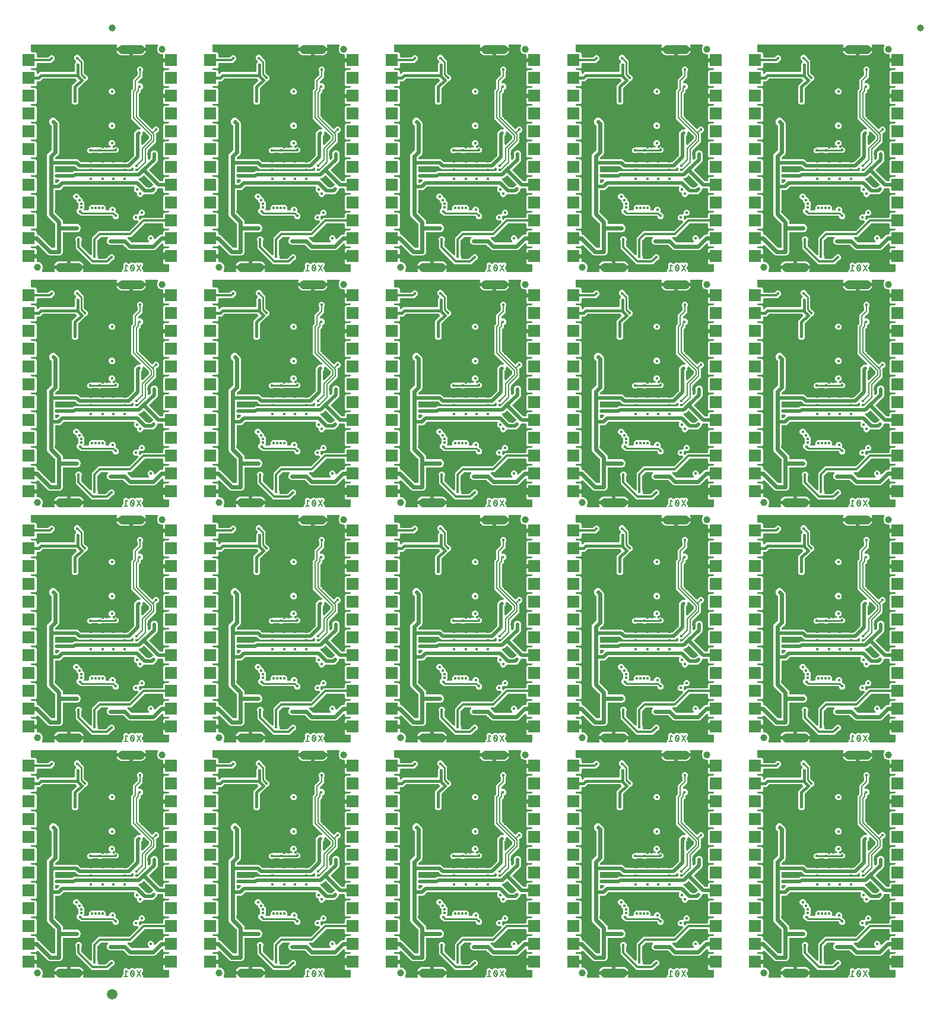
<source format=gbl>
G04 EAGLE Gerber RS-274X export*
G75*
%MOMM*%
%FSLAX34Y34*%
%LPD*%
%INBottom Copper*%
%IPPOS*%
%AMOC8*
5,1,8,0,0,1.08239X$1,22.5*%
G01*
%ADD10C,0.152400*%
%ADD11C,1.000000*%
%ADD12R,1.778000X1.778000*%
%ADD13C,1.270000*%
%ADD14C,1.500000*%
%ADD15C,0.377800*%
%ADD16C,0.609600*%
%ADD17C,1.016000*%
%ADD18C,0.203200*%
%ADD19C,0.508000*%
%ADD20C,0.254000*%
%ADD21C,0.304800*%
%ADD22C,0.406400*%

G36*
X295520Y1043194D02*
X295520Y1043194D01*
X295639Y1043201D01*
X295677Y1043214D01*
X295718Y1043219D01*
X295828Y1043262D01*
X295941Y1043299D01*
X295976Y1043321D01*
X296013Y1043336D01*
X296109Y1043405D01*
X296210Y1043469D01*
X296238Y1043499D01*
X296271Y1043522D01*
X296347Y1043614D01*
X296428Y1043701D01*
X296448Y1043736D01*
X296473Y1043767D01*
X296524Y1043875D01*
X296582Y1043979D01*
X296592Y1044019D01*
X296609Y1044055D01*
X296631Y1044172D01*
X296661Y1044287D01*
X296665Y1044347D01*
X296669Y1044367D01*
X296667Y1044388D01*
X296671Y1044448D01*
X296671Y1077294D01*
X296659Y1077393D01*
X296656Y1077492D01*
X296639Y1077550D01*
X296631Y1077610D01*
X296595Y1077702D01*
X296567Y1077797D01*
X296537Y1077849D01*
X296514Y1077906D01*
X296456Y1077986D01*
X296406Y1078071D01*
X296340Y1078146D01*
X296328Y1078163D01*
X296318Y1078171D01*
X296300Y1078192D01*
X287843Y1086649D01*
X286092Y1088399D01*
X285241Y1090453D01*
X285241Y1174883D01*
X286092Y1176937D01*
X287843Y1178688D01*
X290950Y1181795D01*
X291010Y1181873D01*
X291078Y1181945D01*
X291107Y1181998D01*
X291144Y1182046D01*
X291184Y1182137D01*
X291232Y1182224D01*
X291247Y1182282D01*
X291271Y1182338D01*
X291286Y1182436D01*
X291311Y1182532D01*
X291317Y1182632D01*
X291321Y1182652D01*
X291319Y1182664D01*
X291321Y1182692D01*
X291321Y1217264D01*
X291309Y1217363D01*
X291306Y1217462D01*
X291289Y1217520D01*
X291281Y1217580D01*
X291245Y1217672D01*
X291217Y1217767D01*
X291187Y1217819D01*
X291164Y1217876D01*
X291106Y1217956D01*
X291056Y1218041D01*
X290990Y1218116D01*
X290978Y1218133D01*
X290968Y1218141D01*
X290950Y1218162D01*
X289267Y1219844D01*
X288416Y1221898D01*
X288416Y1224122D01*
X289267Y1226176D01*
X290839Y1227748D01*
X292893Y1228599D01*
X295117Y1228599D01*
X297171Y1227748D01*
X301648Y1223271D01*
X302499Y1221217D01*
X302499Y1178740D01*
X301648Y1176686D01*
X299897Y1174935D01*
X296800Y1171837D01*
X296714Y1171728D01*
X296626Y1171621D01*
X296617Y1171602D01*
X296605Y1171586D01*
X296549Y1171458D01*
X296490Y1171333D01*
X296486Y1171313D01*
X296478Y1171294D01*
X296456Y1171156D01*
X296430Y1171020D01*
X296432Y1171000D01*
X296428Y1170980D01*
X296442Y1170841D01*
X296450Y1170703D01*
X296456Y1170684D01*
X296458Y1170664D01*
X296505Y1170532D01*
X296548Y1170401D01*
X296559Y1170383D01*
X296566Y1170364D01*
X296644Y1170249D01*
X296718Y1170132D01*
X296733Y1170118D01*
X296744Y1170101D01*
X296849Y1170009D01*
X296950Y1169914D01*
X296968Y1169904D01*
X296983Y1169891D01*
X297107Y1169827D01*
X297228Y1169760D01*
X297248Y1169755D01*
X297266Y1169746D01*
X297402Y1169716D01*
X297536Y1169681D01*
X297564Y1169679D01*
X297576Y1169676D01*
X297597Y1169677D01*
X297697Y1169671D01*
X328036Y1169671D01*
X329903Y1168897D01*
X333203Y1165597D01*
X333281Y1165537D01*
X333353Y1165469D01*
X333406Y1165440D01*
X333454Y1165403D01*
X333545Y1165363D01*
X333632Y1165315D01*
X333690Y1165300D01*
X333746Y1165276D01*
X333844Y1165261D01*
X333940Y1165236D01*
X334040Y1165230D01*
X334060Y1165226D01*
X334072Y1165228D01*
X334100Y1165226D01*
X399325Y1165226D01*
X399423Y1165238D01*
X399522Y1165241D01*
X399580Y1165258D01*
X399640Y1165266D01*
X399732Y1165302D01*
X399827Y1165330D01*
X399880Y1165360D01*
X399936Y1165383D01*
X400016Y1165441D01*
X400101Y1165491D01*
X400177Y1165557D01*
X400193Y1165569D01*
X400201Y1165579D01*
X400222Y1165597D01*
X409203Y1174578D01*
X409263Y1174656D01*
X409331Y1174728D01*
X409360Y1174781D01*
X409397Y1174829D01*
X409437Y1174920D01*
X409485Y1175007D01*
X409500Y1175065D01*
X409524Y1175121D01*
X409539Y1175219D01*
X409564Y1175315D01*
X409570Y1175415D01*
X409574Y1175435D01*
X409572Y1175447D01*
X409574Y1175475D01*
X409574Y1206241D01*
X410348Y1208108D01*
X413682Y1211442D01*
X415549Y1212216D01*
X417166Y1212216D01*
X417303Y1212233D01*
X417442Y1212246D01*
X417461Y1212253D01*
X417481Y1212256D01*
X417610Y1212307D01*
X417741Y1212354D01*
X417758Y1212365D01*
X417777Y1212373D01*
X417889Y1212454D01*
X418004Y1212532D01*
X418018Y1212548D01*
X418034Y1212559D01*
X418123Y1212667D01*
X418215Y1212771D01*
X418224Y1212789D01*
X418237Y1212804D01*
X418296Y1212930D01*
X418360Y1213054D01*
X418364Y1213074D01*
X418373Y1213092D01*
X418399Y1213228D01*
X418429Y1213364D01*
X418429Y1213385D01*
X418432Y1213404D01*
X418424Y1213543D01*
X418420Y1213682D01*
X418414Y1213702D01*
X418413Y1213722D01*
X418370Y1213854D01*
X418331Y1213988D01*
X418321Y1214005D01*
X418315Y1214024D01*
X418240Y1214142D01*
X418170Y1214262D01*
X418151Y1214283D01*
X418144Y1214293D01*
X418129Y1214307D01*
X418063Y1214382D01*
X405383Y1227062D01*
X405383Y1267663D01*
X407552Y1269831D01*
X407612Y1269910D01*
X407680Y1269982D01*
X407709Y1270035D01*
X407746Y1270083D01*
X407786Y1270174D01*
X407834Y1270260D01*
X407849Y1270319D01*
X407873Y1270375D01*
X407888Y1270473D01*
X407913Y1270568D01*
X407919Y1270668D01*
X407923Y1270689D01*
X407921Y1270701D01*
X407923Y1270729D01*
X407923Y1282903D01*
X410378Y1285358D01*
X410379Y1285358D01*
X413902Y1288881D01*
X413962Y1288960D01*
X414030Y1289032D01*
X414059Y1289085D01*
X414096Y1289133D01*
X414136Y1289224D01*
X414184Y1289310D01*
X414199Y1289369D01*
X414223Y1289425D01*
X414238Y1289523D01*
X414263Y1289618D01*
X414269Y1289718D01*
X414273Y1289739D01*
X414271Y1289751D01*
X414273Y1289779D01*
X414273Y1294071D01*
X414261Y1294170D01*
X414258Y1294269D01*
X414241Y1294327D01*
X414233Y1294387D01*
X414197Y1294479D01*
X414169Y1294574D01*
X414139Y1294626D01*
X414116Y1294683D01*
X414058Y1294763D01*
X414008Y1294848D01*
X413942Y1294923D01*
X413930Y1294940D01*
X413920Y1294948D01*
X413902Y1294969D01*
X413400Y1295470D01*
X413400Y1299140D01*
X415995Y1301735D01*
X419665Y1301735D01*
X422260Y1299140D01*
X422260Y1295470D01*
X421758Y1294969D01*
X421698Y1294891D01*
X421630Y1294819D01*
X421601Y1294766D01*
X421564Y1294718D01*
X421524Y1294627D01*
X421476Y1294540D01*
X421461Y1294481D01*
X421437Y1294426D01*
X421422Y1294328D01*
X421397Y1294232D01*
X421391Y1294132D01*
X421387Y1294112D01*
X421389Y1294099D01*
X421387Y1294071D01*
X421387Y1286307D01*
X415408Y1280329D01*
X415348Y1280250D01*
X415280Y1280178D01*
X415251Y1280125D01*
X415214Y1280077D01*
X415174Y1279986D01*
X415126Y1279900D01*
X415111Y1279841D01*
X415087Y1279785D01*
X415072Y1279687D01*
X415047Y1279592D01*
X415041Y1279492D01*
X415037Y1279471D01*
X415039Y1279459D01*
X415037Y1279431D01*
X415037Y1278874D01*
X415052Y1278756D01*
X415059Y1278637D01*
X415072Y1278599D01*
X415077Y1278558D01*
X415120Y1278448D01*
X415157Y1278335D01*
X415179Y1278300D01*
X415194Y1278263D01*
X415263Y1278167D01*
X415327Y1278066D01*
X415357Y1278038D01*
X415380Y1278005D01*
X415472Y1277929D01*
X415559Y1277848D01*
X415594Y1277828D01*
X415625Y1277803D01*
X415733Y1277752D01*
X415837Y1277694D01*
X415877Y1277684D01*
X415913Y1277667D01*
X416030Y1277645D01*
X416145Y1277615D01*
X416205Y1277611D01*
X416225Y1277607D01*
X416246Y1277609D01*
X416306Y1277605D01*
X419235Y1277605D01*
X421830Y1275010D01*
X421830Y1271340D01*
X419218Y1268729D01*
X419158Y1268651D01*
X419090Y1268579D01*
X419061Y1268526D01*
X419024Y1268478D01*
X418984Y1268387D01*
X418936Y1268300D01*
X418921Y1268241D01*
X418897Y1268186D01*
X418882Y1268088D01*
X418857Y1267992D01*
X418852Y1267908D01*
X418849Y1267896D01*
X418850Y1267887D01*
X418847Y1267872D01*
X418849Y1267859D01*
X418847Y1267831D01*
X418847Y1265127D01*
X416678Y1262959D01*
X416618Y1262880D01*
X416550Y1262808D01*
X416521Y1262755D01*
X416484Y1262707D01*
X416444Y1262617D01*
X416396Y1262530D01*
X416381Y1262471D01*
X416357Y1262416D01*
X416342Y1262318D01*
X416317Y1262222D01*
X416311Y1262122D01*
X416307Y1262102D01*
X416309Y1262089D01*
X416307Y1262061D01*
X416307Y1231394D01*
X416319Y1231296D01*
X416322Y1231197D01*
X416339Y1231139D01*
X416347Y1231079D01*
X416383Y1230987D01*
X416411Y1230892D01*
X416441Y1230839D01*
X416464Y1230783D01*
X416522Y1230703D01*
X416572Y1230618D01*
X416638Y1230542D01*
X416650Y1230526D01*
X416660Y1230518D01*
X416678Y1230497D01*
X434113Y1213062D01*
X434207Y1212989D01*
X434296Y1212911D01*
X434332Y1212892D01*
X434364Y1212868D01*
X434474Y1212820D01*
X434579Y1212766D01*
X434619Y1212757D01*
X434656Y1212741D01*
X434774Y1212722D01*
X434890Y1212696D01*
X434930Y1212698D01*
X434970Y1212691D01*
X435089Y1212702D01*
X435208Y1212706D01*
X435246Y1212717D01*
X435287Y1212721D01*
X435399Y1212761D01*
X435513Y1212795D01*
X435548Y1212815D01*
X435586Y1212829D01*
X435685Y1212896D01*
X435787Y1212956D01*
X435832Y1212996D01*
X435849Y1213007D01*
X435863Y1213023D01*
X435908Y1213062D01*
X438855Y1216010D01*
X442525Y1216010D01*
X445120Y1213415D01*
X445120Y1209745D01*
X442525Y1207150D01*
X442214Y1207150D01*
X442096Y1207135D01*
X441977Y1207128D01*
X441939Y1207115D01*
X441898Y1207110D01*
X441788Y1207067D01*
X441675Y1207030D01*
X441640Y1207008D01*
X441603Y1206993D01*
X441507Y1206924D01*
X441406Y1206860D01*
X441378Y1206830D01*
X441345Y1206807D01*
X441269Y1206715D01*
X441188Y1206628D01*
X441168Y1206593D01*
X441143Y1206562D01*
X441092Y1206454D01*
X441034Y1206350D01*
X441024Y1206310D01*
X441007Y1206274D01*
X440985Y1206157D01*
X440955Y1206042D01*
X440951Y1205982D01*
X440947Y1205962D01*
X440949Y1205941D01*
X440945Y1205881D01*
X440945Y1194013D01*
X438490Y1191558D01*
X438489Y1191558D01*
X429378Y1182447D01*
X429318Y1182369D01*
X429250Y1182297D01*
X429221Y1182244D01*
X429184Y1182196D01*
X429144Y1182105D01*
X429096Y1182018D01*
X429081Y1181960D01*
X429057Y1181904D01*
X429042Y1181806D01*
X429017Y1181710D01*
X429011Y1181610D01*
X429007Y1181590D01*
X429009Y1181578D01*
X429007Y1181550D01*
X429007Y1170141D01*
X429024Y1170003D01*
X429037Y1169865D01*
X429044Y1169846D01*
X429047Y1169826D01*
X429098Y1169696D01*
X429145Y1169566D01*
X429156Y1169549D01*
X429164Y1169530D01*
X429245Y1169418D01*
X429323Y1169302D01*
X429339Y1169289D01*
X429350Y1169273D01*
X429458Y1169184D01*
X429562Y1169092D01*
X429580Y1169083D01*
X429595Y1169070D01*
X429721Y1169011D01*
X429845Y1168947D01*
X429865Y1168943D01*
X429883Y1168934D01*
X430020Y1168908D01*
X430155Y1168878D01*
X430176Y1168878D01*
X430195Y1168875D01*
X430334Y1168883D01*
X430473Y1168887D01*
X430493Y1168893D01*
X430513Y1168894D01*
X430645Y1168937D01*
X430779Y1168976D01*
X430796Y1168986D01*
X430815Y1168992D01*
X430933Y1169067D01*
X431053Y1169137D01*
X431074Y1169156D01*
X431084Y1169162D01*
X431098Y1169177D01*
X431173Y1169244D01*
X432698Y1170768D01*
X432758Y1170846D01*
X432826Y1170918D01*
X432855Y1170971D01*
X432892Y1171019D01*
X432932Y1171110D01*
X432980Y1171197D01*
X432995Y1171255D01*
X433019Y1171311D01*
X433034Y1171409D01*
X433059Y1171505D01*
X433065Y1171605D01*
X433069Y1171625D01*
X433067Y1171637D01*
X433069Y1171665D01*
X433069Y1178301D01*
X433843Y1180168D01*
X435272Y1181597D01*
X437139Y1182371D01*
X439161Y1182371D01*
X441028Y1181597D01*
X442457Y1180168D01*
X443231Y1178301D01*
X443231Y1168024D01*
X442457Y1166157D01*
X431310Y1155010D01*
X431237Y1154916D01*
X431158Y1154827D01*
X431140Y1154791D01*
X431115Y1154759D01*
X431068Y1154649D01*
X431014Y1154543D01*
X431005Y1154504D01*
X430989Y1154467D01*
X430970Y1154349D01*
X430944Y1154233D01*
X430945Y1154193D01*
X430939Y1154153D01*
X430950Y1154034D01*
X430954Y1153915D01*
X430965Y1153876D01*
X430969Y1153836D01*
X431009Y1153724D01*
X431042Y1153610D01*
X431063Y1153575D01*
X431077Y1153537D01*
X431143Y1153438D01*
X431204Y1153336D01*
X431244Y1153291D01*
X431255Y1153274D01*
X431270Y1153260D01*
X431310Y1153215D01*
X446233Y1138292D01*
X446311Y1138232D01*
X446383Y1138164D01*
X446436Y1138135D01*
X446484Y1138098D01*
X446575Y1138058D01*
X446662Y1138010D01*
X446720Y1137995D01*
X446776Y1137971D01*
X446874Y1137956D01*
X446970Y1137931D01*
X447070Y1137925D01*
X447090Y1137921D01*
X447102Y1137923D01*
X447130Y1137921D01*
X449580Y1137921D01*
X449698Y1137936D01*
X449817Y1137943D01*
X449855Y1137956D01*
X449896Y1137961D01*
X450006Y1138004D01*
X450119Y1138041D01*
X450154Y1138063D01*
X450191Y1138078D01*
X450287Y1138147D01*
X450388Y1138211D01*
X450416Y1138241D01*
X450449Y1138264D01*
X450525Y1138356D01*
X450606Y1138443D01*
X450626Y1138478D01*
X450651Y1138509D01*
X450702Y1138617D01*
X450760Y1138721D01*
X450770Y1138761D01*
X450787Y1138797D01*
X450809Y1138914D01*
X450839Y1139029D01*
X450843Y1139089D01*
X450847Y1139109D01*
X450845Y1139130D01*
X450849Y1139190D01*
X450849Y1142782D01*
X452338Y1144271D01*
X457962Y1144271D01*
X458080Y1144286D01*
X458199Y1144293D01*
X458237Y1144306D01*
X458278Y1144311D01*
X458388Y1144354D01*
X458501Y1144391D01*
X458536Y1144413D01*
X458573Y1144428D01*
X458669Y1144497D01*
X458770Y1144561D01*
X458798Y1144591D01*
X458831Y1144614D01*
X458907Y1144706D01*
X458988Y1144793D01*
X459008Y1144828D01*
X459033Y1144859D01*
X459084Y1144967D01*
X459142Y1145071D01*
X459152Y1145111D01*
X459169Y1145147D01*
X459191Y1145264D01*
X459221Y1145379D01*
X459225Y1145440D01*
X459229Y1145460D01*
X459227Y1145480D01*
X459231Y1145540D01*
X459216Y1145658D01*
X459209Y1145777D01*
X459196Y1145815D01*
X459191Y1145856D01*
X459148Y1145966D01*
X459111Y1146079D01*
X459089Y1146114D01*
X459074Y1146151D01*
X459005Y1146247D01*
X458941Y1146348D01*
X458911Y1146376D01*
X458888Y1146409D01*
X458796Y1146485D01*
X458709Y1146566D01*
X458674Y1146586D01*
X458643Y1146611D01*
X458535Y1146662D01*
X458431Y1146720D01*
X458391Y1146730D01*
X458355Y1146747D01*
X458238Y1146769D01*
X458123Y1146799D01*
X458063Y1146803D01*
X458043Y1146807D01*
X458022Y1146805D01*
X457962Y1146809D01*
X452338Y1146809D01*
X450849Y1148298D01*
X450849Y1168182D01*
X452338Y1169671D01*
X457962Y1169671D01*
X458080Y1169686D01*
X458199Y1169693D01*
X458237Y1169706D01*
X458278Y1169711D01*
X458388Y1169754D01*
X458501Y1169791D01*
X458536Y1169813D01*
X458573Y1169828D01*
X458669Y1169897D01*
X458770Y1169961D01*
X458798Y1169991D01*
X458831Y1170014D01*
X458907Y1170106D01*
X458988Y1170193D01*
X459008Y1170228D01*
X459033Y1170259D01*
X459084Y1170367D01*
X459142Y1170471D01*
X459152Y1170511D01*
X459169Y1170547D01*
X459191Y1170664D01*
X459221Y1170779D01*
X459225Y1170840D01*
X459229Y1170860D01*
X459227Y1170880D01*
X459231Y1170940D01*
X459216Y1171058D01*
X459209Y1171177D01*
X459196Y1171215D01*
X459191Y1171256D01*
X459148Y1171366D01*
X459111Y1171479D01*
X459089Y1171514D01*
X459074Y1171551D01*
X459005Y1171647D01*
X458941Y1171748D01*
X458911Y1171776D01*
X458888Y1171809D01*
X458796Y1171885D01*
X458709Y1171966D01*
X458674Y1171986D01*
X458643Y1172011D01*
X458535Y1172062D01*
X458431Y1172120D01*
X458391Y1172130D01*
X458355Y1172147D01*
X458238Y1172169D01*
X458123Y1172199D01*
X458063Y1172203D01*
X458043Y1172207D01*
X458022Y1172205D01*
X457962Y1172209D01*
X452338Y1172209D01*
X450849Y1173698D01*
X450849Y1193582D01*
X452338Y1195071D01*
X457962Y1195071D01*
X458080Y1195086D01*
X458199Y1195093D01*
X458237Y1195106D01*
X458278Y1195111D01*
X458388Y1195154D01*
X458501Y1195191D01*
X458536Y1195213D01*
X458573Y1195228D01*
X458669Y1195297D01*
X458770Y1195361D01*
X458798Y1195391D01*
X458831Y1195414D01*
X458907Y1195506D01*
X458988Y1195593D01*
X459008Y1195628D01*
X459033Y1195659D01*
X459084Y1195767D01*
X459142Y1195871D01*
X459152Y1195911D01*
X459169Y1195947D01*
X459187Y1196040D01*
X459191Y1196064D01*
X459221Y1196179D01*
X459225Y1196240D01*
X459229Y1196260D01*
X459227Y1196280D01*
X459231Y1196340D01*
X459216Y1196458D01*
X459209Y1196577D01*
X459196Y1196615D01*
X459191Y1196656D01*
X459148Y1196766D01*
X459111Y1196879D01*
X459089Y1196914D01*
X459074Y1196951D01*
X459005Y1197047D01*
X458941Y1197148D01*
X458911Y1197176D01*
X458888Y1197209D01*
X458796Y1197285D01*
X458709Y1197366D01*
X458674Y1197386D01*
X458643Y1197411D01*
X458535Y1197462D01*
X458431Y1197520D01*
X458391Y1197530D01*
X458355Y1197547D01*
X458238Y1197569D01*
X458123Y1197599D01*
X458063Y1197603D01*
X458043Y1197607D01*
X458022Y1197605D01*
X457962Y1197609D01*
X452338Y1197609D01*
X450849Y1199098D01*
X450849Y1218982D01*
X452338Y1220471D01*
X457962Y1220471D01*
X458080Y1220486D01*
X458199Y1220493D01*
X458237Y1220506D01*
X458278Y1220511D01*
X458388Y1220554D01*
X458501Y1220591D01*
X458536Y1220613D01*
X458573Y1220628D01*
X458669Y1220697D01*
X458770Y1220761D01*
X458798Y1220791D01*
X458831Y1220814D01*
X458907Y1220906D01*
X458988Y1220993D01*
X459008Y1221028D01*
X459033Y1221059D01*
X459084Y1221167D01*
X459142Y1221271D01*
X459152Y1221311D01*
X459169Y1221347D01*
X459191Y1221464D01*
X459221Y1221579D01*
X459225Y1221639D01*
X459229Y1221659D01*
X459229Y1221660D01*
X459227Y1221680D01*
X459231Y1221740D01*
X459216Y1221858D01*
X459209Y1221977D01*
X459196Y1222015D01*
X459191Y1222056D01*
X459148Y1222166D01*
X459111Y1222279D01*
X459089Y1222314D01*
X459074Y1222351D01*
X459005Y1222447D01*
X458941Y1222548D01*
X458911Y1222576D01*
X458888Y1222609D01*
X458796Y1222685D01*
X458709Y1222766D01*
X458674Y1222786D01*
X458643Y1222811D01*
X458535Y1222862D01*
X458431Y1222920D01*
X458391Y1222930D01*
X458355Y1222947D01*
X458238Y1222969D01*
X458123Y1222999D01*
X458063Y1223003D01*
X458043Y1223007D01*
X458022Y1223005D01*
X457962Y1223009D01*
X452338Y1223009D01*
X450849Y1224498D01*
X450849Y1244382D01*
X452338Y1245871D01*
X457962Y1245871D01*
X458080Y1245886D01*
X458199Y1245893D01*
X458237Y1245906D01*
X458278Y1245911D01*
X458388Y1245954D01*
X458501Y1245991D01*
X458536Y1246013D01*
X458573Y1246028D01*
X458669Y1246097D01*
X458770Y1246161D01*
X458798Y1246191D01*
X458831Y1246214D01*
X458907Y1246306D01*
X458988Y1246393D01*
X459008Y1246428D01*
X459033Y1246459D01*
X459084Y1246567D01*
X459142Y1246671D01*
X459152Y1246711D01*
X459169Y1246747D01*
X459191Y1246864D01*
X459221Y1246979D01*
X459225Y1247040D01*
X459229Y1247060D01*
X459227Y1247080D01*
X459231Y1247140D01*
X459216Y1247258D01*
X459209Y1247377D01*
X459196Y1247415D01*
X459191Y1247456D01*
X459148Y1247566D01*
X459111Y1247679D01*
X459089Y1247714D01*
X459074Y1247751D01*
X459005Y1247847D01*
X458941Y1247948D01*
X458911Y1247976D01*
X458888Y1248009D01*
X458796Y1248085D01*
X458709Y1248166D01*
X458674Y1248186D01*
X458643Y1248211D01*
X458535Y1248262D01*
X458431Y1248320D01*
X458391Y1248330D01*
X458355Y1248347D01*
X458238Y1248369D01*
X458123Y1248399D01*
X458063Y1248403D01*
X458043Y1248407D01*
X458022Y1248405D01*
X457962Y1248409D01*
X453056Y1248409D01*
X452409Y1248582D01*
X451830Y1248917D01*
X451357Y1249390D01*
X451022Y1249969D01*
X450849Y1250616D01*
X450849Y1258571D01*
X453555Y1258571D01*
X453673Y1258586D01*
X453792Y1258593D01*
X453830Y1258605D01*
X453871Y1258610D01*
X453981Y1258654D01*
X454095Y1258691D01*
X454129Y1258713D01*
X454166Y1258727D01*
X454263Y1258797D01*
X454363Y1258861D01*
X454391Y1258891D01*
X454424Y1258914D01*
X454500Y1259006D01*
X454581Y1259093D01*
X454601Y1259128D01*
X454626Y1259159D01*
X454677Y1259267D01*
X454735Y1259371D01*
X454745Y1259410D01*
X454762Y1259447D01*
X454784Y1259564D01*
X454814Y1259679D01*
X454818Y1259739D01*
X454822Y1259759D01*
X454822Y1259760D01*
X454821Y1259780D01*
X454824Y1259840D01*
X454809Y1259958D01*
X454802Y1260077D01*
X454790Y1260115D01*
X454785Y1260156D01*
X454741Y1260266D01*
X454704Y1260380D01*
X454682Y1260414D01*
X454667Y1260451D01*
X454598Y1260548D01*
X454534Y1260648D01*
X454504Y1260676D01*
X454481Y1260709D01*
X454389Y1260785D01*
X454302Y1260866D01*
X454267Y1260886D01*
X454236Y1260912D01*
X454128Y1260962D01*
X454024Y1261020D01*
X453985Y1261030D01*
X453948Y1261047D01*
X453831Y1261069D01*
X453716Y1261099D01*
X453656Y1261103D01*
X453636Y1261107D01*
X453615Y1261106D01*
X453555Y1261109D01*
X450849Y1261109D01*
X450849Y1269064D01*
X451022Y1269711D01*
X451357Y1270290D01*
X451830Y1270763D01*
X452409Y1271098D01*
X453056Y1271271D01*
X457962Y1271271D01*
X458080Y1271286D01*
X458199Y1271293D01*
X458237Y1271306D01*
X458278Y1271311D01*
X458388Y1271354D01*
X458501Y1271391D01*
X458536Y1271413D01*
X458573Y1271428D01*
X458669Y1271497D01*
X458770Y1271561D01*
X458798Y1271591D01*
X458831Y1271614D01*
X458907Y1271706D01*
X458988Y1271793D01*
X459008Y1271828D01*
X459033Y1271859D01*
X459084Y1271967D01*
X459142Y1272071D01*
X459152Y1272111D01*
X459169Y1272147D01*
X459191Y1272264D01*
X459221Y1272379D01*
X459225Y1272440D01*
X459229Y1272460D01*
X459227Y1272480D01*
X459231Y1272540D01*
X459216Y1272658D01*
X459209Y1272777D01*
X459196Y1272815D01*
X459191Y1272856D01*
X459148Y1272966D01*
X459111Y1273079D01*
X459089Y1273114D01*
X459074Y1273151D01*
X459005Y1273247D01*
X458941Y1273348D01*
X458911Y1273376D01*
X458888Y1273409D01*
X458796Y1273485D01*
X458709Y1273566D01*
X458674Y1273586D01*
X458643Y1273611D01*
X458535Y1273662D01*
X458431Y1273720D01*
X458391Y1273730D01*
X458355Y1273747D01*
X458238Y1273769D01*
X458123Y1273799D01*
X458063Y1273803D01*
X458043Y1273807D01*
X458022Y1273805D01*
X457962Y1273809D01*
X452338Y1273809D01*
X450849Y1275298D01*
X450849Y1295182D01*
X452338Y1296671D01*
X457962Y1296671D01*
X458080Y1296686D01*
X458199Y1296693D01*
X458237Y1296706D01*
X458278Y1296711D01*
X458388Y1296754D01*
X458501Y1296791D01*
X458536Y1296813D01*
X458573Y1296828D01*
X458669Y1296897D01*
X458770Y1296961D01*
X458798Y1296991D01*
X458831Y1297014D01*
X458907Y1297106D01*
X458988Y1297193D01*
X459008Y1297228D01*
X459033Y1297259D01*
X459084Y1297367D01*
X459142Y1297471D01*
X459152Y1297511D01*
X459169Y1297547D01*
X459191Y1297664D01*
X459221Y1297779D01*
X459225Y1297840D01*
X459229Y1297860D01*
X459227Y1297880D01*
X459231Y1297940D01*
X459216Y1298058D01*
X459209Y1298177D01*
X459196Y1298215D01*
X459191Y1298256D01*
X459148Y1298366D01*
X459111Y1298479D01*
X459089Y1298514D01*
X459074Y1298551D01*
X459005Y1298647D01*
X458941Y1298748D01*
X458911Y1298776D01*
X458888Y1298809D01*
X458796Y1298885D01*
X458709Y1298966D01*
X458674Y1298986D01*
X458643Y1299011D01*
X458535Y1299062D01*
X458431Y1299120D01*
X458391Y1299130D01*
X458355Y1299147D01*
X458238Y1299169D01*
X458123Y1299199D01*
X458063Y1299203D01*
X458043Y1299207D01*
X458022Y1299205D01*
X457962Y1299209D01*
X453056Y1299209D01*
X452409Y1299382D01*
X451830Y1299717D01*
X451357Y1300190D01*
X451022Y1300769D01*
X450849Y1301416D01*
X450849Y1309371D01*
X453555Y1309371D01*
X453673Y1309386D01*
X453792Y1309393D01*
X453830Y1309405D01*
X453871Y1309410D01*
X453981Y1309454D01*
X454095Y1309491D01*
X454129Y1309513D01*
X454166Y1309527D01*
X454263Y1309597D01*
X454363Y1309661D01*
X454391Y1309691D01*
X454424Y1309714D01*
X454500Y1309806D01*
X454581Y1309893D01*
X454601Y1309928D01*
X454626Y1309959D01*
X454677Y1310067D01*
X454735Y1310171D01*
X454745Y1310210D01*
X454762Y1310247D01*
X454784Y1310364D01*
X454814Y1310479D01*
X454818Y1310539D01*
X454822Y1310559D01*
X454822Y1310560D01*
X454821Y1310580D01*
X454824Y1310640D01*
X454809Y1310758D01*
X454802Y1310877D01*
X454790Y1310915D01*
X454785Y1310956D01*
X454741Y1311066D01*
X454704Y1311180D01*
X454682Y1311214D01*
X454667Y1311251D01*
X454598Y1311348D01*
X454534Y1311448D01*
X454504Y1311476D01*
X454481Y1311509D01*
X454389Y1311585D01*
X454302Y1311666D01*
X454267Y1311686D01*
X454236Y1311712D01*
X454128Y1311762D01*
X454024Y1311820D01*
X453985Y1311830D01*
X453948Y1311847D01*
X453831Y1311869D01*
X453716Y1311899D01*
X453656Y1311903D01*
X453636Y1311907D01*
X453615Y1311906D01*
X453555Y1311909D01*
X450849Y1311909D01*
X450849Y1317705D01*
X450834Y1317823D01*
X450827Y1317942D01*
X450814Y1317980D01*
X450809Y1318021D01*
X450766Y1318131D01*
X450729Y1318244D01*
X450707Y1318279D01*
X450692Y1318316D01*
X450623Y1318412D01*
X450559Y1318513D01*
X450529Y1318541D01*
X450506Y1318574D01*
X450414Y1318650D01*
X450327Y1318731D01*
X450292Y1318751D01*
X450261Y1318776D01*
X450153Y1318827D01*
X450049Y1318885D01*
X450009Y1318895D01*
X449973Y1318912D01*
X449856Y1318934D01*
X449741Y1318964D01*
X449681Y1318968D01*
X449661Y1318972D01*
X449640Y1318970D01*
X449580Y1318974D01*
X448080Y1318974D01*
X445309Y1320122D01*
X443187Y1322244D01*
X442039Y1325015D01*
X442039Y1328015D01*
X443187Y1330786D01*
X443225Y1330824D01*
X443310Y1330934D01*
X443399Y1331041D01*
X443408Y1331060D01*
X443420Y1331076D01*
X443476Y1331203D01*
X443535Y1331329D01*
X443539Y1331349D01*
X443547Y1331368D01*
X443568Y1331505D01*
X443595Y1331642D01*
X443593Y1331662D01*
X443596Y1331682D01*
X443583Y1331820D01*
X443575Y1331959D01*
X443569Y1331978D01*
X443567Y1331998D01*
X443520Y1332129D01*
X443477Y1332261D01*
X443466Y1332279D01*
X443459Y1332298D01*
X443381Y1332412D01*
X443307Y1332530D01*
X443292Y1332544D01*
X443281Y1332561D01*
X443177Y1332652D01*
X443075Y1332748D01*
X443057Y1332758D01*
X443042Y1332771D01*
X442918Y1332834D01*
X442796Y1332902D01*
X442777Y1332907D01*
X442759Y1332916D01*
X442623Y1332946D01*
X442489Y1332981D01*
X442461Y1332983D01*
X442449Y1332986D01*
X442428Y1332985D01*
X442328Y1332991D01*
X426570Y1332991D01*
X426555Y1332989D01*
X426541Y1332991D01*
X426398Y1332970D01*
X426255Y1332951D01*
X426241Y1332946D01*
X426226Y1332944D01*
X426093Y1332887D01*
X425959Y1332834D01*
X425947Y1332826D01*
X425933Y1332820D01*
X425818Y1332732D01*
X425702Y1332648D01*
X425692Y1332636D01*
X425680Y1332627D01*
X425591Y1332514D01*
X425499Y1332403D01*
X425492Y1332389D01*
X425483Y1332378D01*
X425425Y1332245D01*
X425363Y1332115D01*
X425360Y1332100D01*
X425354Y1332087D01*
X425330Y1331944D01*
X425303Y1331803D01*
X425304Y1331788D01*
X425302Y1331773D01*
X425314Y1331629D01*
X425323Y1331485D01*
X425328Y1331471D01*
X425329Y1331456D01*
X425377Y1331319D01*
X425421Y1331183D01*
X425429Y1331170D01*
X425434Y1331156D01*
X425515Y1331017D01*
X425709Y1330726D01*
X426379Y1329108D01*
X426390Y1329054D01*
X406400Y1329054D01*
X406282Y1329039D01*
X406163Y1329032D01*
X406125Y1329019D01*
X406085Y1329014D01*
X405974Y1328970D01*
X405861Y1328934D01*
X405826Y1328912D01*
X405789Y1328897D01*
X405693Y1328827D01*
X405592Y1328764D01*
X405564Y1328734D01*
X405532Y1328710D01*
X405456Y1328619D01*
X405374Y1328532D01*
X405355Y1328497D01*
X405329Y1328465D01*
X405278Y1328358D01*
X405221Y1328254D01*
X405210Y1328214D01*
X405193Y1328178D01*
X405171Y1328061D01*
X405141Y1327946D01*
X405137Y1327885D01*
X405133Y1327865D01*
X405135Y1327845D01*
X405131Y1327785D01*
X405131Y1326514D01*
X405129Y1326514D01*
X405129Y1327785D01*
X405114Y1327903D01*
X405107Y1328022D01*
X405094Y1328060D01*
X405089Y1328100D01*
X405045Y1328211D01*
X405009Y1328324D01*
X404987Y1328359D01*
X404972Y1328396D01*
X404902Y1328492D01*
X404839Y1328593D01*
X404809Y1328621D01*
X404785Y1328653D01*
X404694Y1328729D01*
X404607Y1328811D01*
X404572Y1328830D01*
X404540Y1328856D01*
X404433Y1328907D01*
X404329Y1328964D01*
X404289Y1328975D01*
X404253Y1328992D01*
X404136Y1329014D01*
X404021Y1329044D01*
X403960Y1329048D01*
X403940Y1329052D01*
X403920Y1329050D01*
X403860Y1329054D01*
X383870Y1329054D01*
X383881Y1329108D01*
X384551Y1330726D01*
X384745Y1331017D01*
X384752Y1331030D01*
X384761Y1331041D01*
X384823Y1331172D01*
X384887Y1331301D01*
X384891Y1331316D01*
X384897Y1331329D01*
X384924Y1331470D01*
X384954Y1331612D01*
X384954Y1331627D01*
X384957Y1331642D01*
X384948Y1331785D01*
X384942Y1331930D01*
X384938Y1331944D01*
X384937Y1331959D01*
X384892Y1332096D01*
X384851Y1332235D01*
X384843Y1332247D01*
X384839Y1332261D01*
X384762Y1332383D01*
X384687Y1332507D01*
X384677Y1332518D01*
X384669Y1332530D01*
X384563Y1332629D01*
X384461Y1332730D01*
X384448Y1332738D01*
X384437Y1332748D01*
X384311Y1332818D01*
X384186Y1332890D01*
X384172Y1332894D01*
X384159Y1332902D01*
X384019Y1332938D01*
X383880Y1332977D01*
X383865Y1332977D01*
X383851Y1332981D01*
X383690Y1332991D01*
X263398Y1332991D01*
X263280Y1332976D01*
X263161Y1332969D01*
X263123Y1332956D01*
X263082Y1332951D01*
X262972Y1332908D01*
X262859Y1332871D01*
X262824Y1332849D01*
X262787Y1332834D01*
X262691Y1332765D01*
X262590Y1332701D01*
X262562Y1332671D01*
X262529Y1332648D01*
X262453Y1332556D01*
X262372Y1332469D01*
X262352Y1332434D01*
X262327Y1332403D01*
X262276Y1332295D01*
X262218Y1332191D01*
X262208Y1332151D01*
X262191Y1332115D01*
X262169Y1331998D01*
X262139Y1331883D01*
X262135Y1331823D01*
X262131Y1331803D01*
X262133Y1331782D01*
X262129Y1331722D01*
X262129Y1323340D01*
X262144Y1323222D01*
X262151Y1323103D01*
X262164Y1323065D01*
X262169Y1323024D01*
X262212Y1322914D01*
X262249Y1322801D01*
X262271Y1322766D01*
X262286Y1322729D01*
X262355Y1322633D01*
X262419Y1322532D01*
X262449Y1322504D01*
X262472Y1322471D01*
X262564Y1322395D01*
X262651Y1322314D01*
X262686Y1322294D01*
X262717Y1322269D01*
X262825Y1322218D01*
X262929Y1322160D01*
X262969Y1322150D01*
X263005Y1322133D01*
X263122Y1322111D01*
X263237Y1322081D01*
X263297Y1322077D01*
X263317Y1322073D01*
X263338Y1322075D01*
X263398Y1322071D01*
X269022Y1322071D01*
X270511Y1320582D01*
X270511Y1315974D01*
X270526Y1315856D01*
X270533Y1315737D01*
X270546Y1315699D01*
X270551Y1315658D01*
X270594Y1315548D01*
X270631Y1315435D01*
X270653Y1315400D01*
X270668Y1315363D01*
X270737Y1315267D01*
X270801Y1315166D01*
X270831Y1315138D01*
X270854Y1315105D01*
X270946Y1315029D01*
X271033Y1314948D01*
X271068Y1314928D01*
X271099Y1314903D01*
X271207Y1314852D01*
X271311Y1314794D01*
X271351Y1314784D01*
X271387Y1314767D01*
X271504Y1314745D01*
X271619Y1314715D01*
X271679Y1314711D01*
X271699Y1314707D01*
X271720Y1314709D01*
X271780Y1314705D01*
X286199Y1314705D01*
X286298Y1314717D01*
X286397Y1314720D01*
X286455Y1314737D01*
X286515Y1314745D01*
X286607Y1314781D01*
X286702Y1314809D01*
X286754Y1314839D01*
X286811Y1314862D01*
X286891Y1314920D01*
X286976Y1314970D01*
X287051Y1315036D01*
X287068Y1315048D01*
X287076Y1315058D01*
X287097Y1315076D01*
X289630Y1317610D01*
X293300Y1317610D01*
X295895Y1315015D01*
X295895Y1311345D01*
X293298Y1308749D01*
X293211Y1308738D01*
X293112Y1308735D01*
X293054Y1308718D01*
X292994Y1308710D01*
X292902Y1308674D01*
X292807Y1308646D01*
X292755Y1308616D01*
X292698Y1308593D01*
X292618Y1308535D01*
X292533Y1308485D01*
X292457Y1308419D01*
X292441Y1308407D01*
X292433Y1308397D01*
X292412Y1308379D01*
X290609Y1306575D01*
X271780Y1306575D01*
X271662Y1306560D01*
X271543Y1306553D01*
X271505Y1306540D01*
X271464Y1306535D01*
X271354Y1306492D01*
X271241Y1306455D01*
X271206Y1306433D01*
X271169Y1306418D01*
X271073Y1306349D01*
X270972Y1306285D01*
X270944Y1306255D01*
X270911Y1306232D01*
X270835Y1306140D01*
X270754Y1306053D01*
X270734Y1306018D01*
X270709Y1305987D01*
X270658Y1305879D01*
X270600Y1305775D01*
X270590Y1305735D01*
X270573Y1305699D01*
X270551Y1305582D01*
X270521Y1305467D01*
X270517Y1305407D01*
X270513Y1305387D01*
X270515Y1305366D01*
X270511Y1305306D01*
X270511Y1300698D01*
X269022Y1299209D01*
X263398Y1299209D01*
X263280Y1299194D01*
X263161Y1299187D01*
X263123Y1299174D01*
X263082Y1299169D01*
X262972Y1299126D01*
X262859Y1299089D01*
X262824Y1299067D01*
X262787Y1299052D01*
X262691Y1298983D01*
X262590Y1298919D01*
X262562Y1298889D01*
X262529Y1298866D01*
X262453Y1298774D01*
X262372Y1298687D01*
X262352Y1298652D01*
X262327Y1298621D01*
X262276Y1298513D01*
X262218Y1298409D01*
X262208Y1298369D01*
X262191Y1298333D01*
X262169Y1298216D01*
X262139Y1298101D01*
X262135Y1298041D01*
X262131Y1298021D01*
X262133Y1298000D01*
X262129Y1297940D01*
X262144Y1297822D01*
X262151Y1297703D01*
X262164Y1297665D01*
X262169Y1297624D01*
X262212Y1297514D01*
X262249Y1297401D01*
X262271Y1297366D01*
X262286Y1297329D01*
X262355Y1297233D01*
X262419Y1297132D01*
X262449Y1297104D01*
X262472Y1297071D01*
X262564Y1296995D01*
X262651Y1296914D01*
X262686Y1296894D01*
X262717Y1296869D01*
X262825Y1296818D01*
X262929Y1296760D01*
X262969Y1296750D01*
X263005Y1296733D01*
X263122Y1296711D01*
X263237Y1296681D01*
X263297Y1296677D01*
X263317Y1296673D01*
X263338Y1296675D01*
X263398Y1296671D01*
X269022Y1296671D01*
X270511Y1295182D01*
X270511Y1292232D01*
X270528Y1292094D01*
X270541Y1291955D01*
X270548Y1291936D01*
X270551Y1291916D01*
X270602Y1291787D01*
X270649Y1291656D01*
X270660Y1291639D01*
X270668Y1291621D01*
X270749Y1291508D01*
X270827Y1291393D01*
X270843Y1291380D01*
X270854Y1291363D01*
X270962Y1291274D01*
X271066Y1291183D01*
X271084Y1291173D01*
X271099Y1291160D01*
X271225Y1291101D01*
X271349Y1291038D01*
X271369Y1291033D01*
X271387Y1291025D01*
X271523Y1290999D01*
X271659Y1290968D01*
X271680Y1290969D01*
X271699Y1290965D01*
X271838Y1290974D01*
X271977Y1290978D01*
X271997Y1290984D01*
X272017Y1290985D01*
X272149Y1291028D01*
X272283Y1291066D01*
X272300Y1291077D01*
X272319Y1291083D01*
X272437Y1291157D01*
X272557Y1291228D01*
X272578Y1291246D01*
X272588Y1291253D01*
X272602Y1291268D01*
X272677Y1291334D01*
X274966Y1293623D01*
X323088Y1293623D01*
X323206Y1293638D01*
X323325Y1293645D01*
X323363Y1293658D01*
X323404Y1293663D01*
X323514Y1293706D01*
X323627Y1293743D01*
X323662Y1293765D01*
X323699Y1293780D01*
X323795Y1293849D01*
X323896Y1293913D01*
X323924Y1293943D01*
X323957Y1293966D01*
X324033Y1294058D01*
X324114Y1294145D01*
X324134Y1294180D01*
X324159Y1294211D01*
X324210Y1294319D01*
X324268Y1294423D01*
X324278Y1294463D01*
X324295Y1294499D01*
X324317Y1294616D01*
X324347Y1294731D01*
X324351Y1294791D01*
X324355Y1294811D01*
X324353Y1294832D01*
X324357Y1294892D01*
X324357Y1306184D01*
X326112Y1307939D01*
X326185Y1308033D01*
X326264Y1308122D01*
X326282Y1308158D01*
X326307Y1308190D01*
X326354Y1308299D01*
X326408Y1308405D01*
X326417Y1308445D01*
X326433Y1308482D01*
X326452Y1308600D01*
X326478Y1308715D01*
X326477Y1308756D01*
X326483Y1308796D01*
X326472Y1308914D01*
X326468Y1309033D01*
X326457Y1309072D01*
X326453Y1309112D01*
X326413Y1309225D01*
X326380Y1309339D01*
X326359Y1309374D01*
X326346Y1309412D01*
X326279Y1309510D01*
X326218Y1309613D01*
X326178Y1309658D01*
X326167Y1309675D01*
X326152Y1309688D01*
X326112Y1309734D01*
X323865Y1311980D01*
X323865Y1315650D01*
X326460Y1318245D01*
X330130Y1318245D01*
X332725Y1315650D01*
X332725Y1315300D01*
X332737Y1315202D01*
X332740Y1315103D01*
X332757Y1315045D01*
X332765Y1314985D01*
X332801Y1314893D01*
X332829Y1314797D01*
X332859Y1314745D01*
X332882Y1314689D01*
X332940Y1314609D01*
X332990Y1314524D01*
X333056Y1314448D01*
X333068Y1314432D01*
X333078Y1314424D01*
X333096Y1314403D01*
X337821Y1309678D01*
X337821Y1292424D01*
X337833Y1292326D01*
X337836Y1292227D01*
X337853Y1292169D01*
X337861Y1292109D01*
X337897Y1292017D01*
X337925Y1291921D01*
X337955Y1291869D01*
X337978Y1291813D01*
X338036Y1291733D01*
X338086Y1291648D01*
X338152Y1291572D01*
X338164Y1291556D01*
X338174Y1291548D01*
X338192Y1291527D01*
X339678Y1290041D01*
X339756Y1289981D01*
X339828Y1289913D01*
X339881Y1289884D01*
X339929Y1289847D01*
X340020Y1289807D01*
X340107Y1289759D01*
X340165Y1289744D01*
X340221Y1289720D01*
X340319Y1289705D01*
X340415Y1289680D01*
X340515Y1289674D01*
X340535Y1289670D01*
X340547Y1289672D01*
X340575Y1289670D01*
X340925Y1289670D01*
X343520Y1287075D01*
X343520Y1283405D01*
X340925Y1280810D01*
X340383Y1280810D01*
X340285Y1280798D01*
X340186Y1280795D01*
X340127Y1280778D01*
X340067Y1280770D01*
X339975Y1280734D01*
X339880Y1280706D01*
X339828Y1280676D01*
X339772Y1280653D01*
X339691Y1280595D01*
X339606Y1280545D01*
X339531Y1280479D01*
X339514Y1280467D01*
X339506Y1280457D01*
X339485Y1280439D01*
X336168Y1277121D01*
X336167Y1277121D01*
X330064Y1271018D01*
X330004Y1270939D01*
X329936Y1270867D01*
X329907Y1270814D01*
X329870Y1270766D01*
X329830Y1270675D01*
X329782Y1270589D01*
X329767Y1270530D01*
X329743Y1270475D01*
X329728Y1270377D01*
X329703Y1270281D01*
X329697Y1270181D01*
X329693Y1270160D01*
X329695Y1270148D01*
X329693Y1270120D01*
X329693Y1250326D01*
X327014Y1247647D01*
X323226Y1247647D01*
X320547Y1250326D01*
X320547Y1274434D01*
X327281Y1281167D01*
X327354Y1281262D01*
X327432Y1281351D01*
X327451Y1281387D01*
X327476Y1281419D01*
X327523Y1281528D01*
X327577Y1281634D01*
X327586Y1281673D01*
X327602Y1281711D01*
X327621Y1281828D01*
X327647Y1281944D01*
X327645Y1281985D01*
X327652Y1282025D01*
X327641Y1282143D01*
X327637Y1282262D01*
X327626Y1282301D01*
X327622Y1282341D01*
X327582Y1282454D01*
X327549Y1282568D01*
X327528Y1282602D01*
X327514Y1282641D01*
X327448Y1282739D01*
X327387Y1282842D01*
X327347Y1282887D01*
X327336Y1282904D01*
X327320Y1282917D01*
X327281Y1282962D01*
X326138Y1284105D01*
X326060Y1284166D01*
X325987Y1284234D01*
X325934Y1284263D01*
X325886Y1284300D01*
X325796Y1284340D01*
X325709Y1284388D01*
X325650Y1284403D01*
X325595Y1284427D01*
X325497Y1284442D01*
X325401Y1284467D01*
X325301Y1284473D01*
X325280Y1284477D01*
X325268Y1284475D01*
X325240Y1284477D01*
X279280Y1284477D01*
X279182Y1284465D01*
X279083Y1284462D01*
X279024Y1284445D01*
X278964Y1284437D01*
X278872Y1284401D01*
X278777Y1284373D01*
X278725Y1284343D01*
X278669Y1284320D01*
X278589Y1284262D01*
X278503Y1284212D01*
X278428Y1284146D01*
X278411Y1284134D01*
X278403Y1284124D01*
X278382Y1284106D01*
X274944Y1280667D01*
X271780Y1280667D01*
X271662Y1280652D01*
X271543Y1280645D01*
X271505Y1280632D01*
X271464Y1280627D01*
X271354Y1280584D01*
X271241Y1280547D01*
X271206Y1280525D01*
X271169Y1280510D01*
X271073Y1280441D01*
X270972Y1280377D01*
X270944Y1280347D01*
X270911Y1280324D01*
X270835Y1280232D01*
X270754Y1280145D01*
X270734Y1280110D01*
X270709Y1280079D01*
X270658Y1279971D01*
X270600Y1279867D01*
X270590Y1279827D01*
X270573Y1279791D01*
X270551Y1279674D01*
X270521Y1279559D01*
X270517Y1279499D01*
X270513Y1279479D01*
X270515Y1279458D01*
X270511Y1279398D01*
X270511Y1275298D01*
X269022Y1273809D01*
X263398Y1273809D01*
X263280Y1273794D01*
X263161Y1273787D01*
X263123Y1273774D01*
X263082Y1273769D01*
X262972Y1273726D01*
X262859Y1273689D01*
X262824Y1273667D01*
X262787Y1273652D01*
X262691Y1273583D01*
X262590Y1273519D01*
X262562Y1273489D01*
X262529Y1273466D01*
X262453Y1273374D01*
X262372Y1273287D01*
X262352Y1273252D01*
X262327Y1273221D01*
X262276Y1273113D01*
X262218Y1273009D01*
X262208Y1272969D01*
X262191Y1272933D01*
X262169Y1272816D01*
X262139Y1272701D01*
X262135Y1272641D01*
X262131Y1272621D01*
X262131Y1272617D01*
X262133Y1272600D01*
X262129Y1272540D01*
X262144Y1272422D01*
X262151Y1272303D01*
X262164Y1272265D01*
X262169Y1272224D01*
X262212Y1272114D01*
X262249Y1272001D01*
X262271Y1271966D01*
X262286Y1271929D01*
X262356Y1271832D01*
X262419Y1271732D01*
X262449Y1271704D01*
X262472Y1271671D01*
X262564Y1271595D01*
X262651Y1271514D01*
X262686Y1271494D01*
X262717Y1271469D01*
X262825Y1271418D01*
X262929Y1271360D01*
X262969Y1271350D01*
X263005Y1271333D01*
X263122Y1271311D01*
X263237Y1271281D01*
X263297Y1271277D01*
X263317Y1271273D01*
X263338Y1271275D01*
X263398Y1271271D01*
X269022Y1271271D01*
X270511Y1269782D01*
X270511Y1249898D01*
X269022Y1248409D01*
X263398Y1248409D01*
X263280Y1248394D01*
X263161Y1248387D01*
X263123Y1248374D01*
X263082Y1248369D01*
X262972Y1248326D01*
X262859Y1248289D01*
X262824Y1248267D01*
X262787Y1248252D01*
X262691Y1248183D01*
X262590Y1248119D01*
X262562Y1248089D01*
X262529Y1248066D01*
X262453Y1247974D01*
X262372Y1247887D01*
X262352Y1247852D01*
X262327Y1247821D01*
X262276Y1247713D01*
X262218Y1247609D01*
X262208Y1247569D01*
X262191Y1247533D01*
X262169Y1247416D01*
X262139Y1247301D01*
X262135Y1247241D01*
X262131Y1247221D01*
X262133Y1247200D01*
X262129Y1247140D01*
X262144Y1247022D01*
X262151Y1246903D01*
X262164Y1246865D01*
X262169Y1246824D01*
X262212Y1246714D01*
X262249Y1246601D01*
X262271Y1246566D01*
X262286Y1246529D01*
X262355Y1246433D01*
X262419Y1246332D01*
X262449Y1246304D01*
X262472Y1246271D01*
X262564Y1246195D01*
X262651Y1246114D01*
X262686Y1246094D01*
X262717Y1246069D01*
X262825Y1246018D01*
X262929Y1245960D01*
X262969Y1245950D01*
X263005Y1245933D01*
X263122Y1245911D01*
X263237Y1245881D01*
X263297Y1245877D01*
X263317Y1245873D01*
X263338Y1245875D01*
X263398Y1245871D01*
X269022Y1245871D01*
X270511Y1244382D01*
X270511Y1224498D01*
X269022Y1223009D01*
X263398Y1223009D01*
X263280Y1222994D01*
X263161Y1222987D01*
X263123Y1222974D01*
X263082Y1222969D01*
X262972Y1222926D01*
X262859Y1222889D01*
X262824Y1222867D01*
X262787Y1222852D01*
X262691Y1222783D01*
X262590Y1222719D01*
X262562Y1222689D01*
X262529Y1222666D01*
X262453Y1222574D01*
X262372Y1222487D01*
X262352Y1222452D01*
X262327Y1222421D01*
X262276Y1222313D01*
X262218Y1222209D01*
X262208Y1222169D01*
X262191Y1222133D01*
X262169Y1222016D01*
X262139Y1221901D01*
X262135Y1221841D01*
X262131Y1221821D01*
X262133Y1221800D01*
X262129Y1221740D01*
X262144Y1221622D01*
X262151Y1221503D01*
X262164Y1221465D01*
X262169Y1221424D01*
X262212Y1221314D01*
X262249Y1221201D01*
X262271Y1221166D01*
X262286Y1221129D01*
X262355Y1221033D01*
X262419Y1220932D01*
X262449Y1220904D01*
X262472Y1220871D01*
X262564Y1220795D01*
X262651Y1220714D01*
X262686Y1220694D01*
X262717Y1220669D01*
X262825Y1220618D01*
X262929Y1220560D01*
X262969Y1220550D01*
X263005Y1220533D01*
X263122Y1220511D01*
X263237Y1220481D01*
X263297Y1220477D01*
X263317Y1220473D01*
X263338Y1220475D01*
X263398Y1220471D01*
X269022Y1220471D01*
X270511Y1218982D01*
X270511Y1199098D01*
X269022Y1197609D01*
X263398Y1197609D01*
X263280Y1197594D01*
X263161Y1197587D01*
X263123Y1197574D01*
X263082Y1197569D01*
X262972Y1197526D01*
X262859Y1197489D01*
X262824Y1197467D01*
X262787Y1197452D01*
X262691Y1197383D01*
X262590Y1197319D01*
X262562Y1197289D01*
X262529Y1197266D01*
X262453Y1197174D01*
X262372Y1197087D01*
X262352Y1197052D01*
X262327Y1197021D01*
X262276Y1196913D01*
X262218Y1196809D01*
X262208Y1196769D01*
X262191Y1196733D01*
X262169Y1196616D01*
X262139Y1196501D01*
X262135Y1196441D01*
X262131Y1196421D01*
X262133Y1196400D01*
X262129Y1196340D01*
X262144Y1196222D01*
X262151Y1196103D01*
X262164Y1196065D01*
X262169Y1196024D01*
X262212Y1195914D01*
X262249Y1195801D01*
X262271Y1195766D01*
X262286Y1195729D01*
X262355Y1195633D01*
X262419Y1195532D01*
X262449Y1195504D01*
X262472Y1195471D01*
X262564Y1195395D01*
X262651Y1195314D01*
X262686Y1195294D01*
X262717Y1195269D01*
X262825Y1195218D01*
X262929Y1195160D01*
X262969Y1195150D01*
X263005Y1195133D01*
X263122Y1195111D01*
X263237Y1195081D01*
X263297Y1195077D01*
X263317Y1195073D01*
X263338Y1195075D01*
X263398Y1195071D01*
X269022Y1195071D01*
X270511Y1193582D01*
X270511Y1173698D01*
X269022Y1172209D01*
X263398Y1172209D01*
X263280Y1172194D01*
X263161Y1172187D01*
X263123Y1172174D01*
X263082Y1172169D01*
X262972Y1172126D01*
X262859Y1172089D01*
X262824Y1172067D01*
X262787Y1172052D01*
X262691Y1171983D01*
X262590Y1171919D01*
X262562Y1171889D01*
X262529Y1171866D01*
X262453Y1171774D01*
X262372Y1171687D01*
X262352Y1171652D01*
X262327Y1171621D01*
X262276Y1171513D01*
X262218Y1171409D01*
X262208Y1171369D01*
X262191Y1171333D01*
X262169Y1171216D01*
X262139Y1171101D01*
X262135Y1171041D01*
X262131Y1171021D01*
X262133Y1171000D01*
X262129Y1170940D01*
X262144Y1170822D01*
X262151Y1170703D01*
X262164Y1170665D01*
X262169Y1170624D01*
X262212Y1170514D01*
X262249Y1170401D01*
X262271Y1170366D01*
X262286Y1170329D01*
X262355Y1170233D01*
X262419Y1170132D01*
X262449Y1170104D01*
X262472Y1170071D01*
X262564Y1169995D01*
X262651Y1169914D01*
X262686Y1169894D01*
X262717Y1169869D01*
X262825Y1169818D01*
X262929Y1169760D01*
X262969Y1169750D01*
X263005Y1169733D01*
X263122Y1169711D01*
X263237Y1169681D01*
X263297Y1169677D01*
X263317Y1169673D01*
X263338Y1169675D01*
X263398Y1169671D01*
X269022Y1169671D01*
X270511Y1168182D01*
X270511Y1148298D01*
X269022Y1146809D01*
X263398Y1146809D01*
X263280Y1146794D01*
X263161Y1146787D01*
X263123Y1146774D01*
X263082Y1146769D01*
X262972Y1146726D01*
X262859Y1146689D01*
X262824Y1146667D01*
X262787Y1146652D01*
X262691Y1146583D01*
X262590Y1146519D01*
X262562Y1146489D01*
X262529Y1146466D01*
X262453Y1146374D01*
X262372Y1146287D01*
X262352Y1146252D01*
X262327Y1146221D01*
X262276Y1146113D01*
X262218Y1146009D01*
X262208Y1145969D01*
X262191Y1145933D01*
X262169Y1145816D01*
X262139Y1145701D01*
X262135Y1145641D01*
X262131Y1145621D01*
X262133Y1145600D01*
X262129Y1145540D01*
X262144Y1145422D01*
X262151Y1145303D01*
X262164Y1145265D01*
X262169Y1145224D01*
X262212Y1145114D01*
X262249Y1145001D01*
X262271Y1144966D01*
X262286Y1144929D01*
X262355Y1144833D01*
X262419Y1144732D01*
X262449Y1144704D01*
X262472Y1144671D01*
X262564Y1144595D01*
X262651Y1144514D01*
X262686Y1144494D01*
X262717Y1144469D01*
X262825Y1144418D01*
X262929Y1144360D01*
X262969Y1144350D01*
X263005Y1144333D01*
X263122Y1144311D01*
X263237Y1144281D01*
X263297Y1144277D01*
X263317Y1144273D01*
X263338Y1144275D01*
X263398Y1144271D01*
X269022Y1144271D01*
X270511Y1142782D01*
X270511Y1122898D01*
X269022Y1121409D01*
X263398Y1121409D01*
X263280Y1121394D01*
X263161Y1121387D01*
X263123Y1121374D01*
X263082Y1121369D01*
X262972Y1121326D01*
X262859Y1121289D01*
X262824Y1121267D01*
X262787Y1121252D01*
X262691Y1121183D01*
X262590Y1121119D01*
X262562Y1121089D01*
X262529Y1121066D01*
X262453Y1120974D01*
X262372Y1120887D01*
X262352Y1120852D01*
X262327Y1120821D01*
X262276Y1120713D01*
X262218Y1120609D01*
X262208Y1120569D01*
X262191Y1120533D01*
X262169Y1120416D01*
X262139Y1120301D01*
X262135Y1120241D01*
X262131Y1120221D01*
X262133Y1120200D01*
X262129Y1120140D01*
X262144Y1120022D01*
X262151Y1119903D01*
X262164Y1119865D01*
X262169Y1119824D01*
X262212Y1119714D01*
X262249Y1119601D01*
X262271Y1119566D01*
X262286Y1119529D01*
X262355Y1119433D01*
X262419Y1119332D01*
X262449Y1119304D01*
X262472Y1119271D01*
X262564Y1119195D01*
X262651Y1119114D01*
X262686Y1119094D01*
X262717Y1119069D01*
X262825Y1119018D01*
X262929Y1118960D01*
X262969Y1118950D01*
X263005Y1118933D01*
X263122Y1118911D01*
X263237Y1118881D01*
X263297Y1118877D01*
X263317Y1118873D01*
X263338Y1118875D01*
X263398Y1118871D01*
X269022Y1118871D01*
X270511Y1117382D01*
X270511Y1097498D01*
X269022Y1096009D01*
X263398Y1096009D01*
X263280Y1095994D01*
X263161Y1095987D01*
X263123Y1095974D01*
X263082Y1095969D01*
X262972Y1095926D01*
X262859Y1095889D01*
X262824Y1095867D01*
X262787Y1095852D01*
X262691Y1095783D01*
X262590Y1095719D01*
X262562Y1095689D01*
X262529Y1095666D01*
X262453Y1095574D01*
X262372Y1095487D01*
X262352Y1095452D01*
X262327Y1095421D01*
X262276Y1095313D01*
X262218Y1095209D01*
X262208Y1095169D01*
X262191Y1095133D01*
X262169Y1095016D01*
X262139Y1094901D01*
X262135Y1094841D01*
X262131Y1094821D01*
X262133Y1094800D01*
X262129Y1094740D01*
X262144Y1094622D01*
X262151Y1094503D01*
X262164Y1094465D01*
X262169Y1094424D01*
X262212Y1094314D01*
X262249Y1094201D01*
X262271Y1094166D01*
X262286Y1094129D01*
X262355Y1094033D01*
X262419Y1093932D01*
X262449Y1093904D01*
X262472Y1093871D01*
X262564Y1093795D01*
X262651Y1093714D01*
X262686Y1093694D01*
X262717Y1093669D01*
X262825Y1093618D01*
X262929Y1093560D01*
X262969Y1093550D01*
X263005Y1093533D01*
X263122Y1093511D01*
X263237Y1093481D01*
X263297Y1093477D01*
X263317Y1093473D01*
X263338Y1093475D01*
X263398Y1093471D01*
X269022Y1093471D01*
X270511Y1091982D01*
X270511Y1072098D01*
X269022Y1070609D01*
X263398Y1070609D01*
X263280Y1070594D01*
X263161Y1070587D01*
X263123Y1070574D01*
X263082Y1070569D01*
X262972Y1070526D01*
X262859Y1070489D01*
X262824Y1070467D01*
X262787Y1070452D01*
X262691Y1070383D01*
X262590Y1070319D01*
X262562Y1070289D01*
X262529Y1070266D01*
X262453Y1070174D01*
X262372Y1070087D01*
X262352Y1070052D01*
X262327Y1070021D01*
X262276Y1069913D01*
X262218Y1069809D01*
X262208Y1069769D01*
X262191Y1069733D01*
X262169Y1069616D01*
X262139Y1069501D01*
X262135Y1069441D01*
X262131Y1069421D01*
X262132Y1069412D01*
X262133Y1069400D01*
X262129Y1069340D01*
X262144Y1069222D01*
X262151Y1069103D01*
X262164Y1069065D01*
X262169Y1069024D01*
X262212Y1068914D01*
X262249Y1068801D01*
X262271Y1068766D01*
X262286Y1068729D01*
X262355Y1068633D01*
X262419Y1068532D01*
X262449Y1068504D01*
X262472Y1068471D01*
X262564Y1068395D01*
X262651Y1068314D01*
X262686Y1068294D01*
X262717Y1068269D01*
X262825Y1068218D01*
X262929Y1068160D01*
X262969Y1068150D01*
X263005Y1068133D01*
X263122Y1068111D01*
X263237Y1068081D01*
X263297Y1068077D01*
X263317Y1068073D01*
X263338Y1068075D01*
X263398Y1068071D01*
X269022Y1068071D01*
X270511Y1066582D01*
X270511Y1063498D01*
X270526Y1063380D01*
X270533Y1063261D01*
X270546Y1063223D01*
X270551Y1063182D01*
X270594Y1063072D01*
X270631Y1062959D01*
X270653Y1062924D01*
X270668Y1062887D01*
X270737Y1062791D01*
X270801Y1062690D01*
X270831Y1062662D01*
X270854Y1062629D01*
X270946Y1062553D01*
X271033Y1062472D01*
X271068Y1062452D01*
X271099Y1062427D01*
X271207Y1062376D01*
X271311Y1062318D01*
X271351Y1062308D01*
X271387Y1062291D01*
X271504Y1062269D01*
X271560Y1062254D01*
X273676Y1061378D01*
X275426Y1059627D01*
X291503Y1043550D01*
X291581Y1043490D01*
X291654Y1043422D01*
X291707Y1043393D01*
X291754Y1043356D01*
X291845Y1043316D01*
X291932Y1043268D01*
X291991Y1043253D01*
X292046Y1043229D01*
X292144Y1043214D01*
X292240Y1043189D01*
X292340Y1043183D01*
X292360Y1043179D01*
X292373Y1043181D01*
X292401Y1043179D01*
X295402Y1043179D01*
X295520Y1043194D01*
G37*
G36*
X1072760Y372634D02*
X1072760Y372634D01*
X1072879Y372641D01*
X1072917Y372654D01*
X1072958Y372659D01*
X1073068Y372702D01*
X1073181Y372739D01*
X1073216Y372761D01*
X1073253Y372776D01*
X1073349Y372845D01*
X1073450Y372909D01*
X1073478Y372939D01*
X1073511Y372962D01*
X1073587Y373054D01*
X1073668Y373141D01*
X1073688Y373176D01*
X1073713Y373207D01*
X1073764Y373315D01*
X1073822Y373419D01*
X1073832Y373459D01*
X1073849Y373495D01*
X1073871Y373612D01*
X1073901Y373727D01*
X1073905Y373787D01*
X1073909Y373807D01*
X1073907Y373828D01*
X1073911Y373888D01*
X1073911Y406734D01*
X1073899Y406833D01*
X1073896Y406932D01*
X1073879Y406990D01*
X1073871Y407050D01*
X1073835Y407142D01*
X1073807Y407237D01*
X1073777Y407289D01*
X1073754Y407346D01*
X1073696Y407426D01*
X1073646Y407511D01*
X1073580Y407586D01*
X1073568Y407603D01*
X1073558Y407611D01*
X1073540Y407632D01*
X1065083Y416089D01*
X1063332Y417839D01*
X1062481Y419893D01*
X1062481Y504323D01*
X1063332Y506377D01*
X1065083Y508128D01*
X1068190Y511235D01*
X1068250Y511313D01*
X1068318Y511385D01*
X1068347Y511438D01*
X1068384Y511486D01*
X1068424Y511577D01*
X1068472Y511664D01*
X1068487Y511722D01*
X1068511Y511778D01*
X1068526Y511876D01*
X1068551Y511972D01*
X1068557Y512072D01*
X1068561Y512092D01*
X1068559Y512104D01*
X1068561Y512132D01*
X1068561Y546704D01*
X1068549Y546803D01*
X1068546Y546902D01*
X1068529Y546960D01*
X1068521Y547020D01*
X1068485Y547112D01*
X1068457Y547207D01*
X1068427Y547259D01*
X1068404Y547316D01*
X1068346Y547396D01*
X1068296Y547481D01*
X1068230Y547556D01*
X1068218Y547573D01*
X1068208Y547581D01*
X1068190Y547602D01*
X1066507Y549284D01*
X1065656Y551338D01*
X1065656Y553562D01*
X1066507Y555616D01*
X1068079Y557188D01*
X1070133Y558039D01*
X1072357Y558039D01*
X1074411Y557188D01*
X1078888Y552711D01*
X1079739Y550657D01*
X1079739Y508180D01*
X1078888Y506126D01*
X1077137Y504375D01*
X1074040Y501277D01*
X1073954Y501168D01*
X1073866Y501061D01*
X1073857Y501042D01*
X1073845Y501026D01*
X1073789Y500898D01*
X1073730Y500773D01*
X1073726Y500753D01*
X1073718Y500734D01*
X1073696Y500596D01*
X1073670Y500460D01*
X1073672Y500440D01*
X1073668Y500420D01*
X1073682Y500281D01*
X1073690Y500143D01*
X1073696Y500124D01*
X1073698Y500104D01*
X1073745Y499972D01*
X1073788Y499841D01*
X1073799Y499823D01*
X1073806Y499804D01*
X1073884Y499689D01*
X1073958Y499572D01*
X1073973Y499558D01*
X1073984Y499541D01*
X1074089Y499449D01*
X1074190Y499354D01*
X1074208Y499344D01*
X1074223Y499331D01*
X1074347Y499267D01*
X1074468Y499200D01*
X1074488Y499195D01*
X1074506Y499186D01*
X1074642Y499156D01*
X1074776Y499121D01*
X1074804Y499119D01*
X1074816Y499116D01*
X1074837Y499117D01*
X1074937Y499111D01*
X1105276Y499111D01*
X1107143Y498337D01*
X1110443Y495037D01*
X1110521Y494977D01*
X1110593Y494909D01*
X1110646Y494880D01*
X1110694Y494843D01*
X1110785Y494803D01*
X1110872Y494755D01*
X1110930Y494740D01*
X1110986Y494716D01*
X1111084Y494701D01*
X1111180Y494676D01*
X1111280Y494670D01*
X1111300Y494666D01*
X1111312Y494668D01*
X1111340Y494666D01*
X1176565Y494666D01*
X1176663Y494678D01*
X1176762Y494681D01*
X1176820Y494698D01*
X1176880Y494706D01*
X1176972Y494742D01*
X1177067Y494770D01*
X1177120Y494800D01*
X1177176Y494823D01*
X1177256Y494881D01*
X1177341Y494931D01*
X1177417Y494997D01*
X1177433Y495009D01*
X1177441Y495019D01*
X1177462Y495037D01*
X1186443Y504018D01*
X1186503Y504096D01*
X1186571Y504168D01*
X1186600Y504221D01*
X1186637Y504269D01*
X1186677Y504360D01*
X1186725Y504447D01*
X1186740Y504505D01*
X1186764Y504561D01*
X1186779Y504659D01*
X1186804Y504755D01*
X1186810Y504855D01*
X1186814Y504875D01*
X1186812Y504887D01*
X1186814Y504915D01*
X1186814Y535681D01*
X1187588Y537548D01*
X1189195Y539156D01*
X1189196Y539156D01*
X1190922Y540882D01*
X1192789Y541656D01*
X1194406Y541656D01*
X1194543Y541673D01*
X1194682Y541686D01*
X1194701Y541693D01*
X1194721Y541696D01*
X1194850Y541747D01*
X1194981Y541794D01*
X1194998Y541805D01*
X1195017Y541813D01*
X1195129Y541894D01*
X1195244Y541972D01*
X1195258Y541988D01*
X1195274Y541999D01*
X1195363Y542107D01*
X1195455Y542211D01*
X1195464Y542229D01*
X1195477Y542244D01*
X1195536Y542370D01*
X1195600Y542494D01*
X1195604Y542514D01*
X1195613Y542532D01*
X1195639Y542668D01*
X1195669Y542804D01*
X1195669Y542825D01*
X1195672Y542844D01*
X1195664Y542983D01*
X1195660Y543122D01*
X1195654Y543142D01*
X1195653Y543162D01*
X1195610Y543294D01*
X1195571Y543428D01*
X1195561Y543445D01*
X1195555Y543464D01*
X1195480Y543582D01*
X1195410Y543702D01*
X1195391Y543723D01*
X1195384Y543733D01*
X1195369Y543747D01*
X1195303Y543822D01*
X1182623Y556502D01*
X1182623Y597103D01*
X1184792Y599271D01*
X1184852Y599350D01*
X1184920Y599422D01*
X1184949Y599475D01*
X1184986Y599523D01*
X1185026Y599614D01*
X1185074Y599700D01*
X1185089Y599759D01*
X1185113Y599815D01*
X1185128Y599913D01*
X1185153Y600008D01*
X1185159Y600108D01*
X1185163Y600129D01*
X1185161Y600141D01*
X1185163Y600169D01*
X1185163Y612343D01*
X1191142Y618321D01*
X1191202Y618400D01*
X1191270Y618472D01*
X1191299Y618525D01*
X1191336Y618573D01*
X1191376Y618664D01*
X1191424Y618750D01*
X1191439Y618809D01*
X1191463Y618865D01*
X1191478Y618963D01*
X1191503Y619058D01*
X1191509Y619158D01*
X1191513Y619179D01*
X1191511Y619191D01*
X1191513Y619219D01*
X1191513Y623511D01*
X1191501Y623610D01*
X1191498Y623709D01*
X1191481Y623767D01*
X1191473Y623827D01*
X1191437Y623919D01*
X1191409Y624014D01*
X1191379Y624066D01*
X1191356Y624123D01*
X1191298Y624203D01*
X1191248Y624288D01*
X1191182Y624363D01*
X1191170Y624380D01*
X1191160Y624388D01*
X1191142Y624409D01*
X1190640Y624910D01*
X1190640Y628580D01*
X1193235Y631175D01*
X1196905Y631175D01*
X1199500Y628580D01*
X1199500Y624910D01*
X1198998Y624409D01*
X1198938Y624331D01*
X1198870Y624259D01*
X1198841Y624206D01*
X1198804Y624158D01*
X1198764Y624067D01*
X1198716Y623980D01*
X1198701Y623921D01*
X1198677Y623866D01*
X1198662Y623768D01*
X1198637Y623672D01*
X1198631Y623572D01*
X1198627Y623552D01*
X1198629Y623539D01*
X1198627Y623511D01*
X1198627Y615747D01*
X1192648Y609769D01*
X1192588Y609690D01*
X1192520Y609618D01*
X1192491Y609565D01*
X1192454Y609517D01*
X1192414Y609426D01*
X1192366Y609340D01*
X1192351Y609281D01*
X1192327Y609225D01*
X1192312Y609127D01*
X1192287Y609032D01*
X1192281Y608932D01*
X1192277Y608911D01*
X1192279Y608899D01*
X1192277Y608871D01*
X1192277Y608314D01*
X1192292Y608196D01*
X1192299Y608077D01*
X1192312Y608039D01*
X1192317Y607998D01*
X1192360Y607888D01*
X1192397Y607775D01*
X1192419Y607740D01*
X1192434Y607703D01*
X1192503Y607607D01*
X1192567Y607506D01*
X1192597Y607478D01*
X1192620Y607445D01*
X1192712Y607369D01*
X1192799Y607288D01*
X1192834Y607268D01*
X1192865Y607243D01*
X1192973Y607192D01*
X1193077Y607134D01*
X1193117Y607124D01*
X1193153Y607107D01*
X1193270Y607085D01*
X1193385Y607055D01*
X1193445Y607051D01*
X1193465Y607047D01*
X1193486Y607049D01*
X1193546Y607045D01*
X1196475Y607045D01*
X1199070Y604450D01*
X1199070Y600780D01*
X1196458Y598169D01*
X1196398Y598091D01*
X1196330Y598019D01*
X1196301Y597966D01*
X1196264Y597918D01*
X1196224Y597827D01*
X1196176Y597740D01*
X1196161Y597681D01*
X1196137Y597626D01*
X1196122Y597528D01*
X1196097Y597432D01*
X1196092Y597348D01*
X1196089Y597336D01*
X1196090Y597327D01*
X1196087Y597312D01*
X1196089Y597299D01*
X1196087Y597271D01*
X1196087Y594567D01*
X1193918Y592399D01*
X1193858Y592320D01*
X1193790Y592248D01*
X1193761Y592195D01*
X1193724Y592147D01*
X1193684Y592057D01*
X1193636Y591970D01*
X1193621Y591911D01*
X1193597Y591856D01*
X1193582Y591758D01*
X1193557Y591662D01*
X1193551Y591562D01*
X1193547Y591542D01*
X1193549Y591529D01*
X1193547Y591501D01*
X1193547Y560834D01*
X1193559Y560736D01*
X1193562Y560637D01*
X1193579Y560579D01*
X1193587Y560519D01*
X1193623Y560427D01*
X1193651Y560332D01*
X1193681Y560279D01*
X1193704Y560223D01*
X1193762Y560143D01*
X1193812Y560058D01*
X1193878Y559982D01*
X1193890Y559966D01*
X1193900Y559958D01*
X1193918Y559937D01*
X1211353Y542502D01*
X1211447Y542429D01*
X1211536Y542351D01*
X1211572Y542332D01*
X1211604Y542308D01*
X1211714Y542260D01*
X1211819Y542206D01*
X1211859Y542197D01*
X1211896Y542181D01*
X1212014Y542162D01*
X1212130Y542136D01*
X1212170Y542138D01*
X1212210Y542131D01*
X1212329Y542142D01*
X1212448Y542146D01*
X1212486Y542157D01*
X1212527Y542161D01*
X1212639Y542201D01*
X1212753Y542235D01*
X1212788Y542255D01*
X1212826Y542269D01*
X1212925Y542336D01*
X1213027Y542396D01*
X1213072Y542436D01*
X1213089Y542447D01*
X1213103Y542463D01*
X1213148Y542502D01*
X1216095Y545450D01*
X1219765Y545450D01*
X1222360Y542855D01*
X1222360Y539185D01*
X1219765Y536590D01*
X1219454Y536590D01*
X1219336Y536575D01*
X1219217Y536568D01*
X1219179Y536555D01*
X1219138Y536550D01*
X1219028Y536507D01*
X1218915Y536470D01*
X1218880Y536448D01*
X1218843Y536433D01*
X1218747Y536364D01*
X1218646Y536300D01*
X1218618Y536270D01*
X1218585Y536247D01*
X1218509Y536155D01*
X1218428Y536068D01*
X1218408Y536033D01*
X1218383Y536002D01*
X1218332Y535894D01*
X1218274Y535790D01*
X1218264Y535750D01*
X1218247Y535714D01*
X1218225Y535597D01*
X1218195Y535482D01*
X1218191Y535422D01*
X1218187Y535402D01*
X1218189Y535381D01*
X1218185Y535321D01*
X1218185Y523453D01*
X1215730Y520998D01*
X1215729Y520998D01*
X1206618Y511887D01*
X1206558Y511809D01*
X1206490Y511737D01*
X1206461Y511684D01*
X1206424Y511636D01*
X1206384Y511545D01*
X1206336Y511458D01*
X1206321Y511400D01*
X1206297Y511344D01*
X1206282Y511246D01*
X1206257Y511150D01*
X1206251Y511050D01*
X1206247Y511030D01*
X1206249Y511018D01*
X1206247Y510990D01*
X1206247Y499581D01*
X1206264Y499444D01*
X1206277Y499305D01*
X1206284Y499286D01*
X1206287Y499266D01*
X1206338Y499137D01*
X1206385Y499006D01*
X1206396Y498989D01*
X1206404Y498970D01*
X1206485Y498858D01*
X1206563Y498742D01*
X1206579Y498729D01*
X1206590Y498713D01*
X1206698Y498624D01*
X1206802Y498532D01*
X1206820Y498523D01*
X1206835Y498510D01*
X1206961Y498451D01*
X1207085Y498387D01*
X1207105Y498383D01*
X1207123Y498374D01*
X1207259Y498348D01*
X1207395Y498318D01*
X1207416Y498318D01*
X1207435Y498315D01*
X1207574Y498323D01*
X1207713Y498327D01*
X1207733Y498333D01*
X1207753Y498334D01*
X1207885Y498377D01*
X1208019Y498416D01*
X1208036Y498426D01*
X1208055Y498432D01*
X1208173Y498507D01*
X1208293Y498577D01*
X1208314Y498596D01*
X1208324Y498602D01*
X1208338Y498617D01*
X1208413Y498684D01*
X1209938Y500208D01*
X1209998Y500286D01*
X1210066Y500358D01*
X1210095Y500411D01*
X1210132Y500459D01*
X1210172Y500550D01*
X1210220Y500637D01*
X1210235Y500695D01*
X1210259Y500751D01*
X1210274Y500849D01*
X1210299Y500945D01*
X1210305Y501045D01*
X1210309Y501065D01*
X1210307Y501077D01*
X1210309Y501105D01*
X1210309Y507741D01*
X1211083Y509608D01*
X1212512Y511037D01*
X1214379Y511811D01*
X1216401Y511811D01*
X1218268Y511037D01*
X1219697Y509608D01*
X1220471Y507741D01*
X1220471Y497464D01*
X1219697Y495597D01*
X1218090Y493989D01*
X1218089Y493989D01*
X1208550Y484450D01*
X1208477Y484356D01*
X1208398Y484267D01*
X1208380Y484231D01*
X1208355Y484199D01*
X1208308Y484089D01*
X1208254Y483983D01*
X1208245Y483944D01*
X1208229Y483907D01*
X1208210Y483789D01*
X1208184Y483673D01*
X1208185Y483633D01*
X1208179Y483593D01*
X1208190Y483474D01*
X1208194Y483355D01*
X1208205Y483316D01*
X1208209Y483276D01*
X1208249Y483164D01*
X1208282Y483050D01*
X1208303Y483015D01*
X1208317Y482977D01*
X1208383Y482878D01*
X1208444Y482776D01*
X1208484Y482731D01*
X1208495Y482714D01*
X1208510Y482700D01*
X1208550Y482655D01*
X1223473Y467732D01*
X1223551Y467672D01*
X1223623Y467604D01*
X1223676Y467575D01*
X1223724Y467538D01*
X1223815Y467498D01*
X1223902Y467450D01*
X1223960Y467435D01*
X1224016Y467411D01*
X1224114Y467396D01*
X1224210Y467371D01*
X1224310Y467365D01*
X1224330Y467361D01*
X1224342Y467363D01*
X1224370Y467361D01*
X1226820Y467361D01*
X1226938Y467376D01*
X1227057Y467383D01*
X1227095Y467396D01*
X1227136Y467401D01*
X1227246Y467444D01*
X1227359Y467481D01*
X1227394Y467503D01*
X1227431Y467518D01*
X1227527Y467587D01*
X1227628Y467651D01*
X1227656Y467681D01*
X1227689Y467704D01*
X1227765Y467796D01*
X1227846Y467883D01*
X1227866Y467918D01*
X1227891Y467949D01*
X1227942Y468057D01*
X1228000Y468161D01*
X1228010Y468201D01*
X1228027Y468237D01*
X1228049Y468354D01*
X1228079Y468469D01*
X1228083Y468529D01*
X1228087Y468549D01*
X1228085Y468570D01*
X1228089Y468630D01*
X1228089Y472222D01*
X1229578Y473711D01*
X1235202Y473711D01*
X1235320Y473726D01*
X1235439Y473733D01*
X1235477Y473746D01*
X1235518Y473751D01*
X1235628Y473794D01*
X1235741Y473831D01*
X1235776Y473853D01*
X1235813Y473868D01*
X1235909Y473937D01*
X1236010Y474001D01*
X1236038Y474031D01*
X1236071Y474054D01*
X1236147Y474146D01*
X1236228Y474233D01*
X1236248Y474268D01*
X1236273Y474299D01*
X1236324Y474407D01*
X1236382Y474511D01*
X1236392Y474551D01*
X1236409Y474587D01*
X1236431Y474704D01*
X1236461Y474819D01*
X1236465Y474880D01*
X1236469Y474900D01*
X1236467Y474920D01*
X1236471Y474980D01*
X1236456Y475098D01*
X1236449Y475217D01*
X1236436Y475255D01*
X1236431Y475296D01*
X1236388Y475406D01*
X1236351Y475519D01*
X1236329Y475554D01*
X1236314Y475591D01*
X1236245Y475687D01*
X1236181Y475788D01*
X1236151Y475816D01*
X1236128Y475849D01*
X1236036Y475925D01*
X1235949Y476006D01*
X1235914Y476026D01*
X1235883Y476051D01*
X1235775Y476102D01*
X1235671Y476160D01*
X1235631Y476170D01*
X1235595Y476187D01*
X1235478Y476209D01*
X1235363Y476239D01*
X1235303Y476243D01*
X1235283Y476247D01*
X1235262Y476245D01*
X1235202Y476249D01*
X1229578Y476249D01*
X1228089Y477738D01*
X1228089Y497622D01*
X1229578Y499111D01*
X1235202Y499111D01*
X1235320Y499126D01*
X1235439Y499133D01*
X1235477Y499146D01*
X1235518Y499151D01*
X1235628Y499194D01*
X1235741Y499231D01*
X1235776Y499253D01*
X1235813Y499268D01*
X1235909Y499337D01*
X1236010Y499401D01*
X1236038Y499431D01*
X1236071Y499454D01*
X1236147Y499546D01*
X1236228Y499633D01*
X1236248Y499668D01*
X1236273Y499699D01*
X1236324Y499807D01*
X1236382Y499911D01*
X1236392Y499951D01*
X1236409Y499987D01*
X1236431Y500104D01*
X1236461Y500219D01*
X1236465Y500280D01*
X1236469Y500300D01*
X1236467Y500320D01*
X1236471Y500380D01*
X1236456Y500498D01*
X1236449Y500617D01*
X1236436Y500655D01*
X1236431Y500696D01*
X1236388Y500806D01*
X1236351Y500919D01*
X1236329Y500954D01*
X1236314Y500991D01*
X1236245Y501087D01*
X1236181Y501188D01*
X1236151Y501216D01*
X1236128Y501249D01*
X1236036Y501325D01*
X1235949Y501406D01*
X1235914Y501426D01*
X1235883Y501451D01*
X1235775Y501502D01*
X1235671Y501560D01*
X1235631Y501570D01*
X1235595Y501587D01*
X1235478Y501609D01*
X1235363Y501639D01*
X1235303Y501643D01*
X1235283Y501647D01*
X1235262Y501645D01*
X1235202Y501649D01*
X1229578Y501649D01*
X1228089Y503138D01*
X1228089Y523022D01*
X1229578Y524511D01*
X1235202Y524511D01*
X1235320Y524526D01*
X1235439Y524533D01*
X1235477Y524546D01*
X1235518Y524551D01*
X1235628Y524594D01*
X1235741Y524631D01*
X1235776Y524653D01*
X1235813Y524668D01*
X1235909Y524737D01*
X1236010Y524801D01*
X1236038Y524831D01*
X1236071Y524854D01*
X1236147Y524946D01*
X1236228Y525033D01*
X1236248Y525068D01*
X1236273Y525099D01*
X1236324Y525207D01*
X1236382Y525311D01*
X1236392Y525351D01*
X1236409Y525387D01*
X1236431Y525504D01*
X1236461Y525619D01*
X1236465Y525680D01*
X1236469Y525700D01*
X1236467Y525720D01*
X1236471Y525780D01*
X1236456Y525898D01*
X1236449Y526017D01*
X1236436Y526055D01*
X1236431Y526096D01*
X1236388Y526206D01*
X1236351Y526319D01*
X1236329Y526354D01*
X1236314Y526391D01*
X1236245Y526487D01*
X1236181Y526588D01*
X1236151Y526616D01*
X1236128Y526649D01*
X1236036Y526725D01*
X1235949Y526806D01*
X1235914Y526826D01*
X1235883Y526851D01*
X1235775Y526902D01*
X1235671Y526960D01*
X1235631Y526970D01*
X1235595Y526987D01*
X1235478Y527009D01*
X1235363Y527039D01*
X1235303Y527043D01*
X1235283Y527047D01*
X1235262Y527045D01*
X1235202Y527049D01*
X1229578Y527049D01*
X1228089Y528538D01*
X1228089Y548422D01*
X1229578Y549911D01*
X1235202Y549911D01*
X1235320Y549926D01*
X1235439Y549933D01*
X1235477Y549946D01*
X1235518Y549951D01*
X1235628Y549994D01*
X1235741Y550031D01*
X1235776Y550053D01*
X1235813Y550068D01*
X1235909Y550137D01*
X1236010Y550201D01*
X1236038Y550231D01*
X1236071Y550254D01*
X1236147Y550346D01*
X1236228Y550433D01*
X1236248Y550468D01*
X1236273Y550499D01*
X1236324Y550607D01*
X1236382Y550711D01*
X1236392Y550751D01*
X1236409Y550787D01*
X1236431Y550904D01*
X1236461Y551019D01*
X1236465Y551079D01*
X1236469Y551099D01*
X1236469Y551100D01*
X1236467Y551120D01*
X1236471Y551180D01*
X1236456Y551298D01*
X1236449Y551417D01*
X1236436Y551455D01*
X1236431Y551496D01*
X1236388Y551606D01*
X1236351Y551719D01*
X1236329Y551754D01*
X1236314Y551791D01*
X1236245Y551887D01*
X1236181Y551988D01*
X1236151Y552016D01*
X1236128Y552049D01*
X1236036Y552125D01*
X1235949Y552206D01*
X1235914Y552226D01*
X1235883Y552251D01*
X1235775Y552302D01*
X1235671Y552360D01*
X1235631Y552370D01*
X1235595Y552387D01*
X1235478Y552409D01*
X1235363Y552439D01*
X1235303Y552443D01*
X1235283Y552447D01*
X1235262Y552445D01*
X1235202Y552449D01*
X1229578Y552449D01*
X1228089Y553938D01*
X1228089Y573822D01*
X1229578Y575311D01*
X1235202Y575311D01*
X1235320Y575326D01*
X1235439Y575333D01*
X1235477Y575346D01*
X1235518Y575351D01*
X1235628Y575394D01*
X1235741Y575431D01*
X1235776Y575453D01*
X1235813Y575468D01*
X1235909Y575537D01*
X1236010Y575601D01*
X1236038Y575631D01*
X1236071Y575654D01*
X1236147Y575746D01*
X1236228Y575833D01*
X1236248Y575868D01*
X1236273Y575899D01*
X1236324Y576007D01*
X1236382Y576111D01*
X1236392Y576151D01*
X1236409Y576187D01*
X1236431Y576304D01*
X1236461Y576419D01*
X1236465Y576480D01*
X1236469Y576500D01*
X1236467Y576520D01*
X1236471Y576580D01*
X1236456Y576698D01*
X1236449Y576817D01*
X1236436Y576855D01*
X1236431Y576896D01*
X1236388Y577006D01*
X1236351Y577119D01*
X1236329Y577154D01*
X1236314Y577191D01*
X1236245Y577287D01*
X1236181Y577388D01*
X1236151Y577416D01*
X1236128Y577449D01*
X1236036Y577525D01*
X1235949Y577606D01*
X1235914Y577626D01*
X1235883Y577651D01*
X1235775Y577702D01*
X1235671Y577760D01*
X1235631Y577770D01*
X1235595Y577787D01*
X1235478Y577809D01*
X1235363Y577839D01*
X1235303Y577843D01*
X1235283Y577847D01*
X1235262Y577845D01*
X1235202Y577849D01*
X1230296Y577849D01*
X1229649Y578022D01*
X1229070Y578357D01*
X1228597Y578830D01*
X1228262Y579409D01*
X1228089Y580056D01*
X1228089Y588011D01*
X1230795Y588011D01*
X1230913Y588026D01*
X1231032Y588033D01*
X1231070Y588045D01*
X1231111Y588050D01*
X1231221Y588094D01*
X1231335Y588131D01*
X1231369Y588153D01*
X1231406Y588167D01*
X1231503Y588237D01*
X1231603Y588301D01*
X1231631Y588331D01*
X1231664Y588354D01*
X1231740Y588446D01*
X1231821Y588533D01*
X1231841Y588568D01*
X1231866Y588599D01*
X1231917Y588707D01*
X1231975Y588811D01*
X1231985Y588850D01*
X1232002Y588887D01*
X1232024Y589004D01*
X1232054Y589119D01*
X1232058Y589179D01*
X1232062Y589199D01*
X1232062Y589200D01*
X1232061Y589220D01*
X1232064Y589280D01*
X1232049Y589398D01*
X1232042Y589517D01*
X1232030Y589555D01*
X1232025Y589596D01*
X1231981Y589706D01*
X1231944Y589820D01*
X1231922Y589854D01*
X1231907Y589891D01*
X1231838Y589988D01*
X1231774Y590088D01*
X1231744Y590116D01*
X1231721Y590149D01*
X1231629Y590225D01*
X1231542Y590306D01*
X1231507Y590326D01*
X1231476Y590352D01*
X1231368Y590402D01*
X1231264Y590460D01*
X1231225Y590470D01*
X1231188Y590487D01*
X1231071Y590509D01*
X1230956Y590539D01*
X1230896Y590543D01*
X1230876Y590547D01*
X1230855Y590546D01*
X1230795Y590549D01*
X1228089Y590549D01*
X1228089Y598504D01*
X1228262Y599151D01*
X1228597Y599730D01*
X1229070Y600203D01*
X1229649Y600538D01*
X1230296Y600711D01*
X1235202Y600711D01*
X1235320Y600726D01*
X1235439Y600733D01*
X1235477Y600746D01*
X1235518Y600751D01*
X1235628Y600794D01*
X1235741Y600831D01*
X1235776Y600853D01*
X1235813Y600868D01*
X1235909Y600937D01*
X1236010Y601001D01*
X1236038Y601031D01*
X1236071Y601054D01*
X1236147Y601146D01*
X1236228Y601233D01*
X1236248Y601268D01*
X1236273Y601299D01*
X1236324Y601407D01*
X1236382Y601511D01*
X1236392Y601551D01*
X1236409Y601587D01*
X1236431Y601704D01*
X1236461Y601819D01*
X1236465Y601880D01*
X1236469Y601900D01*
X1236467Y601920D01*
X1236471Y601980D01*
X1236456Y602098D01*
X1236449Y602217D01*
X1236436Y602255D01*
X1236431Y602296D01*
X1236388Y602406D01*
X1236351Y602519D01*
X1236329Y602554D01*
X1236314Y602591D01*
X1236245Y602687D01*
X1236181Y602788D01*
X1236151Y602816D01*
X1236128Y602849D01*
X1236036Y602925D01*
X1235949Y603006D01*
X1235914Y603026D01*
X1235883Y603051D01*
X1235775Y603102D01*
X1235671Y603160D01*
X1235631Y603170D01*
X1235595Y603187D01*
X1235478Y603209D01*
X1235363Y603239D01*
X1235303Y603243D01*
X1235283Y603247D01*
X1235262Y603245D01*
X1235202Y603249D01*
X1229578Y603249D01*
X1228089Y604738D01*
X1228089Y624622D01*
X1229578Y626111D01*
X1235202Y626111D01*
X1235320Y626126D01*
X1235439Y626133D01*
X1235477Y626146D01*
X1235518Y626151D01*
X1235628Y626194D01*
X1235741Y626231D01*
X1235776Y626253D01*
X1235813Y626268D01*
X1235909Y626337D01*
X1236010Y626401D01*
X1236038Y626431D01*
X1236071Y626454D01*
X1236147Y626546D01*
X1236228Y626633D01*
X1236248Y626668D01*
X1236273Y626699D01*
X1236324Y626807D01*
X1236382Y626911D01*
X1236392Y626951D01*
X1236409Y626987D01*
X1236431Y627104D01*
X1236461Y627219D01*
X1236465Y627280D01*
X1236469Y627300D01*
X1236467Y627320D01*
X1236471Y627380D01*
X1236456Y627498D01*
X1236449Y627617D01*
X1236436Y627655D01*
X1236431Y627696D01*
X1236388Y627806D01*
X1236351Y627919D01*
X1236329Y627954D01*
X1236314Y627991D01*
X1236245Y628087D01*
X1236181Y628188D01*
X1236151Y628216D01*
X1236128Y628249D01*
X1236036Y628325D01*
X1235949Y628406D01*
X1235914Y628426D01*
X1235883Y628451D01*
X1235775Y628502D01*
X1235671Y628560D01*
X1235631Y628570D01*
X1235595Y628587D01*
X1235478Y628609D01*
X1235363Y628639D01*
X1235303Y628643D01*
X1235283Y628647D01*
X1235262Y628645D01*
X1235202Y628649D01*
X1230296Y628649D01*
X1229649Y628822D01*
X1229070Y629157D01*
X1228597Y629630D01*
X1228262Y630209D01*
X1228089Y630856D01*
X1228089Y638811D01*
X1230795Y638811D01*
X1230913Y638826D01*
X1231032Y638833D01*
X1231070Y638845D01*
X1231111Y638850D01*
X1231221Y638894D01*
X1231335Y638931D01*
X1231369Y638953D01*
X1231406Y638967D01*
X1231503Y639037D01*
X1231603Y639101D01*
X1231631Y639131D01*
X1231664Y639154D01*
X1231740Y639246D01*
X1231821Y639333D01*
X1231841Y639368D01*
X1231866Y639399D01*
X1231917Y639507D01*
X1231975Y639611D01*
X1231985Y639650D01*
X1232002Y639687D01*
X1232024Y639804D01*
X1232054Y639919D01*
X1232058Y639979D01*
X1232062Y639999D01*
X1232062Y640000D01*
X1232061Y640020D01*
X1232064Y640080D01*
X1232049Y640198D01*
X1232042Y640317D01*
X1232030Y640355D01*
X1232025Y640396D01*
X1231981Y640506D01*
X1231944Y640620D01*
X1231922Y640654D01*
X1231907Y640691D01*
X1231838Y640788D01*
X1231774Y640888D01*
X1231744Y640916D01*
X1231721Y640949D01*
X1231629Y641025D01*
X1231542Y641106D01*
X1231507Y641126D01*
X1231476Y641152D01*
X1231368Y641202D01*
X1231264Y641260D01*
X1231225Y641270D01*
X1231188Y641287D01*
X1231071Y641309D01*
X1230956Y641339D01*
X1230896Y641343D01*
X1230876Y641347D01*
X1230855Y641346D01*
X1230795Y641349D01*
X1228089Y641349D01*
X1228089Y647145D01*
X1228074Y647263D01*
X1228067Y647382D01*
X1228054Y647420D01*
X1228049Y647461D01*
X1228006Y647571D01*
X1227969Y647684D01*
X1227947Y647719D01*
X1227932Y647756D01*
X1227863Y647852D01*
X1227799Y647953D01*
X1227769Y647981D01*
X1227746Y648014D01*
X1227654Y648090D01*
X1227567Y648171D01*
X1227532Y648191D01*
X1227501Y648216D01*
X1227393Y648267D01*
X1227289Y648325D01*
X1227249Y648335D01*
X1227213Y648352D01*
X1227096Y648374D01*
X1226981Y648404D01*
X1226921Y648408D01*
X1226901Y648412D01*
X1226880Y648410D01*
X1226820Y648414D01*
X1225320Y648414D01*
X1222549Y649562D01*
X1220427Y651684D01*
X1219279Y654455D01*
X1219279Y657455D01*
X1220427Y660226D01*
X1220465Y660264D01*
X1220550Y660374D01*
X1220639Y660481D01*
X1220648Y660500D01*
X1220660Y660516D01*
X1220716Y660643D01*
X1220775Y660769D01*
X1220779Y660789D01*
X1220787Y660808D01*
X1220808Y660945D01*
X1220835Y661082D01*
X1220833Y661102D01*
X1220836Y661122D01*
X1220823Y661260D01*
X1220815Y661399D01*
X1220809Y661418D01*
X1220807Y661438D01*
X1220760Y661569D01*
X1220717Y661701D01*
X1220706Y661719D01*
X1220699Y661738D01*
X1220621Y661852D01*
X1220547Y661970D01*
X1220532Y661984D01*
X1220521Y662001D01*
X1220417Y662092D01*
X1220315Y662188D01*
X1220297Y662198D01*
X1220282Y662211D01*
X1220158Y662274D01*
X1220036Y662342D01*
X1220017Y662347D01*
X1219999Y662356D01*
X1219863Y662386D01*
X1219729Y662421D01*
X1219701Y662423D01*
X1219689Y662426D01*
X1219668Y662425D01*
X1219568Y662431D01*
X1203810Y662431D01*
X1203795Y662429D01*
X1203781Y662431D01*
X1203638Y662410D01*
X1203495Y662391D01*
X1203481Y662386D01*
X1203466Y662384D01*
X1203333Y662327D01*
X1203199Y662274D01*
X1203187Y662266D01*
X1203173Y662260D01*
X1203058Y662172D01*
X1202942Y662088D01*
X1202932Y662076D01*
X1202920Y662067D01*
X1202831Y661954D01*
X1202739Y661843D01*
X1202732Y661829D01*
X1202723Y661818D01*
X1202665Y661685D01*
X1202603Y661555D01*
X1202600Y661540D01*
X1202594Y661527D01*
X1202570Y661384D01*
X1202543Y661243D01*
X1202544Y661228D01*
X1202542Y661213D01*
X1202554Y661069D01*
X1202563Y660925D01*
X1202568Y660911D01*
X1202569Y660896D01*
X1202617Y660759D01*
X1202661Y660623D01*
X1202669Y660610D01*
X1202674Y660596D01*
X1202755Y660457D01*
X1202949Y660166D01*
X1203619Y658548D01*
X1203630Y658494D01*
X1183640Y658494D01*
X1183522Y658479D01*
X1183403Y658472D01*
X1183365Y658459D01*
X1183325Y658454D01*
X1183214Y658410D01*
X1183101Y658374D01*
X1183066Y658352D01*
X1183029Y658337D01*
X1182933Y658267D01*
X1182832Y658204D01*
X1182804Y658174D01*
X1182772Y658150D01*
X1182696Y658059D01*
X1182614Y657972D01*
X1182595Y657937D01*
X1182569Y657905D01*
X1182518Y657798D01*
X1182461Y657694D01*
X1182450Y657654D01*
X1182433Y657618D01*
X1182411Y657501D01*
X1182381Y657386D01*
X1182377Y657325D01*
X1182373Y657305D01*
X1182375Y657285D01*
X1182371Y657225D01*
X1182371Y655954D01*
X1182369Y655954D01*
X1182369Y657225D01*
X1182354Y657343D01*
X1182347Y657462D01*
X1182334Y657500D01*
X1182329Y657540D01*
X1182285Y657651D01*
X1182249Y657764D01*
X1182227Y657799D01*
X1182212Y657836D01*
X1182142Y657932D01*
X1182079Y658033D01*
X1182049Y658061D01*
X1182025Y658093D01*
X1181934Y658169D01*
X1181847Y658251D01*
X1181812Y658270D01*
X1181780Y658296D01*
X1181673Y658347D01*
X1181569Y658404D01*
X1181529Y658415D01*
X1181493Y658432D01*
X1181376Y658454D01*
X1181261Y658484D01*
X1181200Y658488D01*
X1181180Y658492D01*
X1181160Y658490D01*
X1181100Y658494D01*
X1161110Y658494D01*
X1161121Y658548D01*
X1161791Y660166D01*
X1161985Y660457D01*
X1161992Y660470D01*
X1162001Y660481D01*
X1162063Y660612D01*
X1162127Y660741D01*
X1162131Y660756D01*
X1162137Y660769D01*
X1162164Y660910D01*
X1162194Y661052D01*
X1162194Y661067D01*
X1162197Y661082D01*
X1162188Y661225D01*
X1162182Y661370D01*
X1162178Y661384D01*
X1162177Y661399D01*
X1162132Y661536D01*
X1162091Y661675D01*
X1162083Y661687D01*
X1162079Y661701D01*
X1162002Y661823D01*
X1161927Y661947D01*
X1161917Y661958D01*
X1161909Y661970D01*
X1161803Y662069D01*
X1161701Y662170D01*
X1161688Y662178D01*
X1161677Y662188D01*
X1161551Y662258D01*
X1161426Y662330D01*
X1161412Y662334D01*
X1161399Y662342D01*
X1161259Y662378D01*
X1161120Y662417D01*
X1161105Y662417D01*
X1161091Y662421D01*
X1160930Y662431D01*
X1040638Y662431D01*
X1040520Y662416D01*
X1040401Y662409D01*
X1040363Y662396D01*
X1040322Y662391D01*
X1040212Y662348D01*
X1040099Y662311D01*
X1040064Y662289D01*
X1040027Y662274D01*
X1039931Y662205D01*
X1039830Y662141D01*
X1039802Y662111D01*
X1039769Y662088D01*
X1039693Y661996D01*
X1039612Y661909D01*
X1039592Y661874D01*
X1039567Y661843D01*
X1039516Y661735D01*
X1039458Y661631D01*
X1039448Y661591D01*
X1039431Y661555D01*
X1039409Y661438D01*
X1039379Y661323D01*
X1039375Y661263D01*
X1039371Y661243D01*
X1039373Y661222D01*
X1039369Y661162D01*
X1039369Y652780D01*
X1039384Y652662D01*
X1039391Y652543D01*
X1039404Y652505D01*
X1039409Y652464D01*
X1039452Y652354D01*
X1039489Y652241D01*
X1039511Y652206D01*
X1039526Y652169D01*
X1039595Y652073D01*
X1039659Y651972D01*
X1039689Y651944D01*
X1039712Y651911D01*
X1039804Y651835D01*
X1039891Y651754D01*
X1039926Y651734D01*
X1039957Y651709D01*
X1040065Y651658D01*
X1040169Y651600D01*
X1040209Y651590D01*
X1040245Y651573D01*
X1040362Y651551D01*
X1040477Y651521D01*
X1040537Y651517D01*
X1040557Y651513D01*
X1040578Y651515D01*
X1040638Y651511D01*
X1046262Y651511D01*
X1047751Y650022D01*
X1047751Y645414D01*
X1047766Y645296D01*
X1047773Y645177D01*
X1047786Y645139D01*
X1047791Y645098D01*
X1047834Y644988D01*
X1047871Y644875D01*
X1047893Y644840D01*
X1047908Y644803D01*
X1047977Y644707D01*
X1048041Y644606D01*
X1048071Y644578D01*
X1048094Y644545D01*
X1048186Y644469D01*
X1048273Y644388D01*
X1048308Y644368D01*
X1048339Y644343D01*
X1048447Y644292D01*
X1048551Y644234D01*
X1048591Y644224D01*
X1048627Y644207D01*
X1048744Y644185D01*
X1048859Y644155D01*
X1048919Y644151D01*
X1048939Y644147D01*
X1048960Y644149D01*
X1049020Y644145D01*
X1063439Y644145D01*
X1063538Y644157D01*
X1063637Y644160D01*
X1063695Y644177D01*
X1063755Y644185D01*
X1063847Y644221D01*
X1063942Y644249D01*
X1063994Y644279D01*
X1064051Y644302D01*
X1064131Y644360D01*
X1064216Y644410D01*
X1064291Y644476D01*
X1064308Y644488D01*
X1064316Y644498D01*
X1064337Y644516D01*
X1066870Y647050D01*
X1070540Y647050D01*
X1073135Y644455D01*
X1073135Y640785D01*
X1070538Y638189D01*
X1070451Y638178D01*
X1070352Y638175D01*
X1070294Y638158D01*
X1070234Y638150D01*
X1070142Y638114D01*
X1070047Y638086D01*
X1069995Y638056D01*
X1069938Y638033D01*
X1069858Y637975D01*
X1069773Y637925D01*
X1069697Y637859D01*
X1069681Y637847D01*
X1069673Y637837D01*
X1069652Y637819D01*
X1067849Y636015D01*
X1049020Y636015D01*
X1048902Y636000D01*
X1048783Y635993D01*
X1048745Y635980D01*
X1048704Y635975D01*
X1048594Y635932D01*
X1048481Y635895D01*
X1048446Y635873D01*
X1048409Y635858D01*
X1048313Y635789D01*
X1048212Y635725D01*
X1048184Y635695D01*
X1048151Y635672D01*
X1048075Y635580D01*
X1047994Y635493D01*
X1047974Y635458D01*
X1047949Y635427D01*
X1047898Y635319D01*
X1047840Y635215D01*
X1047830Y635175D01*
X1047813Y635139D01*
X1047791Y635022D01*
X1047761Y634907D01*
X1047757Y634847D01*
X1047753Y634827D01*
X1047755Y634806D01*
X1047751Y634746D01*
X1047751Y630138D01*
X1046262Y628649D01*
X1040638Y628649D01*
X1040520Y628634D01*
X1040401Y628627D01*
X1040363Y628614D01*
X1040322Y628609D01*
X1040212Y628566D01*
X1040099Y628529D01*
X1040064Y628507D01*
X1040027Y628492D01*
X1039931Y628423D01*
X1039830Y628359D01*
X1039802Y628329D01*
X1039769Y628306D01*
X1039693Y628214D01*
X1039612Y628127D01*
X1039592Y628092D01*
X1039567Y628061D01*
X1039516Y627953D01*
X1039458Y627849D01*
X1039448Y627809D01*
X1039431Y627773D01*
X1039409Y627656D01*
X1039379Y627541D01*
X1039375Y627481D01*
X1039371Y627461D01*
X1039373Y627440D01*
X1039369Y627380D01*
X1039384Y627262D01*
X1039391Y627143D01*
X1039404Y627105D01*
X1039409Y627064D01*
X1039452Y626954D01*
X1039489Y626841D01*
X1039511Y626806D01*
X1039526Y626769D01*
X1039595Y626673D01*
X1039659Y626572D01*
X1039689Y626544D01*
X1039712Y626511D01*
X1039804Y626435D01*
X1039891Y626354D01*
X1039926Y626334D01*
X1039957Y626309D01*
X1040065Y626258D01*
X1040169Y626200D01*
X1040209Y626190D01*
X1040245Y626173D01*
X1040362Y626151D01*
X1040477Y626121D01*
X1040537Y626117D01*
X1040557Y626113D01*
X1040578Y626115D01*
X1040638Y626111D01*
X1046262Y626111D01*
X1047751Y624622D01*
X1047751Y621672D01*
X1047768Y621534D01*
X1047781Y621395D01*
X1047788Y621376D01*
X1047791Y621356D01*
X1047842Y621227D01*
X1047889Y621096D01*
X1047900Y621079D01*
X1047908Y621061D01*
X1047989Y620948D01*
X1048067Y620833D01*
X1048083Y620820D01*
X1048094Y620803D01*
X1048202Y620714D01*
X1048306Y620623D01*
X1048324Y620613D01*
X1048339Y620600D01*
X1048465Y620541D01*
X1048589Y620478D01*
X1048609Y620473D01*
X1048627Y620465D01*
X1048763Y620439D01*
X1048899Y620408D01*
X1048920Y620409D01*
X1048939Y620405D01*
X1049078Y620414D01*
X1049217Y620418D01*
X1049237Y620424D01*
X1049257Y620425D01*
X1049389Y620468D01*
X1049523Y620506D01*
X1049540Y620517D01*
X1049559Y620523D01*
X1049677Y620597D01*
X1049797Y620668D01*
X1049818Y620686D01*
X1049828Y620693D01*
X1049842Y620708D01*
X1049917Y620774D01*
X1052206Y623063D01*
X1100328Y623063D01*
X1100446Y623078D01*
X1100565Y623085D01*
X1100603Y623098D01*
X1100644Y623103D01*
X1100754Y623146D01*
X1100867Y623183D01*
X1100902Y623205D01*
X1100939Y623220D01*
X1101035Y623289D01*
X1101136Y623353D01*
X1101164Y623383D01*
X1101197Y623406D01*
X1101273Y623498D01*
X1101354Y623585D01*
X1101374Y623620D01*
X1101399Y623651D01*
X1101450Y623759D01*
X1101508Y623863D01*
X1101518Y623903D01*
X1101535Y623939D01*
X1101557Y624056D01*
X1101587Y624171D01*
X1101591Y624231D01*
X1101595Y624251D01*
X1101593Y624272D01*
X1101597Y624332D01*
X1101597Y635624D01*
X1103352Y637379D01*
X1103425Y637473D01*
X1103504Y637562D01*
X1103522Y637598D01*
X1103547Y637630D01*
X1103594Y637739D01*
X1103648Y637845D01*
X1103657Y637885D01*
X1103673Y637922D01*
X1103692Y638040D01*
X1103718Y638155D01*
X1103717Y638196D01*
X1103723Y638236D01*
X1103712Y638354D01*
X1103708Y638473D01*
X1103697Y638512D01*
X1103693Y638552D01*
X1103653Y638665D01*
X1103620Y638779D01*
X1103599Y638814D01*
X1103586Y638852D01*
X1103519Y638950D01*
X1103458Y639053D01*
X1103418Y639098D01*
X1103407Y639115D01*
X1103392Y639128D01*
X1103352Y639174D01*
X1101105Y641420D01*
X1101105Y645090D01*
X1103700Y647685D01*
X1107370Y647685D01*
X1109965Y645090D01*
X1109965Y644740D01*
X1109977Y644642D01*
X1109980Y644543D01*
X1109997Y644485D01*
X1110005Y644425D01*
X1110041Y644333D01*
X1110069Y644237D01*
X1110099Y644185D01*
X1110122Y644129D01*
X1110180Y644049D01*
X1110230Y643964D01*
X1110296Y643888D01*
X1110308Y643872D01*
X1110318Y643864D01*
X1110336Y643843D01*
X1112457Y641722D01*
X1115061Y639118D01*
X1115061Y621864D01*
X1115073Y621766D01*
X1115076Y621667D01*
X1115093Y621609D01*
X1115101Y621549D01*
X1115137Y621457D01*
X1115165Y621361D01*
X1115195Y621309D01*
X1115218Y621253D01*
X1115276Y621173D01*
X1115326Y621088D01*
X1115392Y621012D01*
X1115404Y620996D01*
X1115414Y620988D01*
X1115432Y620967D01*
X1116918Y619481D01*
X1116996Y619421D01*
X1117068Y619353D01*
X1117121Y619324D01*
X1117169Y619287D01*
X1117260Y619247D01*
X1117347Y619199D01*
X1117405Y619184D01*
X1117461Y619160D01*
X1117559Y619145D01*
X1117655Y619120D01*
X1117755Y619114D01*
X1117775Y619110D01*
X1117787Y619112D01*
X1117815Y619110D01*
X1118165Y619110D01*
X1120760Y616515D01*
X1120760Y612845D01*
X1118165Y610250D01*
X1117623Y610250D01*
X1117525Y610238D01*
X1117426Y610235D01*
X1117367Y610218D01*
X1117307Y610210D01*
X1117215Y610174D01*
X1117120Y610146D01*
X1117068Y610116D01*
X1117012Y610093D01*
X1116931Y610035D01*
X1116846Y609985D01*
X1116771Y609919D01*
X1116754Y609907D01*
X1116746Y609897D01*
X1116725Y609879D01*
X1113407Y606561D01*
X1107304Y600458D01*
X1107244Y600379D01*
X1107176Y600307D01*
X1107147Y600254D01*
X1107110Y600206D01*
X1107070Y600115D01*
X1107022Y600029D01*
X1107007Y599970D01*
X1106983Y599915D01*
X1106968Y599817D01*
X1106943Y599721D01*
X1106937Y599621D01*
X1106933Y599600D01*
X1106935Y599588D01*
X1106933Y599560D01*
X1106933Y579766D01*
X1104254Y577087D01*
X1100466Y577087D01*
X1097787Y579766D01*
X1097787Y603874D01*
X1104521Y610607D01*
X1104594Y610702D01*
X1104672Y610791D01*
X1104691Y610827D01*
X1104716Y610859D01*
X1104763Y610968D01*
X1104817Y611074D01*
X1104826Y611113D01*
X1104842Y611151D01*
X1104861Y611268D01*
X1104887Y611384D01*
X1104885Y611425D01*
X1104892Y611465D01*
X1104881Y611583D01*
X1104877Y611702D01*
X1104866Y611741D01*
X1104862Y611781D01*
X1104822Y611894D01*
X1104789Y612008D01*
X1104768Y612042D01*
X1104754Y612081D01*
X1104688Y612179D01*
X1104627Y612282D01*
X1104587Y612327D01*
X1104576Y612344D01*
X1104561Y612357D01*
X1104521Y612402D01*
X1103378Y613546D01*
X1103299Y613606D01*
X1103227Y613674D01*
X1103174Y613703D01*
X1103126Y613740D01*
X1103035Y613780D01*
X1102949Y613828D01*
X1102890Y613843D01*
X1102835Y613867D01*
X1102737Y613882D01*
X1102641Y613907D01*
X1102541Y613913D01*
X1102520Y613917D01*
X1102508Y613915D01*
X1102480Y613917D01*
X1056520Y613917D01*
X1056422Y613905D01*
X1056323Y613902D01*
X1056264Y613885D01*
X1056204Y613877D01*
X1056112Y613841D01*
X1056017Y613813D01*
X1055965Y613783D01*
X1055909Y613760D01*
X1055829Y613702D01*
X1055743Y613652D01*
X1055668Y613586D01*
X1055651Y613574D01*
X1055643Y613564D01*
X1055622Y613546D01*
X1052184Y610107D01*
X1049020Y610107D01*
X1048902Y610092D01*
X1048783Y610085D01*
X1048745Y610072D01*
X1048704Y610067D01*
X1048594Y610024D01*
X1048481Y609987D01*
X1048446Y609965D01*
X1048409Y609950D01*
X1048313Y609881D01*
X1048212Y609817D01*
X1048184Y609787D01*
X1048151Y609764D01*
X1048075Y609672D01*
X1047994Y609585D01*
X1047974Y609550D01*
X1047949Y609519D01*
X1047898Y609411D01*
X1047840Y609307D01*
X1047830Y609267D01*
X1047813Y609231D01*
X1047791Y609114D01*
X1047761Y608999D01*
X1047757Y608939D01*
X1047753Y608919D01*
X1047755Y608898D01*
X1047751Y608838D01*
X1047751Y604738D01*
X1046262Y603249D01*
X1040638Y603249D01*
X1040520Y603234D01*
X1040401Y603227D01*
X1040363Y603214D01*
X1040322Y603209D01*
X1040212Y603166D01*
X1040099Y603129D01*
X1040064Y603107D01*
X1040027Y603092D01*
X1039931Y603023D01*
X1039830Y602959D01*
X1039802Y602929D01*
X1039769Y602906D01*
X1039693Y602814D01*
X1039612Y602727D01*
X1039592Y602692D01*
X1039567Y602661D01*
X1039516Y602553D01*
X1039458Y602449D01*
X1039448Y602409D01*
X1039431Y602373D01*
X1039409Y602256D01*
X1039379Y602141D01*
X1039375Y602081D01*
X1039371Y602061D01*
X1039371Y602057D01*
X1039373Y602040D01*
X1039369Y601980D01*
X1039384Y601862D01*
X1039391Y601743D01*
X1039404Y601705D01*
X1039409Y601664D01*
X1039452Y601554D01*
X1039489Y601441D01*
X1039511Y601406D01*
X1039526Y601369D01*
X1039596Y601272D01*
X1039659Y601172D01*
X1039689Y601144D01*
X1039712Y601111D01*
X1039804Y601035D01*
X1039891Y600954D01*
X1039926Y600934D01*
X1039957Y600909D01*
X1040065Y600858D01*
X1040169Y600800D01*
X1040209Y600790D01*
X1040245Y600773D01*
X1040362Y600751D01*
X1040477Y600721D01*
X1040537Y600717D01*
X1040557Y600713D01*
X1040578Y600715D01*
X1040638Y600711D01*
X1046262Y600711D01*
X1047751Y599222D01*
X1047751Y579338D01*
X1046262Y577849D01*
X1040638Y577849D01*
X1040520Y577834D01*
X1040401Y577827D01*
X1040363Y577814D01*
X1040322Y577809D01*
X1040212Y577766D01*
X1040099Y577729D01*
X1040064Y577707D01*
X1040027Y577692D01*
X1039931Y577623D01*
X1039830Y577559D01*
X1039802Y577529D01*
X1039769Y577506D01*
X1039693Y577414D01*
X1039612Y577327D01*
X1039592Y577292D01*
X1039567Y577261D01*
X1039516Y577153D01*
X1039458Y577049D01*
X1039448Y577009D01*
X1039431Y576973D01*
X1039409Y576856D01*
X1039379Y576741D01*
X1039375Y576681D01*
X1039371Y576661D01*
X1039373Y576640D01*
X1039369Y576580D01*
X1039384Y576462D01*
X1039391Y576343D01*
X1039404Y576305D01*
X1039409Y576264D01*
X1039452Y576154D01*
X1039489Y576041D01*
X1039511Y576006D01*
X1039526Y575969D01*
X1039595Y575873D01*
X1039659Y575772D01*
X1039689Y575744D01*
X1039712Y575711D01*
X1039804Y575635D01*
X1039891Y575554D01*
X1039926Y575534D01*
X1039957Y575509D01*
X1040065Y575458D01*
X1040169Y575400D01*
X1040209Y575390D01*
X1040245Y575373D01*
X1040362Y575351D01*
X1040477Y575321D01*
X1040537Y575317D01*
X1040557Y575313D01*
X1040578Y575315D01*
X1040638Y575311D01*
X1046262Y575311D01*
X1047751Y573822D01*
X1047751Y553938D01*
X1046262Y552449D01*
X1040638Y552449D01*
X1040520Y552434D01*
X1040401Y552427D01*
X1040363Y552414D01*
X1040322Y552409D01*
X1040212Y552366D01*
X1040099Y552329D01*
X1040064Y552307D01*
X1040027Y552292D01*
X1039931Y552223D01*
X1039830Y552159D01*
X1039802Y552129D01*
X1039769Y552106D01*
X1039693Y552014D01*
X1039612Y551927D01*
X1039592Y551892D01*
X1039567Y551861D01*
X1039516Y551753D01*
X1039458Y551649D01*
X1039448Y551609D01*
X1039431Y551573D01*
X1039409Y551456D01*
X1039379Y551341D01*
X1039375Y551281D01*
X1039371Y551261D01*
X1039373Y551240D01*
X1039369Y551180D01*
X1039384Y551062D01*
X1039391Y550943D01*
X1039404Y550905D01*
X1039409Y550864D01*
X1039452Y550754D01*
X1039489Y550641D01*
X1039511Y550606D01*
X1039526Y550569D01*
X1039595Y550473D01*
X1039659Y550372D01*
X1039689Y550344D01*
X1039712Y550311D01*
X1039804Y550235D01*
X1039891Y550154D01*
X1039926Y550134D01*
X1039957Y550109D01*
X1040065Y550058D01*
X1040169Y550000D01*
X1040209Y549990D01*
X1040245Y549973D01*
X1040362Y549951D01*
X1040477Y549921D01*
X1040537Y549917D01*
X1040557Y549913D01*
X1040578Y549915D01*
X1040638Y549911D01*
X1046262Y549911D01*
X1047751Y548422D01*
X1047751Y528538D01*
X1046262Y527049D01*
X1040638Y527049D01*
X1040520Y527034D01*
X1040401Y527027D01*
X1040363Y527014D01*
X1040322Y527009D01*
X1040212Y526966D01*
X1040099Y526929D01*
X1040064Y526907D01*
X1040027Y526892D01*
X1039931Y526823D01*
X1039830Y526759D01*
X1039802Y526729D01*
X1039769Y526706D01*
X1039693Y526614D01*
X1039612Y526527D01*
X1039592Y526492D01*
X1039567Y526461D01*
X1039516Y526353D01*
X1039458Y526249D01*
X1039448Y526209D01*
X1039431Y526173D01*
X1039409Y526056D01*
X1039379Y525941D01*
X1039375Y525881D01*
X1039371Y525861D01*
X1039373Y525840D01*
X1039369Y525780D01*
X1039384Y525662D01*
X1039391Y525543D01*
X1039404Y525505D01*
X1039409Y525464D01*
X1039452Y525354D01*
X1039489Y525241D01*
X1039511Y525206D01*
X1039526Y525169D01*
X1039595Y525073D01*
X1039659Y524972D01*
X1039689Y524944D01*
X1039712Y524911D01*
X1039804Y524835D01*
X1039891Y524754D01*
X1039926Y524734D01*
X1039957Y524709D01*
X1040065Y524658D01*
X1040169Y524600D01*
X1040209Y524590D01*
X1040245Y524573D01*
X1040362Y524551D01*
X1040477Y524521D01*
X1040537Y524517D01*
X1040557Y524513D01*
X1040578Y524515D01*
X1040638Y524511D01*
X1046262Y524511D01*
X1047751Y523022D01*
X1047751Y503138D01*
X1046262Y501649D01*
X1040638Y501649D01*
X1040520Y501634D01*
X1040401Y501627D01*
X1040363Y501614D01*
X1040322Y501609D01*
X1040212Y501566D01*
X1040099Y501529D01*
X1040064Y501507D01*
X1040027Y501492D01*
X1039931Y501423D01*
X1039830Y501359D01*
X1039802Y501329D01*
X1039769Y501306D01*
X1039693Y501214D01*
X1039612Y501127D01*
X1039592Y501092D01*
X1039567Y501061D01*
X1039516Y500953D01*
X1039458Y500849D01*
X1039448Y500809D01*
X1039431Y500773D01*
X1039409Y500656D01*
X1039379Y500541D01*
X1039375Y500481D01*
X1039371Y500461D01*
X1039373Y500440D01*
X1039369Y500380D01*
X1039384Y500262D01*
X1039391Y500143D01*
X1039404Y500105D01*
X1039409Y500064D01*
X1039452Y499954D01*
X1039489Y499841D01*
X1039511Y499806D01*
X1039526Y499769D01*
X1039595Y499673D01*
X1039659Y499572D01*
X1039689Y499544D01*
X1039712Y499511D01*
X1039804Y499435D01*
X1039891Y499354D01*
X1039926Y499334D01*
X1039957Y499309D01*
X1040065Y499258D01*
X1040169Y499200D01*
X1040209Y499190D01*
X1040245Y499173D01*
X1040362Y499151D01*
X1040477Y499121D01*
X1040537Y499117D01*
X1040557Y499113D01*
X1040578Y499115D01*
X1040638Y499111D01*
X1046262Y499111D01*
X1047751Y497622D01*
X1047751Y477738D01*
X1046262Y476249D01*
X1040638Y476249D01*
X1040520Y476234D01*
X1040401Y476227D01*
X1040363Y476214D01*
X1040322Y476209D01*
X1040212Y476166D01*
X1040099Y476129D01*
X1040064Y476107D01*
X1040027Y476092D01*
X1039931Y476023D01*
X1039830Y475959D01*
X1039802Y475929D01*
X1039769Y475906D01*
X1039693Y475814D01*
X1039612Y475727D01*
X1039592Y475692D01*
X1039567Y475661D01*
X1039516Y475553D01*
X1039458Y475449D01*
X1039448Y475409D01*
X1039431Y475373D01*
X1039409Y475256D01*
X1039379Y475141D01*
X1039375Y475081D01*
X1039371Y475061D01*
X1039373Y475040D01*
X1039369Y474980D01*
X1039384Y474862D01*
X1039391Y474743D01*
X1039404Y474705D01*
X1039409Y474664D01*
X1039452Y474554D01*
X1039489Y474441D01*
X1039511Y474406D01*
X1039526Y474369D01*
X1039595Y474273D01*
X1039659Y474172D01*
X1039689Y474144D01*
X1039712Y474111D01*
X1039804Y474035D01*
X1039891Y473954D01*
X1039926Y473934D01*
X1039957Y473909D01*
X1040065Y473858D01*
X1040169Y473800D01*
X1040209Y473790D01*
X1040245Y473773D01*
X1040362Y473751D01*
X1040477Y473721D01*
X1040537Y473717D01*
X1040557Y473713D01*
X1040578Y473715D01*
X1040638Y473711D01*
X1046262Y473711D01*
X1047751Y472222D01*
X1047751Y452338D01*
X1046262Y450849D01*
X1040638Y450849D01*
X1040520Y450834D01*
X1040401Y450827D01*
X1040363Y450814D01*
X1040322Y450809D01*
X1040212Y450766D01*
X1040099Y450729D01*
X1040064Y450707D01*
X1040027Y450692D01*
X1039931Y450623D01*
X1039830Y450559D01*
X1039802Y450529D01*
X1039769Y450506D01*
X1039693Y450414D01*
X1039612Y450327D01*
X1039592Y450292D01*
X1039567Y450261D01*
X1039516Y450153D01*
X1039458Y450049D01*
X1039448Y450009D01*
X1039431Y449973D01*
X1039409Y449856D01*
X1039379Y449741D01*
X1039375Y449681D01*
X1039371Y449661D01*
X1039373Y449640D01*
X1039369Y449580D01*
X1039384Y449462D01*
X1039391Y449343D01*
X1039404Y449305D01*
X1039409Y449264D01*
X1039452Y449154D01*
X1039489Y449041D01*
X1039511Y449006D01*
X1039526Y448969D01*
X1039595Y448873D01*
X1039659Y448772D01*
X1039689Y448744D01*
X1039712Y448711D01*
X1039804Y448635D01*
X1039891Y448554D01*
X1039926Y448534D01*
X1039957Y448509D01*
X1040065Y448458D01*
X1040169Y448400D01*
X1040209Y448390D01*
X1040245Y448373D01*
X1040362Y448351D01*
X1040477Y448321D01*
X1040537Y448317D01*
X1040557Y448313D01*
X1040578Y448315D01*
X1040638Y448311D01*
X1046262Y448311D01*
X1047751Y446822D01*
X1047751Y426938D01*
X1046262Y425449D01*
X1040638Y425449D01*
X1040520Y425434D01*
X1040401Y425427D01*
X1040363Y425414D01*
X1040322Y425409D01*
X1040212Y425366D01*
X1040099Y425329D01*
X1040064Y425307D01*
X1040027Y425292D01*
X1039931Y425223D01*
X1039830Y425159D01*
X1039802Y425129D01*
X1039769Y425106D01*
X1039693Y425014D01*
X1039612Y424927D01*
X1039592Y424892D01*
X1039567Y424861D01*
X1039516Y424753D01*
X1039458Y424649D01*
X1039448Y424609D01*
X1039431Y424573D01*
X1039409Y424456D01*
X1039379Y424341D01*
X1039375Y424281D01*
X1039371Y424261D01*
X1039373Y424240D01*
X1039369Y424180D01*
X1039384Y424062D01*
X1039391Y423943D01*
X1039404Y423905D01*
X1039409Y423864D01*
X1039452Y423754D01*
X1039489Y423641D01*
X1039511Y423606D01*
X1039526Y423569D01*
X1039595Y423473D01*
X1039659Y423372D01*
X1039689Y423344D01*
X1039712Y423311D01*
X1039804Y423235D01*
X1039891Y423154D01*
X1039926Y423134D01*
X1039957Y423109D01*
X1040065Y423058D01*
X1040169Y423000D01*
X1040209Y422990D01*
X1040245Y422973D01*
X1040362Y422951D01*
X1040477Y422921D01*
X1040537Y422917D01*
X1040557Y422913D01*
X1040578Y422915D01*
X1040638Y422911D01*
X1046262Y422911D01*
X1047751Y421422D01*
X1047751Y401538D01*
X1046262Y400049D01*
X1040638Y400049D01*
X1040520Y400034D01*
X1040401Y400027D01*
X1040363Y400014D01*
X1040322Y400009D01*
X1040212Y399966D01*
X1040099Y399929D01*
X1040064Y399907D01*
X1040027Y399892D01*
X1039931Y399823D01*
X1039830Y399759D01*
X1039802Y399729D01*
X1039769Y399706D01*
X1039693Y399614D01*
X1039612Y399527D01*
X1039592Y399492D01*
X1039567Y399461D01*
X1039516Y399353D01*
X1039458Y399249D01*
X1039448Y399209D01*
X1039431Y399173D01*
X1039409Y399056D01*
X1039379Y398941D01*
X1039375Y398881D01*
X1039371Y398861D01*
X1039372Y398852D01*
X1039373Y398840D01*
X1039369Y398780D01*
X1039384Y398662D01*
X1039391Y398543D01*
X1039404Y398505D01*
X1039409Y398464D01*
X1039452Y398354D01*
X1039489Y398241D01*
X1039511Y398206D01*
X1039526Y398169D01*
X1039595Y398073D01*
X1039659Y397972D01*
X1039689Y397944D01*
X1039712Y397911D01*
X1039804Y397835D01*
X1039891Y397754D01*
X1039926Y397734D01*
X1039957Y397709D01*
X1040065Y397658D01*
X1040169Y397600D01*
X1040209Y397590D01*
X1040245Y397573D01*
X1040362Y397551D01*
X1040477Y397521D01*
X1040537Y397517D01*
X1040557Y397513D01*
X1040578Y397515D01*
X1040638Y397511D01*
X1046262Y397511D01*
X1047751Y396022D01*
X1047751Y392938D01*
X1047766Y392820D01*
X1047773Y392701D01*
X1047786Y392663D01*
X1047791Y392622D01*
X1047834Y392512D01*
X1047871Y392399D01*
X1047893Y392364D01*
X1047908Y392327D01*
X1047977Y392231D01*
X1048041Y392130D01*
X1048071Y392102D01*
X1048094Y392069D01*
X1048186Y391993D01*
X1048273Y391912D01*
X1048308Y391892D01*
X1048339Y391867D01*
X1048447Y391816D01*
X1048551Y391758D01*
X1048591Y391748D01*
X1048627Y391731D01*
X1048744Y391709D01*
X1048800Y391694D01*
X1050916Y390818D01*
X1068743Y372990D01*
X1068821Y372930D01*
X1068894Y372862D01*
X1068947Y372833D01*
X1068994Y372796D01*
X1069085Y372756D01*
X1069172Y372708D01*
X1069231Y372693D01*
X1069286Y372669D01*
X1069384Y372654D01*
X1069480Y372629D01*
X1069580Y372623D01*
X1069600Y372619D01*
X1069613Y372621D01*
X1069641Y372619D01*
X1072642Y372619D01*
X1072760Y372634D01*
G37*
G36*
X1072760Y37354D02*
X1072760Y37354D01*
X1072879Y37361D01*
X1072917Y37374D01*
X1072958Y37379D01*
X1073068Y37422D01*
X1073181Y37459D01*
X1073216Y37481D01*
X1073253Y37496D01*
X1073349Y37565D01*
X1073450Y37629D01*
X1073478Y37659D01*
X1073511Y37682D01*
X1073587Y37774D01*
X1073668Y37861D01*
X1073688Y37896D01*
X1073713Y37927D01*
X1073764Y38035D01*
X1073822Y38139D01*
X1073832Y38179D01*
X1073849Y38215D01*
X1073871Y38332D01*
X1073901Y38447D01*
X1073905Y38507D01*
X1073909Y38527D01*
X1073907Y38548D01*
X1073911Y38608D01*
X1073911Y71454D01*
X1073899Y71553D01*
X1073896Y71652D01*
X1073879Y71710D01*
X1073871Y71770D01*
X1073835Y71862D01*
X1073807Y71957D01*
X1073777Y72009D01*
X1073754Y72066D01*
X1073696Y72146D01*
X1073646Y72231D01*
X1073580Y72306D01*
X1073568Y72323D01*
X1073558Y72331D01*
X1073540Y72352D01*
X1065083Y80809D01*
X1063332Y82559D01*
X1062481Y84613D01*
X1062481Y169043D01*
X1063332Y171097D01*
X1068190Y175955D01*
X1068250Y176033D01*
X1068318Y176105D01*
X1068347Y176158D01*
X1068384Y176206D01*
X1068424Y176297D01*
X1068472Y176384D01*
X1068487Y176442D01*
X1068511Y176498D01*
X1068526Y176596D01*
X1068551Y176692D01*
X1068557Y176792D01*
X1068561Y176812D01*
X1068559Y176824D01*
X1068561Y176852D01*
X1068561Y211424D01*
X1068549Y211523D01*
X1068546Y211622D01*
X1068529Y211680D01*
X1068521Y211740D01*
X1068485Y211832D01*
X1068457Y211927D01*
X1068427Y211979D01*
X1068404Y212036D01*
X1068346Y212116D01*
X1068296Y212201D01*
X1068230Y212276D01*
X1068218Y212293D01*
X1068208Y212301D01*
X1068190Y212322D01*
X1066507Y214004D01*
X1065656Y216058D01*
X1065656Y218282D01*
X1066507Y220336D01*
X1068079Y221908D01*
X1070133Y222759D01*
X1072357Y222759D01*
X1074411Y221908D01*
X1078888Y217431D01*
X1079739Y215377D01*
X1079739Y172900D01*
X1078888Y170846D01*
X1077137Y169095D01*
X1074040Y165997D01*
X1073954Y165888D01*
X1073866Y165781D01*
X1073857Y165762D01*
X1073845Y165746D01*
X1073789Y165618D01*
X1073730Y165493D01*
X1073726Y165473D01*
X1073718Y165454D01*
X1073696Y165316D01*
X1073670Y165180D01*
X1073672Y165160D01*
X1073668Y165140D01*
X1073682Y165001D01*
X1073690Y164863D01*
X1073696Y164844D01*
X1073698Y164824D01*
X1073745Y164692D01*
X1073788Y164561D01*
X1073799Y164543D01*
X1073806Y164524D01*
X1073884Y164409D01*
X1073958Y164292D01*
X1073973Y164278D01*
X1073984Y164261D01*
X1074089Y164169D01*
X1074190Y164074D01*
X1074208Y164064D01*
X1074223Y164051D01*
X1074347Y163987D01*
X1074468Y163920D01*
X1074488Y163915D01*
X1074506Y163906D01*
X1074642Y163876D01*
X1074776Y163841D01*
X1074804Y163839D01*
X1074816Y163836D01*
X1074837Y163837D01*
X1074937Y163831D01*
X1105276Y163831D01*
X1107143Y163057D01*
X1110443Y159757D01*
X1110521Y159697D01*
X1110593Y159629D01*
X1110646Y159600D01*
X1110694Y159563D01*
X1110785Y159523D01*
X1110872Y159475D01*
X1110930Y159460D01*
X1110986Y159436D01*
X1111084Y159421D01*
X1111180Y159396D01*
X1111280Y159390D01*
X1111300Y159386D01*
X1111312Y159388D01*
X1111340Y159386D01*
X1176565Y159386D01*
X1176663Y159398D01*
X1176762Y159401D01*
X1176820Y159418D01*
X1176880Y159426D01*
X1176972Y159462D01*
X1177067Y159490D01*
X1177120Y159520D01*
X1177176Y159543D01*
X1177256Y159601D01*
X1177341Y159651D01*
X1177417Y159717D01*
X1177433Y159729D01*
X1177441Y159739D01*
X1177462Y159757D01*
X1186443Y168738D01*
X1186503Y168816D01*
X1186571Y168888D01*
X1186600Y168941D01*
X1186637Y168989D01*
X1186677Y169080D01*
X1186725Y169167D01*
X1186740Y169225D01*
X1186764Y169281D01*
X1186779Y169379D01*
X1186804Y169475D01*
X1186810Y169575D01*
X1186814Y169595D01*
X1186812Y169607D01*
X1186814Y169635D01*
X1186814Y200401D01*
X1187588Y202268D01*
X1190922Y205602D01*
X1192789Y206376D01*
X1194406Y206376D01*
X1194543Y206393D01*
X1194682Y206406D01*
X1194701Y206413D01*
X1194721Y206416D01*
X1194850Y206467D01*
X1194981Y206514D01*
X1194998Y206525D01*
X1195017Y206533D01*
X1195129Y206614D01*
X1195244Y206692D01*
X1195258Y206708D01*
X1195274Y206719D01*
X1195363Y206827D01*
X1195455Y206931D01*
X1195464Y206949D01*
X1195477Y206964D01*
X1195536Y207090D01*
X1195600Y207214D01*
X1195604Y207234D01*
X1195613Y207252D01*
X1195639Y207388D01*
X1195669Y207524D01*
X1195669Y207545D01*
X1195672Y207564D01*
X1195664Y207703D01*
X1195660Y207842D01*
X1195654Y207862D01*
X1195653Y207882D01*
X1195610Y208014D01*
X1195571Y208148D01*
X1195561Y208165D01*
X1195555Y208184D01*
X1195480Y208302D01*
X1195410Y208422D01*
X1195391Y208443D01*
X1195384Y208453D01*
X1195369Y208467D01*
X1195303Y208542D01*
X1182623Y221222D01*
X1182623Y261823D01*
X1184792Y263991D01*
X1184852Y264070D01*
X1184920Y264142D01*
X1184949Y264195D01*
X1184986Y264243D01*
X1185026Y264334D01*
X1185074Y264420D01*
X1185089Y264479D01*
X1185113Y264535D01*
X1185128Y264633D01*
X1185153Y264728D01*
X1185159Y264828D01*
X1185163Y264849D01*
X1185161Y264861D01*
X1185163Y264889D01*
X1185163Y277063D01*
X1191142Y283041D01*
X1191202Y283120D01*
X1191270Y283192D01*
X1191299Y283245D01*
X1191336Y283293D01*
X1191376Y283384D01*
X1191424Y283470D01*
X1191439Y283529D01*
X1191463Y283585D01*
X1191478Y283683D01*
X1191503Y283778D01*
X1191509Y283878D01*
X1191513Y283899D01*
X1191511Y283911D01*
X1191513Y283939D01*
X1191513Y288231D01*
X1191501Y288330D01*
X1191498Y288429D01*
X1191481Y288487D01*
X1191473Y288547D01*
X1191437Y288639D01*
X1191409Y288734D01*
X1191379Y288786D01*
X1191356Y288843D01*
X1191298Y288923D01*
X1191248Y289008D01*
X1191182Y289083D01*
X1191170Y289100D01*
X1191160Y289108D01*
X1191142Y289129D01*
X1190640Y289630D01*
X1190640Y293300D01*
X1193235Y295895D01*
X1196905Y295895D01*
X1199500Y293300D01*
X1199500Y289630D01*
X1198998Y289129D01*
X1198938Y289051D01*
X1198870Y288979D01*
X1198841Y288926D01*
X1198804Y288878D01*
X1198764Y288787D01*
X1198716Y288700D01*
X1198701Y288641D01*
X1198677Y288586D01*
X1198662Y288488D01*
X1198637Y288392D01*
X1198631Y288292D01*
X1198627Y288272D01*
X1198629Y288259D01*
X1198627Y288231D01*
X1198627Y280467D01*
X1192648Y274489D01*
X1192588Y274410D01*
X1192520Y274338D01*
X1192491Y274285D01*
X1192454Y274237D01*
X1192414Y274146D01*
X1192366Y274060D01*
X1192351Y274001D01*
X1192327Y273945D01*
X1192312Y273847D01*
X1192287Y273752D01*
X1192281Y273652D01*
X1192277Y273631D01*
X1192279Y273619D01*
X1192277Y273591D01*
X1192277Y273034D01*
X1192292Y272916D01*
X1192299Y272797D01*
X1192312Y272759D01*
X1192317Y272718D01*
X1192360Y272608D01*
X1192397Y272495D01*
X1192419Y272460D01*
X1192434Y272423D01*
X1192503Y272327D01*
X1192567Y272226D01*
X1192597Y272198D01*
X1192620Y272165D01*
X1192712Y272089D01*
X1192799Y272008D01*
X1192834Y271988D01*
X1192865Y271963D01*
X1192973Y271912D01*
X1193077Y271854D01*
X1193117Y271844D01*
X1193153Y271827D01*
X1193270Y271805D01*
X1193385Y271775D01*
X1193445Y271771D01*
X1193465Y271767D01*
X1193486Y271769D01*
X1193546Y271765D01*
X1196475Y271765D01*
X1199070Y269170D01*
X1199070Y265500D01*
X1196458Y262889D01*
X1196398Y262811D01*
X1196330Y262739D01*
X1196301Y262686D01*
X1196264Y262638D01*
X1196224Y262547D01*
X1196176Y262460D01*
X1196161Y262401D01*
X1196137Y262346D01*
X1196122Y262248D01*
X1196097Y262152D01*
X1196092Y262068D01*
X1196089Y262056D01*
X1196090Y262047D01*
X1196087Y262032D01*
X1196089Y262019D01*
X1196087Y261991D01*
X1196087Y259287D01*
X1193918Y257119D01*
X1193858Y257040D01*
X1193790Y256968D01*
X1193761Y256915D01*
X1193724Y256867D01*
X1193684Y256777D01*
X1193636Y256690D01*
X1193621Y256631D01*
X1193597Y256576D01*
X1193582Y256478D01*
X1193557Y256382D01*
X1193551Y256282D01*
X1193547Y256262D01*
X1193549Y256249D01*
X1193547Y256221D01*
X1193547Y225554D01*
X1193559Y225456D01*
X1193562Y225357D01*
X1193579Y225299D01*
X1193587Y225239D01*
X1193623Y225147D01*
X1193651Y225052D01*
X1193681Y224999D01*
X1193704Y224943D01*
X1193762Y224863D01*
X1193812Y224778D01*
X1193878Y224702D01*
X1193890Y224686D01*
X1193900Y224678D01*
X1193918Y224657D01*
X1211353Y207222D01*
X1211447Y207149D01*
X1211536Y207071D01*
X1211572Y207052D01*
X1211604Y207028D01*
X1211714Y206980D01*
X1211819Y206926D01*
X1211859Y206917D01*
X1211896Y206901D01*
X1212014Y206882D01*
X1212130Y206856D01*
X1212170Y206858D01*
X1212210Y206851D01*
X1212329Y206862D01*
X1212448Y206866D01*
X1212486Y206877D01*
X1212527Y206881D01*
X1212639Y206921D01*
X1212753Y206955D01*
X1212788Y206975D01*
X1212826Y206989D01*
X1212925Y207056D01*
X1213027Y207116D01*
X1213072Y207156D01*
X1213089Y207167D01*
X1213103Y207183D01*
X1213148Y207222D01*
X1216095Y210170D01*
X1219765Y210170D01*
X1222360Y207575D01*
X1222360Y203905D01*
X1219765Y201310D01*
X1219454Y201310D01*
X1219336Y201295D01*
X1219217Y201288D01*
X1219179Y201275D01*
X1219138Y201270D01*
X1219028Y201227D01*
X1218915Y201190D01*
X1218880Y201168D01*
X1218843Y201153D01*
X1218747Y201084D01*
X1218646Y201020D01*
X1218618Y200990D01*
X1218585Y200967D01*
X1218509Y200875D01*
X1218428Y200788D01*
X1218408Y200753D01*
X1218383Y200722D01*
X1218332Y200614D01*
X1218274Y200510D01*
X1218264Y200470D01*
X1218247Y200434D01*
X1218225Y200317D01*
X1218195Y200202D01*
X1218191Y200142D01*
X1218187Y200122D01*
X1218189Y200101D01*
X1218185Y200041D01*
X1218185Y188173D01*
X1215730Y185718D01*
X1215729Y185718D01*
X1206618Y176607D01*
X1206558Y176529D01*
X1206490Y176457D01*
X1206461Y176404D01*
X1206424Y176356D01*
X1206384Y176265D01*
X1206336Y176178D01*
X1206321Y176120D01*
X1206297Y176064D01*
X1206282Y175966D01*
X1206257Y175870D01*
X1206251Y175770D01*
X1206247Y175750D01*
X1206249Y175738D01*
X1206247Y175710D01*
X1206247Y164301D01*
X1206264Y164164D01*
X1206277Y164025D01*
X1206284Y164006D01*
X1206287Y163986D01*
X1206338Y163857D01*
X1206385Y163726D01*
X1206396Y163709D01*
X1206404Y163690D01*
X1206485Y163578D01*
X1206563Y163462D01*
X1206579Y163449D01*
X1206590Y163433D01*
X1206698Y163344D01*
X1206802Y163252D01*
X1206820Y163243D01*
X1206835Y163230D01*
X1206961Y163171D01*
X1207085Y163107D01*
X1207105Y163103D01*
X1207123Y163094D01*
X1207259Y163068D01*
X1207395Y163038D01*
X1207416Y163038D01*
X1207435Y163035D01*
X1207574Y163043D01*
X1207713Y163047D01*
X1207733Y163053D01*
X1207753Y163054D01*
X1207885Y163097D01*
X1208019Y163136D01*
X1208036Y163146D01*
X1208055Y163152D01*
X1208173Y163227D01*
X1208293Y163297D01*
X1208314Y163316D01*
X1208324Y163322D01*
X1208338Y163337D01*
X1208413Y163404D01*
X1209938Y164928D01*
X1209998Y165006D01*
X1210066Y165078D01*
X1210095Y165131D01*
X1210132Y165179D01*
X1210172Y165270D01*
X1210220Y165357D01*
X1210235Y165415D01*
X1210259Y165471D01*
X1210274Y165569D01*
X1210299Y165665D01*
X1210305Y165765D01*
X1210309Y165785D01*
X1210307Y165797D01*
X1210309Y165825D01*
X1210309Y172461D01*
X1211083Y174328D01*
X1212512Y175757D01*
X1214379Y176531D01*
X1216401Y176531D01*
X1218268Y175757D01*
X1219697Y174328D01*
X1220471Y172461D01*
X1220471Y162184D01*
X1219697Y160317D01*
X1218090Y158709D01*
X1218089Y158709D01*
X1208550Y149170D01*
X1208477Y149076D01*
X1208398Y148987D01*
X1208380Y148951D01*
X1208355Y148919D01*
X1208308Y148809D01*
X1208254Y148703D01*
X1208245Y148664D01*
X1208229Y148627D01*
X1208210Y148509D01*
X1208184Y148393D01*
X1208185Y148353D01*
X1208179Y148313D01*
X1208190Y148194D01*
X1208194Y148075D01*
X1208205Y148036D01*
X1208209Y147996D01*
X1208249Y147884D01*
X1208282Y147770D01*
X1208303Y147735D01*
X1208317Y147697D01*
X1208383Y147598D01*
X1208444Y147496D01*
X1208484Y147451D01*
X1208495Y147434D01*
X1208510Y147420D01*
X1208550Y147375D01*
X1223473Y132452D01*
X1223551Y132392D01*
X1223623Y132324D01*
X1223676Y132295D01*
X1223724Y132258D01*
X1223815Y132218D01*
X1223902Y132170D01*
X1223960Y132155D01*
X1224016Y132131D01*
X1224114Y132116D01*
X1224210Y132091D01*
X1224310Y132085D01*
X1224330Y132081D01*
X1224342Y132083D01*
X1224370Y132081D01*
X1226820Y132081D01*
X1226938Y132096D01*
X1227057Y132103D01*
X1227095Y132116D01*
X1227136Y132121D01*
X1227246Y132164D01*
X1227359Y132201D01*
X1227394Y132223D01*
X1227431Y132238D01*
X1227527Y132307D01*
X1227628Y132371D01*
X1227656Y132401D01*
X1227689Y132424D01*
X1227765Y132516D01*
X1227846Y132603D01*
X1227866Y132638D01*
X1227891Y132669D01*
X1227942Y132777D01*
X1228000Y132881D01*
X1228010Y132921D01*
X1228027Y132957D01*
X1228049Y133074D01*
X1228079Y133189D01*
X1228083Y133249D01*
X1228087Y133269D01*
X1228085Y133290D01*
X1228089Y133350D01*
X1228089Y136942D01*
X1229578Y138431D01*
X1235202Y138431D01*
X1235320Y138446D01*
X1235439Y138453D01*
X1235477Y138466D01*
X1235518Y138471D01*
X1235628Y138514D01*
X1235741Y138551D01*
X1235776Y138573D01*
X1235813Y138588D01*
X1235909Y138657D01*
X1236010Y138721D01*
X1236038Y138751D01*
X1236071Y138774D01*
X1236147Y138866D01*
X1236228Y138953D01*
X1236248Y138988D01*
X1236273Y139019D01*
X1236324Y139127D01*
X1236382Y139231D01*
X1236392Y139271D01*
X1236409Y139307D01*
X1236431Y139424D01*
X1236461Y139539D01*
X1236465Y139600D01*
X1236469Y139620D01*
X1236467Y139640D01*
X1236471Y139700D01*
X1236456Y139818D01*
X1236449Y139937D01*
X1236436Y139975D01*
X1236431Y140016D01*
X1236388Y140126D01*
X1236351Y140239D01*
X1236329Y140274D01*
X1236314Y140311D01*
X1236245Y140407D01*
X1236181Y140508D01*
X1236151Y140536D01*
X1236128Y140569D01*
X1236036Y140645D01*
X1235949Y140726D01*
X1235914Y140746D01*
X1235883Y140771D01*
X1235775Y140822D01*
X1235671Y140880D01*
X1235631Y140890D01*
X1235595Y140907D01*
X1235478Y140929D01*
X1235363Y140959D01*
X1235303Y140963D01*
X1235283Y140967D01*
X1235262Y140965D01*
X1235202Y140969D01*
X1229578Y140969D01*
X1228089Y142458D01*
X1228089Y162342D01*
X1229578Y163831D01*
X1235202Y163831D01*
X1235320Y163846D01*
X1235439Y163853D01*
X1235477Y163866D01*
X1235518Y163871D01*
X1235628Y163914D01*
X1235741Y163951D01*
X1235776Y163973D01*
X1235813Y163988D01*
X1235909Y164057D01*
X1236010Y164121D01*
X1236038Y164151D01*
X1236071Y164174D01*
X1236147Y164266D01*
X1236228Y164353D01*
X1236248Y164388D01*
X1236273Y164419D01*
X1236324Y164527D01*
X1236382Y164631D01*
X1236392Y164671D01*
X1236409Y164707D01*
X1236431Y164824D01*
X1236461Y164939D01*
X1236465Y165000D01*
X1236469Y165020D01*
X1236467Y165040D01*
X1236471Y165100D01*
X1236456Y165218D01*
X1236449Y165337D01*
X1236436Y165375D01*
X1236431Y165416D01*
X1236388Y165526D01*
X1236351Y165639D01*
X1236329Y165674D01*
X1236314Y165711D01*
X1236245Y165807D01*
X1236181Y165908D01*
X1236151Y165936D01*
X1236128Y165969D01*
X1236036Y166045D01*
X1235949Y166126D01*
X1235914Y166146D01*
X1235883Y166171D01*
X1235775Y166222D01*
X1235671Y166280D01*
X1235631Y166290D01*
X1235595Y166307D01*
X1235478Y166329D01*
X1235363Y166359D01*
X1235303Y166363D01*
X1235283Y166367D01*
X1235262Y166365D01*
X1235202Y166369D01*
X1229578Y166369D01*
X1228089Y167858D01*
X1228089Y187742D01*
X1229578Y189231D01*
X1235202Y189231D01*
X1235320Y189246D01*
X1235439Y189253D01*
X1235477Y189266D01*
X1235518Y189271D01*
X1235628Y189314D01*
X1235741Y189351D01*
X1235776Y189373D01*
X1235813Y189388D01*
X1235909Y189457D01*
X1236010Y189521D01*
X1236038Y189551D01*
X1236071Y189574D01*
X1236147Y189666D01*
X1236228Y189753D01*
X1236248Y189788D01*
X1236273Y189819D01*
X1236324Y189927D01*
X1236382Y190031D01*
X1236392Y190071D01*
X1236409Y190107D01*
X1236431Y190224D01*
X1236461Y190339D01*
X1236465Y190400D01*
X1236469Y190420D01*
X1236467Y190440D01*
X1236471Y190500D01*
X1236456Y190618D01*
X1236449Y190737D01*
X1236436Y190775D01*
X1236431Y190816D01*
X1236388Y190926D01*
X1236351Y191039D01*
X1236329Y191074D01*
X1236314Y191111D01*
X1236245Y191207D01*
X1236181Y191308D01*
X1236151Y191336D01*
X1236128Y191369D01*
X1236036Y191445D01*
X1235949Y191526D01*
X1235914Y191546D01*
X1235883Y191571D01*
X1235775Y191622D01*
X1235671Y191680D01*
X1235631Y191690D01*
X1235595Y191707D01*
X1235478Y191729D01*
X1235363Y191759D01*
X1235303Y191763D01*
X1235283Y191767D01*
X1235262Y191765D01*
X1235202Y191769D01*
X1229578Y191769D01*
X1228089Y193258D01*
X1228089Y213142D01*
X1229578Y214631D01*
X1235202Y214631D01*
X1235320Y214646D01*
X1235439Y214653D01*
X1235477Y214666D01*
X1235518Y214671D01*
X1235628Y214714D01*
X1235741Y214751D01*
X1235776Y214773D01*
X1235813Y214788D01*
X1235909Y214857D01*
X1236010Y214921D01*
X1236038Y214951D01*
X1236071Y214974D01*
X1236147Y215066D01*
X1236228Y215153D01*
X1236248Y215188D01*
X1236273Y215219D01*
X1236324Y215327D01*
X1236382Y215431D01*
X1236392Y215471D01*
X1236409Y215507D01*
X1236431Y215624D01*
X1236461Y215739D01*
X1236465Y215799D01*
X1236469Y215819D01*
X1236469Y215820D01*
X1236467Y215840D01*
X1236471Y215900D01*
X1236456Y216018D01*
X1236449Y216137D01*
X1236436Y216175D01*
X1236431Y216216D01*
X1236388Y216326D01*
X1236351Y216439D01*
X1236329Y216474D01*
X1236314Y216511D01*
X1236245Y216607D01*
X1236181Y216708D01*
X1236151Y216736D01*
X1236128Y216769D01*
X1236036Y216845D01*
X1235949Y216926D01*
X1235914Y216946D01*
X1235883Y216971D01*
X1235775Y217022D01*
X1235671Y217080D01*
X1235631Y217090D01*
X1235595Y217107D01*
X1235478Y217129D01*
X1235363Y217159D01*
X1235303Y217163D01*
X1235283Y217167D01*
X1235262Y217165D01*
X1235202Y217169D01*
X1229578Y217169D01*
X1228089Y218658D01*
X1228089Y238542D01*
X1229578Y240031D01*
X1235202Y240031D01*
X1235320Y240046D01*
X1235439Y240053D01*
X1235477Y240066D01*
X1235518Y240071D01*
X1235628Y240114D01*
X1235741Y240151D01*
X1235776Y240173D01*
X1235813Y240188D01*
X1235909Y240257D01*
X1236010Y240321D01*
X1236038Y240351D01*
X1236071Y240374D01*
X1236147Y240466D01*
X1236228Y240553D01*
X1236248Y240588D01*
X1236273Y240619D01*
X1236324Y240727D01*
X1236382Y240831D01*
X1236392Y240871D01*
X1236409Y240907D01*
X1236431Y241024D01*
X1236461Y241139D01*
X1236465Y241200D01*
X1236469Y241220D01*
X1236467Y241240D01*
X1236471Y241300D01*
X1236456Y241418D01*
X1236449Y241537D01*
X1236436Y241575D01*
X1236431Y241616D01*
X1236388Y241726D01*
X1236351Y241839D01*
X1236329Y241874D01*
X1236314Y241911D01*
X1236245Y242007D01*
X1236181Y242108D01*
X1236151Y242136D01*
X1236128Y242169D01*
X1236036Y242245D01*
X1235949Y242326D01*
X1235914Y242346D01*
X1235883Y242371D01*
X1235775Y242422D01*
X1235671Y242480D01*
X1235631Y242490D01*
X1235595Y242507D01*
X1235478Y242529D01*
X1235363Y242559D01*
X1235303Y242563D01*
X1235283Y242567D01*
X1235262Y242565D01*
X1235202Y242569D01*
X1230296Y242569D01*
X1229649Y242742D01*
X1229070Y243077D01*
X1228597Y243550D01*
X1228262Y244129D01*
X1228089Y244776D01*
X1228089Y252731D01*
X1230795Y252731D01*
X1230913Y252746D01*
X1231032Y252753D01*
X1231070Y252765D01*
X1231111Y252770D01*
X1231221Y252814D01*
X1231335Y252851D01*
X1231369Y252873D01*
X1231406Y252887D01*
X1231503Y252957D01*
X1231603Y253021D01*
X1231631Y253051D01*
X1231664Y253074D01*
X1231740Y253166D01*
X1231821Y253253D01*
X1231841Y253288D01*
X1231866Y253319D01*
X1231917Y253427D01*
X1231975Y253531D01*
X1231985Y253570D01*
X1232002Y253607D01*
X1232024Y253724D01*
X1232054Y253839D01*
X1232058Y253899D01*
X1232062Y253919D01*
X1232062Y253920D01*
X1232061Y253940D01*
X1232064Y254000D01*
X1232049Y254118D01*
X1232042Y254237D01*
X1232030Y254275D01*
X1232025Y254316D01*
X1231981Y254426D01*
X1231944Y254540D01*
X1231922Y254574D01*
X1231907Y254611D01*
X1231838Y254708D01*
X1231774Y254808D01*
X1231744Y254836D01*
X1231721Y254869D01*
X1231629Y254945D01*
X1231542Y255026D01*
X1231507Y255046D01*
X1231476Y255072D01*
X1231368Y255122D01*
X1231264Y255180D01*
X1231225Y255190D01*
X1231188Y255207D01*
X1231071Y255229D01*
X1230956Y255259D01*
X1230896Y255263D01*
X1230876Y255267D01*
X1230855Y255266D01*
X1230795Y255269D01*
X1228089Y255269D01*
X1228089Y263224D01*
X1228262Y263871D01*
X1228597Y264450D01*
X1229070Y264923D01*
X1229649Y265258D01*
X1230296Y265431D01*
X1235202Y265431D01*
X1235320Y265446D01*
X1235439Y265453D01*
X1235477Y265466D01*
X1235518Y265471D01*
X1235628Y265514D01*
X1235741Y265551D01*
X1235776Y265573D01*
X1235813Y265588D01*
X1235909Y265657D01*
X1236010Y265721D01*
X1236038Y265751D01*
X1236071Y265774D01*
X1236147Y265866D01*
X1236228Y265953D01*
X1236248Y265988D01*
X1236273Y266019D01*
X1236324Y266127D01*
X1236382Y266231D01*
X1236392Y266271D01*
X1236409Y266307D01*
X1236431Y266424D01*
X1236461Y266539D01*
X1236465Y266600D01*
X1236469Y266620D01*
X1236467Y266640D01*
X1236471Y266700D01*
X1236456Y266818D01*
X1236449Y266937D01*
X1236436Y266975D01*
X1236431Y267016D01*
X1236388Y267126D01*
X1236351Y267239D01*
X1236329Y267274D01*
X1236314Y267311D01*
X1236245Y267407D01*
X1236181Y267508D01*
X1236151Y267536D01*
X1236128Y267569D01*
X1236036Y267645D01*
X1235949Y267726D01*
X1235914Y267746D01*
X1235883Y267771D01*
X1235775Y267822D01*
X1235671Y267880D01*
X1235631Y267890D01*
X1235595Y267907D01*
X1235478Y267929D01*
X1235363Y267959D01*
X1235303Y267963D01*
X1235283Y267967D01*
X1235262Y267965D01*
X1235202Y267969D01*
X1229578Y267969D01*
X1228089Y269458D01*
X1228089Y289342D01*
X1229578Y290831D01*
X1235202Y290831D01*
X1235320Y290846D01*
X1235439Y290853D01*
X1235477Y290866D01*
X1235518Y290871D01*
X1235628Y290914D01*
X1235741Y290951D01*
X1235776Y290973D01*
X1235813Y290988D01*
X1235909Y291057D01*
X1236010Y291121D01*
X1236038Y291151D01*
X1236071Y291174D01*
X1236147Y291266D01*
X1236228Y291353D01*
X1236248Y291388D01*
X1236273Y291419D01*
X1236324Y291527D01*
X1236382Y291631D01*
X1236392Y291671D01*
X1236409Y291707D01*
X1236431Y291824D01*
X1236461Y291939D01*
X1236465Y292000D01*
X1236469Y292020D01*
X1236467Y292040D01*
X1236471Y292100D01*
X1236456Y292218D01*
X1236449Y292337D01*
X1236436Y292375D01*
X1236431Y292416D01*
X1236388Y292526D01*
X1236351Y292639D01*
X1236329Y292674D01*
X1236314Y292711D01*
X1236245Y292807D01*
X1236181Y292908D01*
X1236151Y292936D01*
X1236128Y292969D01*
X1236036Y293045D01*
X1235949Y293126D01*
X1235914Y293146D01*
X1235883Y293171D01*
X1235775Y293222D01*
X1235671Y293280D01*
X1235631Y293290D01*
X1235595Y293307D01*
X1235478Y293329D01*
X1235363Y293359D01*
X1235303Y293363D01*
X1235283Y293367D01*
X1235262Y293365D01*
X1235202Y293369D01*
X1230296Y293369D01*
X1229649Y293542D01*
X1229070Y293877D01*
X1228597Y294350D01*
X1228262Y294929D01*
X1228089Y295576D01*
X1228089Y303531D01*
X1230795Y303531D01*
X1230913Y303546D01*
X1231032Y303553D01*
X1231070Y303565D01*
X1231111Y303570D01*
X1231221Y303614D01*
X1231335Y303651D01*
X1231369Y303673D01*
X1231406Y303687D01*
X1231503Y303757D01*
X1231603Y303821D01*
X1231631Y303851D01*
X1231664Y303874D01*
X1231740Y303966D01*
X1231821Y304053D01*
X1231841Y304088D01*
X1231866Y304119D01*
X1231917Y304227D01*
X1231975Y304331D01*
X1231985Y304370D01*
X1232002Y304407D01*
X1232024Y304524D01*
X1232054Y304639D01*
X1232058Y304699D01*
X1232062Y304719D01*
X1232062Y304720D01*
X1232061Y304740D01*
X1232064Y304800D01*
X1232049Y304918D01*
X1232042Y305037D01*
X1232030Y305075D01*
X1232025Y305116D01*
X1231981Y305226D01*
X1231944Y305340D01*
X1231922Y305374D01*
X1231907Y305411D01*
X1231838Y305508D01*
X1231774Y305608D01*
X1231744Y305636D01*
X1231721Y305669D01*
X1231629Y305745D01*
X1231542Y305826D01*
X1231507Y305846D01*
X1231476Y305872D01*
X1231368Y305922D01*
X1231264Y305980D01*
X1231225Y305990D01*
X1231188Y306007D01*
X1231071Y306029D01*
X1230956Y306059D01*
X1230896Y306063D01*
X1230876Y306067D01*
X1230855Y306066D01*
X1230795Y306069D01*
X1228089Y306069D01*
X1228089Y311865D01*
X1228074Y311983D01*
X1228067Y312102D01*
X1228054Y312140D01*
X1228049Y312181D01*
X1228006Y312291D01*
X1227969Y312404D01*
X1227947Y312439D01*
X1227932Y312476D01*
X1227863Y312572D01*
X1227799Y312673D01*
X1227769Y312701D01*
X1227746Y312734D01*
X1227654Y312810D01*
X1227567Y312891D01*
X1227532Y312911D01*
X1227501Y312936D01*
X1227393Y312987D01*
X1227289Y313045D01*
X1227249Y313055D01*
X1227213Y313072D01*
X1227096Y313094D01*
X1226981Y313124D01*
X1226921Y313128D01*
X1226901Y313132D01*
X1226880Y313130D01*
X1226820Y313134D01*
X1225320Y313134D01*
X1222549Y314282D01*
X1220427Y316404D01*
X1219279Y319175D01*
X1219279Y322175D01*
X1220427Y324946D01*
X1220465Y324984D01*
X1220550Y325094D01*
X1220639Y325201D01*
X1220648Y325220D01*
X1220660Y325236D01*
X1220716Y325363D01*
X1220775Y325489D01*
X1220779Y325509D01*
X1220787Y325528D01*
X1220808Y325665D01*
X1220835Y325802D01*
X1220833Y325822D01*
X1220836Y325842D01*
X1220823Y325980D01*
X1220815Y326119D01*
X1220809Y326138D01*
X1220807Y326158D01*
X1220760Y326289D01*
X1220717Y326421D01*
X1220706Y326439D01*
X1220699Y326458D01*
X1220621Y326572D01*
X1220547Y326690D01*
X1220532Y326704D01*
X1220521Y326721D01*
X1220417Y326812D01*
X1220315Y326908D01*
X1220297Y326918D01*
X1220282Y326931D01*
X1220158Y326994D01*
X1220036Y327062D01*
X1220017Y327067D01*
X1219999Y327076D01*
X1219863Y327106D01*
X1219729Y327141D01*
X1219701Y327143D01*
X1219689Y327146D01*
X1219668Y327145D01*
X1219568Y327151D01*
X1203810Y327151D01*
X1203795Y327149D01*
X1203781Y327151D01*
X1203638Y327130D01*
X1203495Y327111D01*
X1203481Y327106D01*
X1203466Y327104D01*
X1203333Y327047D01*
X1203199Y326994D01*
X1203187Y326986D01*
X1203173Y326980D01*
X1203058Y326892D01*
X1202942Y326808D01*
X1202932Y326796D01*
X1202920Y326787D01*
X1202831Y326674D01*
X1202739Y326563D01*
X1202732Y326549D01*
X1202723Y326538D01*
X1202665Y326405D01*
X1202603Y326275D01*
X1202600Y326260D01*
X1202594Y326247D01*
X1202570Y326104D01*
X1202543Y325963D01*
X1202544Y325948D01*
X1202542Y325933D01*
X1202554Y325789D01*
X1202563Y325645D01*
X1202568Y325631D01*
X1202569Y325616D01*
X1202617Y325479D01*
X1202661Y325343D01*
X1202669Y325330D01*
X1202674Y325316D01*
X1202755Y325177D01*
X1202949Y324886D01*
X1203619Y323268D01*
X1203630Y323214D01*
X1183640Y323214D01*
X1183522Y323199D01*
X1183403Y323192D01*
X1183365Y323179D01*
X1183325Y323174D01*
X1183214Y323130D01*
X1183101Y323094D01*
X1183066Y323072D01*
X1183029Y323057D01*
X1182933Y322987D01*
X1182832Y322924D01*
X1182804Y322894D01*
X1182772Y322870D01*
X1182696Y322779D01*
X1182614Y322692D01*
X1182595Y322657D01*
X1182569Y322625D01*
X1182518Y322518D01*
X1182461Y322414D01*
X1182450Y322374D01*
X1182433Y322338D01*
X1182411Y322221D01*
X1182381Y322106D01*
X1182377Y322045D01*
X1182373Y322025D01*
X1182375Y322005D01*
X1182371Y321945D01*
X1182371Y320674D01*
X1182369Y320674D01*
X1182369Y321945D01*
X1182354Y322063D01*
X1182347Y322182D01*
X1182334Y322220D01*
X1182329Y322260D01*
X1182285Y322371D01*
X1182249Y322484D01*
X1182227Y322519D01*
X1182212Y322556D01*
X1182142Y322652D01*
X1182079Y322753D01*
X1182049Y322781D01*
X1182025Y322813D01*
X1181934Y322889D01*
X1181847Y322971D01*
X1181812Y322990D01*
X1181780Y323016D01*
X1181673Y323067D01*
X1181569Y323124D01*
X1181529Y323135D01*
X1181493Y323152D01*
X1181376Y323174D01*
X1181261Y323204D01*
X1181200Y323208D01*
X1181180Y323212D01*
X1181160Y323210D01*
X1181100Y323214D01*
X1161110Y323214D01*
X1161121Y323268D01*
X1161791Y324886D01*
X1161985Y325177D01*
X1161992Y325190D01*
X1162001Y325201D01*
X1162063Y325332D01*
X1162127Y325461D01*
X1162131Y325476D01*
X1162137Y325489D01*
X1162164Y325630D01*
X1162194Y325772D01*
X1162194Y325787D01*
X1162197Y325802D01*
X1162188Y325945D01*
X1162182Y326090D01*
X1162178Y326104D01*
X1162177Y326119D01*
X1162132Y326256D01*
X1162091Y326395D01*
X1162083Y326407D01*
X1162079Y326421D01*
X1162002Y326543D01*
X1161927Y326667D01*
X1161917Y326678D01*
X1161909Y326690D01*
X1161803Y326789D01*
X1161701Y326890D01*
X1161688Y326898D01*
X1161677Y326908D01*
X1161551Y326978D01*
X1161426Y327050D01*
X1161412Y327054D01*
X1161399Y327062D01*
X1161259Y327098D01*
X1161120Y327137D01*
X1161105Y327137D01*
X1161091Y327141D01*
X1160930Y327151D01*
X1040638Y327151D01*
X1040520Y327136D01*
X1040401Y327129D01*
X1040363Y327116D01*
X1040322Y327111D01*
X1040212Y327068D01*
X1040099Y327031D01*
X1040064Y327009D01*
X1040027Y326994D01*
X1039931Y326925D01*
X1039830Y326861D01*
X1039802Y326831D01*
X1039769Y326808D01*
X1039693Y326716D01*
X1039612Y326629D01*
X1039592Y326594D01*
X1039567Y326563D01*
X1039516Y326455D01*
X1039458Y326351D01*
X1039448Y326311D01*
X1039431Y326275D01*
X1039409Y326158D01*
X1039379Y326043D01*
X1039375Y325983D01*
X1039371Y325963D01*
X1039373Y325942D01*
X1039369Y325882D01*
X1039369Y317500D01*
X1039384Y317382D01*
X1039391Y317263D01*
X1039404Y317225D01*
X1039409Y317184D01*
X1039452Y317074D01*
X1039489Y316961D01*
X1039511Y316926D01*
X1039526Y316889D01*
X1039595Y316793D01*
X1039659Y316692D01*
X1039689Y316664D01*
X1039712Y316631D01*
X1039804Y316555D01*
X1039891Y316474D01*
X1039926Y316454D01*
X1039957Y316429D01*
X1040065Y316378D01*
X1040169Y316320D01*
X1040209Y316310D01*
X1040245Y316293D01*
X1040362Y316271D01*
X1040477Y316241D01*
X1040537Y316237D01*
X1040557Y316233D01*
X1040578Y316235D01*
X1040638Y316231D01*
X1046262Y316231D01*
X1047751Y314742D01*
X1047751Y310134D01*
X1047766Y310016D01*
X1047773Y309897D01*
X1047786Y309859D01*
X1047791Y309818D01*
X1047834Y309708D01*
X1047871Y309595D01*
X1047893Y309560D01*
X1047908Y309523D01*
X1047977Y309427D01*
X1048041Y309326D01*
X1048071Y309298D01*
X1048094Y309265D01*
X1048186Y309189D01*
X1048273Y309108D01*
X1048308Y309088D01*
X1048339Y309063D01*
X1048447Y309012D01*
X1048551Y308954D01*
X1048591Y308944D01*
X1048627Y308927D01*
X1048744Y308905D01*
X1048859Y308875D01*
X1048919Y308871D01*
X1048939Y308867D01*
X1048960Y308869D01*
X1049020Y308865D01*
X1063439Y308865D01*
X1063538Y308877D01*
X1063637Y308880D01*
X1063695Y308897D01*
X1063755Y308905D01*
X1063847Y308941D01*
X1063942Y308969D01*
X1063994Y308999D01*
X1064051Y309022D01*
X1064131Y309080D01*
X1064216Y309130D01*
X1064291Y309196D01*
X1064308Y309208D01*
X1064316Y309218D01*
X1064337Y309236D01*
X1066870Y311770D01*
X1070540Y311770D01*
X1073135Y309175D01*
X1073135Y305505D01*
X1070538Y302909D01*
X1070451Y302898D01*
X1070352Y302895D01*
X1070294Y302878D01*
X1070234Y302870D01*
X1070142Y302834D01*
X1070047Y302806D01*
X1069995Y302776D01*
X1069938Y302753D01*
X1069858Y302695D01*
X1069773Y302645D01*
X1069697Y302579D01*
X1069681Y302567D01*
X1069673Y302557D01*
X1069652Y302539D01*
X1067849Y300735D01*
X1049020Y300735D01*
X1048902Y300720D01*
X1048783Y300713D01*
X1048745Y300700D01*
X1048704Y300695D01*
X1048594Y300652D01*
X1048481Y300615D01*
X1048446Y300593D01*
X1048409Y300578D01*
X1048313Y300509D01*
X1048212Y300445D01*
X1048184Y300415D01*
X1048151Y300392D01*
X1048075Y300300D01*
X1047994Y300213D01*
X1047974Y300178D01*
X1047949Y300147D01*
X1047898Y300039D01*
X1047840Y299935D01*
X1047830Y299895D01*
X1047813Y299859D01*
X1047791Y299742D01*
X1047761Y299627D01*
X1047757Y299567D01*
X1047753Y299547D01*
X1047755Y299526D01*
X1047751Y299466D01*
X1047751Y294858D01*
X1046262Y293369D01*
X1040638Y293369D01*
X1040520Y293354D01*
X1040401Y293347D01*
X1040363Y293334D01*
X1040322Y293329D01*
X1040212Y293286D01*
X1040099Y293249D01*
X1040064Y293227D01*
X1040027Y293212D01*
X1039931Y293143D01*
X1039830Y293079D01*
X1039802Y293049D01*
X1039769Y293026D01*
X1039693Y292934D01*
X1039612Y292847D01*
X1039592Y292812D01*
X1039567Y292781D01*
X1039516Y292673D01*
X1039458Y292569D01*
X1039448Y292529D01*
X1039431Y292493D01*
X1039409Y292376D01*
X1039379Y292261D01*
X1039375Y292201D01*
X1039371Y292181D01*
X1039373Y292160D01*
X1039369Y292100D01*
X1039384Y291982D01*
X1039391Y291863D01*
X1039404Y291825D01*
X1039409Y291784D01*
X1039452Y291674D01*
X1039489Y291561D01*
X1039511Y291526D01*
X1039526Y291489D01*
X1039595Y291393D01*
X1039659Y291292D01*
X1039689Y291264D01*
X1039712Y291231D01*
X1039804Y291155D01*
X1039891Y291074D01*
X1039926Y291054D01*
X1039957Y291029D01*
X1040065Y290978D01*
X1040169Y290920D01*
X1040209Y290910D01*
X1040245Y290893D01*
X1040362Y290871D01*
X1040477Y290841D01*
X1040537Y290837D01*
X1040557Y290833D01*
X1040578Y290835D01*
X1040638Y290831D01*
X1046262Y290831D01*
X1047751Y289342D01*
X1047751Y286392D01*
X1047768Y286254D01*
X1047781Y286115D01*
X1047788Y286096D01*
X1047791Y286076D01*
X1047842Y285947D01*
X1047889Y285816D01*
X1047900Y285799D01*
X1047908Y285781D01*
X1047989Y285668D01*
X1048067Y285553D01*
X1048083Y285540D01*
X1048094Y285523D01*
X1048202Y285434D01*
X1048306Y285343D01*
X1048324Y285333D01*
X1048339Y285320D01*
X1048465Y285261D01*
X1048589Y285198D01*
X1048609Y285193D01*
X1048627Y285185D01*
X1048763Y285159D01*
X1048899Y285128D01*
X1048920Y285129D01*
X1048939Y285125D01*
X1049078Y285134D01*
X1049217Y285138D01*
X1049237Y285144D01*
X1049257Y285145D01*
X1049389Y285188D01*
X1049523Y285226D01*
X1049540Y285237D01*
X1049559Y285243D01*
X1049677Y285317D01*
X1049797Y285388D01*
X1049818Y285406D01*
X1049828Y285413D01*
X1049842Y285428D01*
X1049917Y285494D01*
X1052206Y287783D01*
X1100328Y287783D01*
X1100446Y287798D01*
X1100565Y287805D01*
X1100603Y287818D01*
X1100644Y287823D01*
X1100754Y287866D01*
X1100867Y287903D01*
X1100902Y287925D01*
X1100939Y287940D01*
X1101035Y288009D01*
X1101136Y288073D01*
X1101164Y288103D01*
X1101197Y288126D01*
X1101273Y288218D01*
X1101354Y288305D01*
X1101374Y288340D01*
X1101399Y288371D01*
X1101450Y288479D01*
X1101508Y288583D01*
X1101518Y288623D01*
X1101535Y288659D01*
X1101557Y288776D01*
X1101587Y288891D01*
X1101591Y288951D01*
X1101595Y288971D01*
X1101593Y288992D01*
X1101597Y289052D01*
X1101597Y300344D01*
X1103352Y302099D01*
X1103425Y302193D01*
X1103504Y302282D01*
X1103522Y302318D01*
X1103547Y302350D01*
X1103594Y302459D01*
X1103648Y302565D01*
X1103657Y302605D01*
X1103673Y302642D01*
X1103692Y302760D01*
X1103718Y302875D01*
X1103717Y302916D01*
X1103723Y302956D01*
X1103712Y303074D01*
X1103708Y303193D01*
X1103697Y303232D01*
X1103693Y303272D01*
X1103653Y303385D01*
X1103620Y303499D01*
X1103599Y303534D01*
X1103586Y303572D01*
X1103519Y303670D01*
X1103458Y303773D01*
X1103418Y303818D01*
X1103407Y303835D01*
X1103392Y303848D01*
X1103352Y303894D01*
X1101105Y306140D01*
X1101105Y309810D01*
X1103700Y312405D01*
X1107370Y312405D01*
X1109965Y309810D01*
X1109965Y309460D01*
X1109977Y309362D01*
X1109980Y309263D01*
X1109997Y309205D01*
X1110005Y309145D01*
X1110041Y309053D01*
X1110069Y308957D01*
X1110099Y308905D01*
X1110122Y308849D01*
X1110180Y308769D01*
X1110230Y308684D01*
X1110296Y308608D01*
X1110308Y308592D01*
X1110318Y308584D01*
X1110336Y308563D01*
X1115061Y303838D01*
X1115061Y286584D01*
X1115073Y286486D01*
X1115076Y286387D01*
X1115093Y286329D01*
X1115101Y286269D01*
X1115137Y286177D01*
X1115165Y286081D01*
X1115195Y286029D01*
X1115218Y285973D01*
X1115276Y285893D01*
X1115326Y285808D01*
X1115392Y285732D01*
X1115404Y285716D01*
X1115414Y285708D01*
X1115432Y285687D01*
X1116918Y284201D01*
X1116996Y284141D01*
X1117068Y284073D01*
X1117121Y284044D01*
X1117169Y284007D01*
X1117260Y283967D01*
X1117347Y283919D01*
X1117405Y283904D01*
X1117461Y283880D01*
X1117559Y283865D01*
X1117654Y283840D01*
X1117755Y283834D01*
X1117775Y283830D01*
X1117787Y283832D01*
X1117815Y283830D01*
X1118165Y283830D01*
X1120760Y281235D01*
X1120760Y277565D01*
X1118165Y274970D01*
X1117623Y274970D01*
X1117525Y274958D01*
X1117426Y274955D01*
X1117367Y274938D01*
X1117307Y274930D01*
X1117215Y274894D01*
X1117120Y274866D01*
X1117068Y274836D01*
X1117012Y274813D01*
X1116931Y274755D01*
X1116846Y274705D01*
X1116771Y274639D01*
X1116754Y274627D01*
X1116746Y274617D01*
X1116725Y274599D01*
X1113407Y271281D01*
X1107304Y265178D01*
X1107244Y265099D01*
X1107176Y265027D01*
X1107147Y264974D01*
X1107110Y264926D01*
X1107070Y264835D01*
X1107022Y264749D01*
X1107007Y264690D01*
X1106983Y264635D01*
X1106968Y264537D01*
X1106943Y264441D01*
X1106937Y264341D01*
X1106933Y264320D01*
X1106935Y264308D01*
X1106933Y264280D01*
X1106933Y244486D01*
X1104254Y241807D01*
X1100466Y241807D01*
X1097787Y244486D01*
X1097787Y268594D01*
X1104521Y275327D01*
X1104594Y275422D01*
X1104672Y275511D01*
X1104691Y275547D01*
X1104716Y275579D01*
X1104763Y275688D01*
X1104817Y275794D01*
X1104826Y275833D01*
X1104842Y275871D01*
X1104861Y275988D01*
X1104887Y276104D01*
X1104885Y276145D01*
X1104892Y276185D01*
X1104881Y276303D01*
X1104877Y276422D01*
X1104866Y276461D01*
X1104862Y276501D01*
X1104822Y276614D01*
X1104789Y276728D01*
X1104768Y276762D01*
X1104754Y276801D01*
X1104688Y276899D01*
X1104627Y277002D01*
X1104587Y277047D01*
X1104576Y277064D01*
X1104561Y277077D01*
X1104521Y277122D01*
X1103378Y278266D01*
X1103299Y278326D01*
X1103227Y278394D01*
X1103174Y278423D01*
X1103126Y278460D01*
X1103035Y278500D01*
X1102949Y278548D01*
X1102890Y278563D01*
X1102835Y278587D01*
X1102737Y278602D01*
X1102641Y278627D01*
X1102541Y278633D01*
X1102520Y278637D01*
X1102508Y278635D01*
X1102480Y278637D01*
X1056520Y278637D01*
X1056422Y278625D01*
X1056323Y278622D01*
X1056264Y278605D01*
X1056204Y278597D01*
X1056112Y278561D01*
X1056017Y278533D01*
X1055965Y278503D01*
X1055909Y278480D01*
X1055829Y278422D01*
X1055743Y278372D01*
X1055668Y278306D01*
X1055651Y278294D01*
X1055643Y278284D01*
X1055622Y278266D01*
X1052184Y274827D01*
X1049020Y274827D01*
X1048902Y274812D01*
X1048783Y274805D01*
X1048745Y274792D01*
X1048704Y274787D01*
X1048594Y274744D01*
X1048481Y274707D01*
X1048446Y274685D01*
X1048409Y274670D01*
X1048313Y274601D01*
X1048212Y274537D01*
X1048184Y274507D01*
X1048151Y274484D01*
X1048075Y274392D01*
X1047994Y274305D01*
X1047974Y274270D01*
X1047949Y274239D01*
X1047898Y274131D01*
X1047840Y274027D01*
X1047830Y273987D01*
X1047813Y273951D01*
X1047791Y273834D01*
X1047761Y273719D01*
X1047757Y273659D01*
X1047753Y273639D01*
X1047755Y273618D01*
X1047751Y273558D01*
X1047751Y269458D01*
X1046262Y267969D01*
X1040638Y267969D01*
X1040520Y267954D01*
X1040401Y267947D01*
X1040363Y267934D01*
X1040322Y267929D01*
X1040212Y267886D01*
X1040099Y267849D01*
X1040064Y267827D01*
X1040027Y267812D01*
X1039931Y267743D01*
X1039830Y267679D01*
X1039802Y267649D01*
X1039769Y267626D01*
X1039693Y267534D01*
X1039612Y267447D01*
X1039592Y267412D01*
X1039567Y267381D01*
X1039516Y267273D01*
X1039458Y267169D01*
X1039448Y267129D01*
X1039431Y267093D01*
X1039409Y266976D01*
X1039379Y266861D01*
X1039375Y266801D01*
X1039371Y266781D01*
X1039371Y266777D01*
X1039373Y266760D01*
X1039369Y266700D01*
X1039384Y266582D01*
X1039391Y266463D01*
X1039404Y266425D01*
X1039409Y266384D01*
X1039452Y266274D01*
X1039489Y266161D01*
X1039511Y266126D01*
X1039526Y266089D01*
X1039596Y265992D01*
X1039659Y265892D01*
X1039689Y265864D01*
X1039712Y265831D01*
X1039804Y265755D01*
X1039891Y265674D01*
X1039926Y265654D01*
X1039957Y265629D01*
X1040065Y265578D01*
X1040169Y265520D01*
X1040209Y265510D01*
X1040245Y265493D01*
X1040362Y265471D01*
X1040477Y265441D01*
X1040537Y265437D01*
X1040557Y265433D01*
X1040578Y265435D01*
X1040638Y265431D01*
X1046262Y265431D01*
X1047751Y263942D01*
X1047751Y244058D01*
X1046262Y242569D01*
X1040638Y242569D01*
X1040520Y242554D01*
X1040401Y242547D01*
X1040363Y242534D01*
X1040322Y242529D01*
X1040212Y242486D01*
X1040099Y242449D01*
X1040064Y242427D01*
X1040027Y242412D01*
X1039931Y242343D01*
X1039830Y242279D01*
X1039802Y242249D01*
X1039769Y242226D01*
X1039693Y242134D01*
X1039612Y242047D01*
X1039592Y242012D01*
X1039567Y241981D01*
X1039516Y241873D01*
X1039458Y241769D01*
X1039448Y241729D01*
X1039431Y241693D01*
X1039409Y241576D01*
X1039379Y241461D01*
X1039375Y241401D01*
X1039371Y241381D01*
X1039373Y241360D01*
X1039369Y241300D01*
X1039384Y241182D01*
X1039391Y241063D01*
X1039404Y241025D01*
X1039409Y240984D01*
X1039452Y240874D01*
X1039489Y240761D01*
X1039511Y240726D01*
X1039526Y240689D01*
X1039595Y240593D01*
X1039659Y240492D01*
X1039689Y240464D01*
X1039712Y240431D01*
X1039804Y240355D01*
X1039891Y240274D01*
X1039926Y240254D01*
X1039957Y240229D01*
X1040065Y240178D01*
X1040169Y240120D01*
X1040209Y240110D01*
X1040245Y240093D01*
X1040362Y240071D01*
X1040477Y240041D01*
X1040537Y240037D01*
X1040557Y240033D01*
X1040578Y240035D01*
X1040638Y240031D01*
X1046262Y240031D01*
X1047751Y238542D01*
X1047751Y218658D01*
X1046262Y217169D01*
X1040638Y217169D01*
X1040520Y217154D01*
X1040401Y217147D01*
X1040363Y217134D01*
X1040322Y217129D01*
X1040212Y217086D01*
X1040099Y217049D01*
X1040064Y217027D01*
X1040027Y217012D01*
X1039931Y216943D01*
X1039830Y216879D01*
X1039802Y216849D01*
X1039769Y216826D01*
X1039693Y216734D01*
X1039612Y216647D01*
X1039592Y216612D01*
X1039567Y216581D01*
X1039516Y216473D01*
X1039458Y216369D01*
X1039448Y216329D01*
X1039431Y216293D01*
X1039409Y216176D01*
X1039379Y216061D01*
X1039375Y216001D01*
X1039371Y215981D01*
X1039373Y215960D01*
X1039369Y215900D01*
X1039384Y215782D01*
X1039391Y215663D01*
X1039404Y215625D01*
X1039409Y215584D01*
X1039452Y215474D01*
X1039489Y215361D01*
X1039511Y215326D01*
X1039526Y215289D01*
X1039595Y215193D01*
X1039659Y215092D01*
X1039689Y215064D01*
X1039712Y215031D01*
X1039804Y214955D01*
X1039891Y214874D01*
X1039926Y214854D01*
X1039957Y214829D01*
X1040065Y214778D01*
X1040169Y214720D01*
X1040209Y214710D01*
X1040245Y214693D01*
X1040362Y214671D01*
X1040477Y214641D01*
X1040537Y214637D01*
X1040557Y214633D01*
X1040578Y214635D01*
X1040638Y214631D01*
X1046262Y214631D01*
X1047751Y213142D01*
X1047751Y193258D01*
X1046262Y191769D01*
X1040638Y191769D01*
X1040520Y191754D01*
X1040401Y191747D01*
X1040363Y191734D01*
X1040322Y191729D01*
X1040212Y191686D01*
X1040099Y191649D01*
X1040064Y191627D01*
X1040027Y191612D01*
X1039931Y191543D01*
X1039830Y191479D01*
X1039802Y191449D01*
X1039769Y191426D01*
X1039693Y191334D01*
X1039612Y191247D01*
X1039592Y191212D01*
X1039567Y191181D01*
X1039516Y191073D01*
X1039458Y190969D01*
X1039448Y190929D01*
X1039431Y190893D01*
X1039409Y190776D01*
X1039379Y190661D01*
X1039375Y190601D01*
X1039371Y190581D01*
X1039373Y190560D01*
X1039369Y190500D01*
X1039384Y190382D01*
X1039391Y190263D01*
X1039404Y190225D01*
X1039409Y190184D01*
X1039452Y190074D01*
X1039489Y189961D01*
X1039511Y189926D01*
X1039526Y189889D01*
X1039595Y189793D01*
X1039659Y189692D01*
X1039689Y189664D01*
X1039712Y189631D01*
X1039804Y189555D01*
X1039891Y189474D01*
X1039926Y189454D01*
X1039957Y189429D01*
X1040065Y189378D01*
X1040169Y189320D01*
X1040209Y189310D01*
X1040245Y189293D01*
X1040362Y189271D01*
X1040477Y189241D01*
X1040537Y189237D01*
X1040557Y189233D01*
X1040578Y189235D01*
X1040638Y189231D01*
X1046262Y189231D01*
X1047751Y187742D01*
X1047751Y167858D01*
X1046262Y166369D01*
X1040638Y166369D01*
X1040520Y166354D01*
X1040401Y166347D01*
X1040363Y166334D01*
X1040322Y166329D01*
X1040212Y166286D01*
X1040099Y166249D01*
X1040064Y166227D01*
X1040027Y166212D01*
X1039931Y166143D01*
X1039830Y166079D01*
X1039802Y166049D01*
X1039769Y166026D01*
X1039693Y165934D01*
X1039612Y165847D01*
X1039592Y165812D01*
X1039567Y165781D01*
X1039516Y165673D01*
X1039458Y165569D01*
X1039448Y165529D01*
X1039431Y165493D01*
X1039409Y165376D01*
X1039379Y165261D01*
X1039375Y165201D01*
X1039371Y165181D01*
X1039373Y165160D01*
X1039369Y165100D01*
X1039384Y164982D01*
X1039391Y164863D01*
X1039404Y164825D01*
X1039409Y164784D01*
X1039452Y164674D01*
X1039489Y164561D01*
X1039511Y164526D01*
X1039526Y164489D01*
X1039595Y164393D01*
X1039659Y164292D01*
X1039689Y164264D01*
X1039712Y164231D01*
X1039804Y164155D01*
X1039891Y164074D01*
X1039926Y164054D01*
X1039957Y164029D01*
X1040065Y163978D01*
X1040169Y163920D01*
X1040209Y163910D01*
X1040245Y163893D01*
X1040362Y163871D01*
X1040477Y163841D01*
X1040537Y163837D01*
X1040557Y163833D01*
X1040578Y163835D01*
X1040638Y163831D01*
X1046262Y163831D01*
X1047751Y162342D01*
X1047751Y142458D01*
X1046262Y140969D01*
X1040638Y140969D01*
X1040520Y140954D01*
X1040401Y140947D01*
X1040363Y140934D01*
X1040322Y140929D01*
X1040212Y140886D01*
X1040099Y140849D01*
X1040064Y140827D01*
X1040027Y140812D01*
X1039931Y140743D01*
X1039830Y140679D01*
X1039802Y140649D01*
X1039769Y140626D01*
X1039693Y140534D01*
X1039612Y140447D01*
X1039592Y140412D01*
X1039567Y140381D01*
X1039516Y140273D01*
X1039458Y140169D01*
X1039448Y140129D01*
X1039431Y140093D01*
X1039409Y139976D01*
X1039379Y139861D01*
X1039375Y139801D01*
X1039371Y139781D01*
X1039373Y139760D01*
X1039369Y139700D01*
X1039384Y139582D01*
X1039391Y139463D01*
X1039404Y139425D01*
X1039409Y139384D01*
X1039452Y139274D01*
X1039489Y139161D01*
X1039511Y139126D01*
X1039526Y139089D01*
X1039595Y138993D01*
X1039659Y138892D01*
X1039689Y138864D01*
X1039712Y138831D01*
X1039804Y138755D01*
X1039891Y138674D01*
X1039926Y138654D01*
X1039957Y138629D01*
X1040065Y138578D01*
X1040169Y138520D01*
X1040209Y138510D01*
X1040245Y138493D01*
X1040362Y138471D01*
X1040477Y138441D01*
X1040537Y138437D01*
X1040557Y138433D01*
X1040578Y138435D01*
X1040638Y138431D01*
X1046262Y138431D01*
X1047751Y136942D01*
X1047751Y117058D01*
X1046262Y115569D01*
X1040638Y115569D01*
X1040520Y115554D01*
X1040401Y115547D01*
X1040363Y115534D01*
X1040322Y115529D01*
X1040212Y115486D01*
X1040099Y115449D01*
X1040064Y115427D01*
X1040027Y115412D01*
X1039931Y115343D01*
X1039830Y115279D01*
X1039802Y115249D01*
X1039769Y115226D01*
X1039693Y115134D01*
X1039612Y115047D01*
X1039592Y115012D01*
X1039567Y114981D01*
X1039516Y114873D01*
X1039458Y114769D01*
X1039448Y114729D01*
X1039431Y114693D01*
X1039409Y114576D01*
X1039379Y114461D01*
X1039375Y114401D01*
X1039371Y114381D01*
X1039373Y114360D01*
X1039369Y114300D01*
X1039384Y114182D01*
X1039391Y114063D01*
X1039404Y114025D01*
X1039409Y113984D01*
X1039452Y113874D01*
X1039489Y113761D01*
X1039511Y113726D01*
X1039526Y113689D01*
X1039595Y113593D01*
X1039659Y113492D01*
X1039689Y113464D01*
X1039712Y113431D01*
X1039804Y113355D01*
X1039891Y113274D01*
X1039926Y113254D01*
X1039957Y113229D01*
X1040065Y113178D01*
X1040169Y113120D01*
X1040209Y113110D01*
X1040245Y113093D01*
X1040362Y113071D01*
X1040477Y113041D01*
X1040537Y113037D01*
X1040557Y113033D01*
X1040578Y113035D01*
X1040638Y113031D01*
X1046262Y113031D01*
X1047751Y111542D01*
X1047751Y91658D01*
X1046262Y90169D01*
X1040638Y90169D01*
X1040520Y90154D01*
X1040401Y90147D01*
X1040363Y90134D01*
X1040322Y90129D01*
X1040212Y90086D01*
X1040099Y90049D01*
X1040064Y90027D01*
X1040027Y90012D01*
X1039931Y89943D01*
X1039830Y89879D01*
X1039802Y89849D01*
X1039769Y89826D01*
X1039693Y89734D01*
X1039612Y89647D01*
X1039592Y89612D01*
X1039567Y89581D01*
X1039516Y89473D01*
X1039458Y89369D01*
X1039448Y89329D01*
X1039431Y89293D01*
X1039409Y89176D01*
X1039379Y89061D01*
X1039375Y89001D01*
X1039371Y88981D01*
X1039373Y88960D01*
X1039369Y88900D01*
X1039384Y88782D01*
X1039391Y88663D01*
X1039404Y88625D01*
X1039409Y88584D01*
X1039452Y88474D01*
X1039489Y88361D01*
X1039511Y88326D01*
X1039526Y88289D01*
X1039595Y88193D01*
X1039659Y88092D01*
X1039689Y88064D01*
X1039712Y88031D01*
X1039804Y87955D01*
X1039891Y87874D01*
X1039926Y87854D01*
X1039957Y87829D01*
X1040065Y87778D01*
X1040169Y87720D01*
X1040209Y87710D01*
X1040245Y87693D01*
X1040362Y87671D01*
X1040477Y87641D01*
X1040537Y87637D01*
X1040557Y87633D01*
X1040578Y87635D01*
X1040638Y87631D01*
X1046262Y87631D01*
X1047751Y86142D01*
X1047751Y66258D01*
X1046262Y64769D01*
X1040638Y64769D01*
X1040520Y64754D01*
X1040401Y64747D01*
X1040363Y64734D01*
X1040322Y64729D01*
X1040212Y64686D01*
X1040099Y64649D01*
X1040064Y64627D01*
X1040027Y64612D01*
X1039931Y64543D01*
X1039830Y64479D01*
X1039802Y64449D01*
X1039769Y64426D01*
X1039693Y64334D01*
X1039612Y64247D01*
X1039592Y64212D01*
X1039567Y64181D01*
X1039516Y64073D01*
X1039458Y63969D01*
X1039448Y63929D01*
X1039431Y63893D01*
X1039409Y63776D01*
X1039379Y63661D01*
X1039375Y63601D01*
X1039371Y63581D01*
X1039372Y63572D01*
X1039373Y63560D01*
X1039369Y63500D01*
X1039384Y63382D01*
X1039391Y63263D01*
X1039404Y63225D01*
X1039409Y63184D01*
X1039452Y63074D01*
X1039489Y62961D01*
X1039511Y62926D01*
X1039526Y62889D01*
X1039595Y62793D01*
X1039659Y62692D01*
X1039689Y62664D01*
X1039712Y62631D01*
X1039804Y62555D01*
X1039891Y62474D01*
X1039926Y62454D01*
X1039957Y62429D01*
X1040065Y62378D01*
X1040169Y62320D01*
X1040209Y62310D01*
X1040245Y62293D01*
X1040362Y62271D01*
X1040477Y62241D01*
X1040537Y62237D01*
X1040557Y62233D01*
X1040578Y62235D01*
X1040638Y62231D01*
X1046262Y62231D01*
X1047751Y60742D01*
X1047751Y57658D01*
X1047766Y57540D01*
X1047773Y57421D01*
X1047786Y57383D01*
X1047791Y57342D01*
X1047834Y57232D01*
X1047871Y57119D01*
X1047893Y57084D01*
X1047908Y57047D01*
X1047977Y56951D01*
X1048041Y56850D01*
X1048071Y56822D01*
X1048094Y56789D01*
X1048186Y56713D01*
X1048273Y56632D01*
X1048308Y56612D01*
X1048339Y56587D01*
X1048447Y56536D01*
X1048551Y56478D01*
X1048591Y56468D01*
X1048627Y56451D01*
X1048744Y56429D01*
X1048800Y56414D01*
X1050916Y55538D01*
X1068743Y37710D01*
X1068821Y37650D01*
X1068894Y37582D01*
X1068947Y37553D01*
X1068994Y37516D01*
X1069085Y37476D01*
X1069172Y37428D01*
X1069231Y37413D01*
X1069286Y37389D01*
X1069384Y37374D01*
X1069480Y37349D01*
X1069580Y37343D01*
X1069600Y37339D01*
X1069613Y37341D01*
X1069641Y37339D01*
X1072642Y37339D01*
X1072760Y37354D01*
G37*
G36*
X1072760Y707914D02*
X1072760Y707914D01*
X1072879Y707921D01*
X1072917Y707934D01*
X1072958Y707939D01*
X1073068Y707982D01*
X1073181Y708019D01*
X1073216Y708041D01*
X1073253Y708056D01*
X1073349Y708125D01*
X1073450Y708189D01*
X1073478Y708219D01*
X1073511Y708242D01*
X1073587Y708334D01*
X1073668Y708421D01*
X1073688Y708456D01*
X1073713Y708487D01*
X1073764Y708595D01*
X1073822Y708699D01*
X1073832Y708739D01*
X1073849Y708775D01*
X1073871Y708892D01*
X1073901Y709007D01*
X1073905Y709067D01*
X1073909Y709087D01*
X1073907Y709108D01*
X1073911Y709168D01*
X1073911Y742014D01*
X1073899Y742113D01*
X1073896Y742212D01*
X1073879Y742270D01*
X1073871Y742330D01*
X1073835Y742422D01*
X1073807Y742517D01*
X1073777Y742569D01*
X1073754Y742626D01*
X1073696Y742706D01*
X1073646Y742791D01*
X1073580Y742866D01*
X1073568Y742883D01*
X1073558Y742891D01*
X1073540Y742912D01*
X1065083Y751369D01*
X1063332Y753119D01*
X1062481Y755173D01*
X1062481Y839603D01*
X1063332Y841657D01*
X1065083Y843408D01*
X1068190Y846515D01*
X1068250Y846593D01*
X1068318Y846665D01*
X1068347Y846718D01*
X1068384Y846766D01*
X1068424Y846857D01*
X1068472Y846944D01*
X1068487Y847002D01*
X1068511Y847058D01*
X1068526Y847156D01*
X1068551Y847252D01*
X1068557Y847352D01*
X1068561Y847372D01*
X1068559Y847384D01*
X1068561Y847412D01*
X1068561Y881984D01*
X1068549Y882083D01*
X1068546Y882182D01*
X1068529Y882240D01*
X1068521Y882300D01*
X1068485Y882392D01*
X1068457Y882487D01*
X1068427Y882539D01*
X1068404Y882596D01*
X1068346Y882676D01*
X1068296Y882761D01*
X1068230Y882836D01*
X1068218Y882853D01*
X1068208Y882861D01*
X1068190Y882882D01*
X1066507Y884564D01*
X1065656Y886618D01*
X1065656Y888842D01*
X1066507Y890896D01*
X1068079Y892468D01*
X1070133Y893319D01*
X1072357Y893319D01*
X1074411Y892468D01*
X1078888Y887991D01*
X1079739Y885937D01*
X1079739Y843460D01*
X1078888Y841406D01*
X1077137Y839655D01*
X1074040Y836557D01*
X1073954Y836448D01*
X1073866Y836341D01*
X1073857Y836322D01*
X1073845Y836306D01*
X1073789Y836178D01*
X1073730Y836053D01*
X1073726Y836033D01*
X1073718Y836014D01*
X1073696Y835876D01*
X1073670Y835740D01*
X1073672Y835720D01*
X1073668Y835700D01*
X1073682Y835561D01*
X1073690Y835423D01*
X1073696Y835404D01*
X1073698Y835384D01*
X1073745Y835252D01*
X1073788Y835121D01*
X1073799Y835103D01*
X1073806Y835084D01*
X1073884Y834969D01*
X1073958Y834852D01*
X1073973Y834838D01*
X1073984Y834821D01*
X1074089Y834729D01*
X1074190Y834634D01*
X1074208Y834624D01*
X1074223Y834611D01*
X1074347Y834547D01*
X1074468Y834480D01*
X1074488Y834475D01*
X1074506Y834466D01*
X1074642Y834436D01*
X1074776Y834401D01*
X1074804Y834399D01*
X1074816Y834396D01*
X1074837Y834397D01*
X1074937Y834391D01*
X1105276Y834391D01*
X1107143Y833617D01*
X1108751Y832010D01*
X1108751Y832009D01*
X1110443Y830317D01*
X1110521Y830257D01*
X1110593Y830189D01*
X1110646Y830160D01*
X1110694Y830123D01*
X1110785Y830083D01*
X1110872Y830035D01*
X1110930Y830020D01*
X1110986Y829996D01*
X1111084Y829981D01*
X1111180Y829956D01*
X1111280Y829950D01*
X1111300Y829946D01*
X1111312Y829948D01*
X1111340Y829946D01*
X1176565Y829946D01*
X1176663Y829958D01*
X1176762Y829961D01*
X1176820Y829978D01*
X1176880Y829986D01*
X1176972Y830022D01*
X1177067Y830050D01*
X1177120Y830080D01*
X1177176Y830103D01*
X1177256Y830161D01*
X1177341Y830211D01*
X1177417Y830277D01*
X1177433Y830289D01*
X1177441Y830299D01*
X1177462Y830317D01*
X1186443Y839298D01*
X1186503Y839376D01*
X1186571Y839448D01*
X1186600Y839501D01*
X1186637Y839549D01*
X1186677Y839640D01*
X1186725Y839727D01*
X1186740Y839785D01*
X1186764Y839841D01*
X1186779Y839939D01*
X1186804Y840035D01*
X1186810Y840135D01*
X1186814Y840155D01*
X1186812Y840167D01*
X1186814Y840195D01*
X1186814Y870961D01*
X1187588Y872828D01*
X1189195Y874436D01*
X1189196Y874436D01*
X1190922Y876162D01*
X1192789Y876936D01*
X1194406Y876936D01*
X1194543Y876953D01*
X1194682Y876966D01*
X1194701Y876973D01*
X1194721Y876976D01*
X1194850Y877027D01*
X1194981Y877074D01*
X1194998Y877085D01*
X1195017Y877093D01*
X1195129Y877174D01*
X1195244Y877252D01*
X1195258Y877268D01*
X1195274Y877279D01*
X1195363Y877387D01*
X1195455Y877491D01*
X1195464Y877509D01*
X1195477Y877524D01*
X1195536Y877650D01*
X1195600Y877774D01*
X1195604Y877794D01*
X1195613Y877812D01*
X1195639Y877948D01*
X1195669Y878084D01*
X1195669Y878105D01*
X1195672Y878124D01*
X1195664Y878263D01*
X1195660Y878402D01*
X1195654Y878422D01*
X1195653Y878442D01*
X1195610Y878574D01*
X1195571Y878708D01*
X1195561Y878725D01*
X1195555Y878744D01*
X1195480Y878862D01*
X1195410Y878982D01*
X1195391Y879003D01*
X1195384Y879013D01*
X1195369Y879027D01*
X1195303Y879102D01*
X1182623Y891782D01*
X1182623Y932383D01*
X1184792Y934551D01*
X1184852Y934630D01*
X1184920Y934702D01*
X1184949Y934755D01*
X1184986Y934803D01*
X1185026Y934894D01*
X1185074Y934980D01*
X1185089Y935039D01*
X1185113Y935095D01*
X1185128Y935193D01*
X1185153Y935288D01*
X1185159Y935388D01*
X1185163Y935409D01*
X1185161Y935421D01*
X1185163Y935449D01*
X1185163Y947623D01*
X1191142Y953601D01*
X1191202Y953680D01*
X1191270Y953752D01*
X1191299Y953805D01*
X1191336Y953853D01*
X1191376Y953944D01*
X1191424Y954030D01*
X1191439Y954089D01*
X1191463Y954145D01*
X1191478Y954243D01*
X1191503Y954338D01*
X1191509Y954438D01*
X1191513Y954459D01*
X1191511Y954471D01*
X1191513Y954499D01*
X1191513Y958791D01*
X1191501Y958890D01*
X1191498Y958989D01*
X1191481Y959047D01*
X1191473Y959107D01*
X1191437Y959199D01*
X1191409Y959294D01*
X1191379Y959346D01*
X1191356Y959403D01*
X1191298Y959483D01*
X1191248Y959568D01*
X1191182Y959643D01*
X1191170Y959660D01*
X1191160Y959668D01*
X1191142Y959689D01*
X1190640Y960190D01*
X1190640Y963860D01*
X1193235Y966455D01*
X1196905Y966455D01*
X1199500Y963860D01*
X1199500Y960190D01*
X1198998Y959689D01*
X1198938Y959611D01*
X1198870Y959539D01*
X1198841Y959486D01*
X1198804Y959438D01*
X1198764Y959347D01*
X1198716Y959260D01*
X1198701Y959201D01*
X1198677Y959146D01*
X1198662Y959048D01*
X1198637Y958952D01*
X1198631Y958852D01*
X1198627Y958832D01*
X1198629Y958819D01*
X1198627Y958791D01*
X1198627Y951027D01*
X1192648Y945049D01*
X1192588Y944970D01*
X1192520Y944898D01*
X1192491Y944845D01*
X1192454Y944797D01*
X1192414Y944706D01*
X1192366Y944620D01*
X1192351Y944561D01*
X1192327Y944505D01*
X1192312Y944407D01*
X1192287Y944312D01*
X1192281Y944212D01*
X1192277Y944191D01*
X1192279Y944179D01*
X1192277Y944151D01*
X1192277Y943594D01*
X1192292Y943476D01*
X1192299Y943357D01*
X1192312Y943319D01*
X1192317Y943278D01*
X1192360Y943168D01*
X1192397Y943055D01*
X1192419Y943020D01*
X1192434Y942983D01*
X1192503Y942887D01*
X1192567Y942786D01*
X1192597Y942758D01*
X1192620Y942725D01*
X1192712Y942649D01*
X1192799Y942568D01*
X1192834Y942548D01*
X1192865Y942523D01*
X1192973Y942472D01*
X1193077Y942414D01*
X1193117Y942404D01*
X1193153Y942387D01*
X1193270Y942365D01*
X1193385Y942335D01*
X1193445Y942331D01*
X1193465Y942327D01*
X1193486Y942329D01*
X1193546Y942325D01*
X1196475Y942325D01*
X1199070Y939730D01*
X1199070Y936060D01*
X1196458Y933449D01*
X1196398Y933371D01*
X1196330Y933299D01*
X1196301Y933246D01*
X1196264Y933198D01*
X1196224Y933107D01*
X1196176Y933020D01*
X1196161Y932961D01*
X1196137Y932906D01*
X1196122Y932808D01*
X1196097Y932712D01*
X1196092Y932628D01*
X1196089Y932616D01*
X1196090Y932607D01*
X1196087Y932592D01*
X1196089Y932579D01*
X1196087Y932551D01*
X1196087Y929847D01*
X1193918Y927679D01*
X1193858Y927600D01*
X1193790Y927528D01*
X1193761Y927475D01*
X1193724Y927427D01*
X1193684Y927337D01*
X1193636Y927250D01*
X1193621Y927191D01*
X1193597Y927136D01*
X1193582Y927038D01*
X1193557Y926942D01*
X1193551Y926842D01*
X1193547Y926822D01*
X1193549Y926809D01*
X1193547Y926781D01*
X1193547Y896114D01*
X1193559Y896016D01*
X1193562Y895917D01*
X1193579Y895859D01*
X1193587Y895799D01*
X1193623Y895707D01*
X1193651Y895612D01*
X1193681Y895559D01*
X1193704Y895503D01*
X1193762Y895423D01*
X1193812Y895338D01*
X1193878Y895262D01*
X1193890Y895246D01*
X1193900Y895238D01*
X1193918Y895217D01*
X1211353Y877782D01*
X1211447Y877709D01*
X1211536Y877631D01*
X1211572Y877612D01*
X1211604Y877588D01*
X1211714Y877540D01*
X1211819Y877486D01*
X1211859Y877477D01*
X1211896Y877461D01*
X1212014Y877442D01*
X1212130Y877416D01*
X1212170Y877418D01*
X1212210Y877411D01*
X1212329Y877422D01*
X1212448Y877426D01*
X1212486Y877437D01*
X1212527Y877441D01*
X1212639Y877481D01*
X1212753Y877515D01*
X1212788Y877535D01*
X1212826Y877549D01*
X1212925Y877616D01*
X1213027Y877676D01*
X1213072Y877716D01*
X1213089Y877727D01*
X1213103Y877743D01*
X1213148Y877782D01*
X1216095Y880730D01*
X1219765Y880730D01*
X1222360Y878135D01*
X1222360Y874465D01*
X1219765Y871870D01*
X1219454Y871870D01*
X1219336Y871855D01*
X1219217Y871848D01*
X1219179Y871835D01*
X1219138Y871830D01*
X1219028Y871787D01*
X1218915Y871750D01*
X1218880Y871728D01*
X1218843Y871713D01*
X1218747Y871644D01*
X1218646Y871580D01*
X1218618Y871550D01*
X1218585Y871527D01*
X1218509Y871435D01*
X1218428Y871348D01*
X1218408Y871313D01*
X1218383Y871282D01*
X1218332Y871174D01*
X1218274Y871070D01*
X1218264Y871030D01*
X1218247Y870994D01*
X1218225Y870877D01*
X1218195Y870762D01*
X1218191Y870702D01*
X1218187Y870682D01*
X1218189Y870661D01*
X1218185Y870601D01*
X1218185Y858733D01*
X1215730Y856278D01*
X1215729Y856278D01*
X1206618Y847167D01*
X1206558Y847089D01*
X1206490Y847017D01*
X1206461Y846964D01*
X1206424Y846916D01*
X1206384Y846825D01*
X1206336Y846738D01*
X1206321Y846680D01*
X1206297Y846624D01*
X1206282Y846526D01*
X1206257Y846430D01*
X1206251Y846330D01*
X1206247Y846310D01*
X1206249Y846298D01*
X1206247Y846270D01*
X1206247Y834861D01*
X1206264Y834724D01*
X1206277Y834585D01*
X1206284Y834566D01*
X1206287Y834546D01*
X1206338Y834417D01*
X1206385Y834286D01*
X1206396Y834269D01*
X1206404Y834250D01*
X1206485Y834138D01*
X1206563Y834022D01*
X1206579Y834009D01*
X1206590Y833993D01*
X1206698Y833904D01*
X1206802Y833812D01*
X1206820Y833803D01*
X1206835Y833790D01*
X1206961Y833731D01*
X1207085Y833667D01*
X1207105Y833663D01*
X1207123Y833654D01*
X1207259Y833628D01*
X1207395Y833598D01*
X1207416Y833598D01*
X1207435Y833595D01*
X1207574Y833603D01*
X1207713Y833607D01*
X1207733Y833613D01*
X1207753Y833614D01*
X1207885Y833657D01*
X1208019Y833696D01*
X1208036Y833706D01*
X1208055Y833712D01*
X1208173Y833787D01*
X1208293Y833857D01*
X1208314Y833876D01*
X1208324Y833882D01*
X1208338Y833897D01*
X1208413Y833964D01*
X1209938Y835488D01*
X1209998Y835566D01*
X1210066Y835638D01*
X1210095Y835691D01*
X1210132Y835739D01*
X1210172Y835830D01*
X1210220Y835917D01*
X1210235Y835975D01*
X1210259Y836031D01*
X1210274Y836129D01*
X1210299Y836225D01*
X1210305Y836325D01*
X1210309Y836345D01*
X1210307Y836357D01*
X1210309Y836385D01*
X1210309Y843021D01*
X1211083Y844888D01*
X1212512Y846317D01*
X1214379Y847091D01*
X1216401Y847091D01*
X1218268Y846317D01*
X1219697Y844888D01*
X1220471Y843021D01*
X1220471Y832744D01*
X1219697Y830877D01*
X1218090Y829269D01*
X1218089Y829269D01*
X1208550Y819730D01*
X1208477Y819636D01*
X1208398Y819547D01*
X1208380Y819511D01*
X1208355Y819479D01*
X1208308Y819369D01*
X1208254Y819263D01*
X1208245Y819224D01*
X1208229Y819187D01*
X1208210Y819069D01*
X1208184Y818953D01*
X1208185Y818913D01*
X1208179Y818873D01*
X1208190Y818754D01*
X1208194Y818635D01*
X1208205Y818596D01*
X1208209Y818556D01*
X1208249Y818444D01*
X1208282Y818330D01*
X1208303Y818295D01*
X1208317Y818257D01*
X1208383Y818158D01*
X1208444Y818056D01*
X1208484Y818011D01*
X1208495Y817994D01*
X1208510Y817980D01*
X1208550Y817935D01*
X1223473Y803012D01*
X1223551Y802952D01*
X1223623Y802884D01*
X1223676Y802855D01*
X1223724Y802818D01*
X1223815Y802778D01*
X1223902Y802730D01*
X1223960Y802715D01*
X1224016Y802691D01*
X1224114Y802676D01*
X1224210Y802651D01*
X1224310Y802645D01*
X1224330Y802641D01*
X1224342Y802643D01*
X1224370Y802641D01*
X1226820Y802641D01*
X1226938Y802656D01*
X1227057Y802663D01*
X1227095Y802676D01*
X1227136Y802681D01*
X1227246Y802724D01*
X1227359Y802761D01*
X1227394Y802783D01*
X1227431Y802798D01*
X1227527Y802867D01*
X1227628Y802931D01*
X1227656Y802961D01*
X1227689Y802984D01*
X1227765Y803076D01*
X1227846Y803163D01*
X1227866Y803198D01*
X1227891Y803229D01*
X1227942Y803337D01*
X1228000Y803441D01*
X1228010Y803481D01*
X1228027Y803517D01*
X1228049Y803634D01*
X1228079Y803749D01*
X1228083Y803809D01*
X1228087Y803829D01*
X1228085Y803850D01*
X1228089Y803910D01*
X1228089Y807502D01*
X1229578Y808991D01*
X1235202Y808991D01*
X1235320Y809006D01*
X1235439Y809013D01*
X1235477Y809026D01*
X1235518Y809031D01*
X1235628Y809074D01*
X1235741Y809111D01*
X1235776Y809133D01*
X1235813Y809148D01*
X1235909Y809217D01*
X1236010Y809281D01*
X1236038Y809311D01*
X1236071Y809334D01*
X1236147Y809426D01*
X1236228Y809513D01*
X1236248Y809548D01*
X1236273Y809579D01*
X1236324Y809687D01*
X1236382Y809791D01*
X1236392Y809831D01*
X1236409Y809867D01*
X1236431Y809984D01*
X1236461Y810099D01*
X1236465Y810160D01*
X1236469Y810180D01*
X1236467Y810200D01*
X1236471Y810260D01*
X1236456Y810378D01*
X1236449Y810497D01*
X1236436Y810535D01*
X1236431Y810576D01*
X1236388Y810686D01*
X1236351Y810799D01*
X1236329Y810834D01*
X1236314Y810871D01*
X1236245Y810967D01*
X1236181Y811068D01*
X1236151Y811096D01*
X1236128Y811129D01*
X1236036Y811205D01*
X1235949Y811286D01*
X1235914Y811306D01*
X1235883Y811331D01*
X1235775Y811382D01*
X1235671Y811440D01*
X1235631Y811450D01*
X1235595Y811467D01*
X1235478Y811489D01*
X1235363Y811519D01*
X1235303Y811523D01*
X1235283Y811527D01*
X1235262Y811525D01*
X1235202Y811529D01*
X1229578Y811529D01*
X1228089Y813018D01*
X1228089Y832902D01*
X1229578Y834391D01*
X1235202Y834391D01*
X1235320Y834406D01*
X1235439Y834413D01*
X1235477Y834426D01*
X1235518Y834431D01*
X1235628Y834474D01*
X1235741Y834511D01*
X1235776Y834533D01*
X1235813Y834548D01*
X1235909Y834617D01*
X1236010Y834681D01*
X1236038Y834711D01*
X1236071Y834734D01*
X1236147Y834826D01*
X1236228Y834913D01*
X1236248Y834948D01*
X1236273Y834979D01*
X1236324Y835087D01*
X1236382Y835191D01*
X1236392Y835231D01*
X1236409Y835267D01*
X1236431Y835384D01*
X1236461Y835499D01*
X1236465Y835560D01*
X1236469Y835580D01*
X1236467Y835600D01*
X1236471Y835660D01*
X1236456Y835778D01*
X1236449Y835897D01*
X1236436Y835935D01*
X1236431Y835976D01*
X1236388Y836086D01*
X1236351Y836199D01*
X1236329Y836234D01*
X1236314Y836271D01*
X1236245Y836367D01*
X1236181Y836468D01*
X1236151Y836496D01*
X1236128Y836529D01*
X1236036Y836605D01*
X1235949Y836686D01*
X1235914Y836706D01*
X1235883Y836731D01*
X1235775Y836782D01*
X1235671Y836840D01*
X1235631Y836850D01*
X1235595Y836867D01*
X1235478Y836889D01*
X1235363Y836919D01*
X1235303Y836923D01*
X1235283Y836927D01*
X1235262Y836925D01*
X1235202Y836929D01*
X1229578Y836929D01*
X1228089Y838418D01*
X1228089Y858302D01*
X1229578Y859791D01*
X1235202Y859791D01*
X1235320Y859806D01*
X1235439Y859813D01*
X1235477Y859826D01*
X1235518Y859831D01*
X1235628Y859874D01*
X1235741Y859911D01*
X1235776Y859933D01*
X1235813Y859948D01*
X1235909Y860017D01*
X1236010Y860081D01*
X1236038Y860111D01*
X1236071Y860134D01*
X1236147Y860226D01*
X1236228Y860313D01*
X1236248Y860348D01*
X1236273Y860379D01*
X1236324Y860487D01*
X1236382Y860591D01*
X1236392Y860631D01*
X1236409Y860667D01*
X1236431Y860784D01*
X1236461Y860899D01*
X1236465Y860960D01*
X1236469Y860980D01*
X1236467Y861000D01*
X1236471Y861060D01*
X1236456Y861178D01*
X1236449Y861297D01*
X1236436Y861335D01*
X1236431Y861376D01*
X1236388Y861486D01*
X1236351Y861599D01*
X1236329Y861634D01*
X1236314Y861671D01*
X1236245Y861767D01*
X1236181Y861868D01*
X1236151Y861896D01*
X1236128Y861929D01*
X1236036Y862005D01*
X1235949Y862086D01*
X1235914Y862106D01*
X1235883Y862131D01*
X1235775Y862182D01*
X1235671Y862240D01*
X1235631Y862250D01*
X1235595Y862267D01*
X1235478Y862289D01*
X1235363Y862319D01*
X1235303Y862323D01*
X1235283Y862327D01*
X1235262Y862325D01*
X1235202Y862329D01*
X1229578Y862329D01*
X1228089Y863818D01*
X1228089Y883702D01*
X1229578Y885191D01*
X1235202Y885191D01*
X1235320Y885206D01*
X1235439Y885213D01*
X1235477Y885226D01*
X1235518Y885231D01*
X1235628Y885274D01*
X1235741Y885311D01*
X1235776Y885333D01*
X1235813Y885348D01*
X1235909Y885417D01*
X1236010Y885481D01*
X1236038Y885511D01*
X1236071Y885534D01*
X1236147Y885626D01*
X1236228Y885713D01*
X1236248Y885748D01*
X1236273Y885779D01*
X1236324Y885887D01*
X1236382Y885991D01*
X1236392Y886031D01*
X1236409Y886067D01*
X1236431Y886184D01*
X1236461Y886299D01*
X1236465Y886359D01*
X1236469Y886379D01*
X1236469Y886380D01*
X1236467Y886400D01*
X1236471Y886460D01*
X1236456Y886578D01*
X1236449Y886697D01*
X1236436Y886735D01*
X1236431Y886776D01*
X1236388Y886886D01*
X1236351Y886999D01*
X1236329Y887034D01*
X1236314Y887071D01*
X1236245Y887167D01*
X1236181Y887268D01*
X1236151Y887296D01*
X1236128Y887329D01*
X1236036Y887405D01*
X1235949Y887486D01*
X1235914Y887506D01*
X1235883Y887531D01*
X1235775Y887582D01*
X1235671Y887640D01*
X1235631Y887650D01*
X1235595Y887667D01*
X1235478Y887689D01*
X1235363Y887719D01*
X1235303Y887723D01*
X1235283Y887727D01*
X1235262Y887725D01*
X1235202Y887729D01*
X1229578Y887729D01*
X1228089Y889218D01*
X1228089Y909102D01*
X1229578Y910591D01*
X1235202Y910591D01*
X1235320Y910606D01*
X1235439Y910613D01*
X1235477Y910626D01*
X1235518Y910631D01*
X1235628Y910674D01*
X1235741Y910711D01*
X1235776Y910733D01*
X1235813Y910748D01*
X1235909Y910817D01*
X1236010Y910881D01*
X1236038Y910911D01*
X1236071Y910934D01*
X1236147Y911026D01*
X1236228Y911113D01*
X1236248Y911148D01*
X1236273Y911179D01*
X1236324Y911287D01*
X1236382Y911391D01*
X1236392Y911431D01*
X1236409Y911467D01*
X1236431Y911584D01*
X1236461Y911699D01*
X1236465Y911760D01*
X1236469Y911780D01*
X1236467Y911800D01*
X1236471Y911860D01*
X1236456Y911978D01*
X1236449Y912097D01*
X1236436Y912135D01*
X1236431Y912176D01*
X1236388Y912286D01*
X1236351Y912399D01*
X1236329Y912434D01*
X1236314Y912471D01*
X1236245Y912567D01*
X1236181Y912668D01*
X1236151Y912696D01*
X1236128Y912729D01*
X1236036Y912805D01*
X1235949Y912886D01*
X1235914Y912906D01*
X1235883Y912931D01*
X1235775Y912982D01*
X1235671Y913040D01*
X1235631Y913050D01*
X1235595Y913067D01*
X1235478Y913089D01*
X1235363Y913119D01*
X1235303Y913123D01*
X1235283Y913127D01*
X1235262Y913125D01*
X1235202Y913129D01*
X1230296Y913129D01*
X1229649Y913302D01*
X1229070Y913637D01*
X1228597Y914110D01*
X1228262Y914689D01*
X1228089Y915336D01*
X1228089Y923291D01*
X1230795Y923291D01*
X1230913Y923306D01*
X1231032Y923313D01*
X1231070Y923325D01*
X1231111Y923330D01*
X1231221Y923374D01*
X1231335Y923411D01*
X1231369Y923433D01*
X1231406Y923447D01*
X1231503Y923517D01*
X1231603Y923581D01*
X1231631Y923611D01*
X1231664Y923634D01*
X1231740Y923726D01*
X1231821Y923813D01*
X1231841Y923848D01*
X1231866Y923879D01*
X1231917Y923987D01*
X1231975Y924091D01*
X1231985Y924130D01*
X1232002Y924167D01*
X1232024Y924284D01*
X1232054Y924399D01*
X1232058Y924459D01*
X1232062Y924479D01*
X1232062Y924480D01*
X1232061Y924500D01*
X1232064Y924560D01*
X1232049Y924678D01*
X1232042Y924797D01*
X1232030Y924835D01*
X1232025Y924876D01*
X1231981Y924986D01*
X1231944Y925100D01*
X1231922Y925134D01*
X1231907Y925171D01*
X1231838Y925268D01*
X1231774Y925368D01*
X1231744Y925396D01*
X1231721Y925429D01*
X1231629Y925505D01*
X1231542Y925586D01*
X1231507Y925606D01*
X1231476Y925632D01*
X1231368Y925682D01*
X1231264Y925740D01*
X1231225Y925750D01*
X1231188Y925767D01*
X1231071Y925789D01*
X1230956Y925819D01*
X1230896Y925823D01*
X1230876Y925827D01*
X1230855Y925826D01*
X1230795Y925829D01*
X1228089Y925829D01*
X1228089Y933784D01*
X1228262Y934431D01*
X1228597Y935010D01*
X1229070Y935483D01*
X1229649Y935818D01*
X1230296Y935991D01*
X1235202Y935991D01*
X1235320Y936006D01*
X1235439Y936013D01*
X1235477Y936026D01*
X1235518Y936031D01*
X1235628Y936074D01*
X1235741Y936111D01*
X1235776Y936133D01*
X1235813Y936148D01*
X1235909Y936217D01*
X1236010Y936281D01*
X1236038Y936311D01*
X1236071Y936334D01*
X1236147Y936426D01*
X1236228Y936513D01*
X1236248Y936548D01*
X1236273Y936579D01*
X1236324Y936687D01*
X1236382Y936791D01*
X1236392Y936831D01*
X1236409Y936867D01*
X1236431Y936984D01*
X1236461Y937099D01*
X1236465Y937160D01*
X1236469Y937180D01*
X1236467Y937200D01*
X1236471Y937260D01*
X1236456Y937378D01*
X1236449Y937497D01*
X1236436Y937535D01*
X1236431Y937576D01*
X1236388Y937686D01*
X1236351Y937799D01*
X1236329Y937834D01*
X1236314Y937871D01*
X1236245Y937967D01*
X1236181Y938068D01*
X1236151Y938096D01*
X1236128Y938129D01*
X1236036Y938205D01*
X1235949Y938286D01*
X1235914Y938306D01*
X1235883Y938331D01*
X1235775Y938382D01*
X1235671Y938440D01*
X1235631Y938450D01*
X1235595Y938467D01*
X1235478Y938489D01*
X1235363Y938519D01*
X1235303Y938523D01*
X1235283Y938527D01*
X1235262Y938525D01*
X1235202Y938529D01*
X1229578Y938529D01*
X1228089Y940018D01*
X1228089Y959902D01*
X1229578Y961391D01*
X1235202Y961391D01*
X1235320Y961406D01*
X1235439Y961413D01*
X1235477Y961426D01*
X1235518Y961431D01*
X1235628Y961474D01*
X1235741Y961511D01*
X1235776Y961533D01*
X1235813Y961548D01*
X1235909Y961617D01*
X1236010Y961681D01*
X1236038Y961711D01*
X1236071Y961734D01*
X1236147Y961826D01*
X1236228Y961913D01*
X1236248Y961948D01*
X1236273Y961979D01*
X1236324Y962087D01*
X1236382Y962191D01*
X1236392Y962231D01*
X1236409Y962267D01*
X1236431Y962384D01*
X1236461Y962499D01*
X1236465Y962560D01*
X1236469Y962580D01*
X1236467Y962600D01*
X1236471Y962660D01*
X1236456Y962778D01*
X1236449Y962897D01*
X1236436Y962935D01*
X1236431Y962976D01*
X1236388Y963086D01*
X1236351Y963199D01*
X1236329Y963234D01*
X1236314Y963271D01*
X1236245Y963367D01*
X1236181Y963468D01*
X1236151Y963496D01*
X1236128Y963529D01*
X1236036Y963605D01*
X1235949Y963686D01*
X1235914Y963706D01*
X1235883Y963731D01*
X1235775Y963782D01*
X1235671Y963840D01*
X1235631Y963850D01*
X1235595Y963867D01*
X1235478Y963889D01*
X1235363Y963919D01*
X1235303Y963923D01*
X1235283Y963927D01*
X1235262Y963925D01*
X1235202Y963929D01*
X1230296Y963929D01*
X1229649Y964102D01*
X1229070Y964437D01*
X1228597Y964910D01*
X1228262Y965489D01*
X1228089Y966136D01*
X1228089Y974091D01*
X1230795Y974091D01*
X1230913Y974106D01*
X1231032Y974113D01*
X1231070Y974125D01*
X1231111Y974130D01*
X1231221Y974174D01*
X1231335Y974211D01*
X1231369Y974233D01*
X1231406Y974247D01*
X1231503Y974317D01*
X1231603Y974381D01*
X1231631Y974411D01*
X1231664Y974434D01*
X1231740Y974526D01*
X1231821Y974613D01*
X1231841Y974648D01*
X1231866Y974679D01*
X1231917Y974787D01*
X1231975Y974891D01*
X1231985Y974930D01*
X1232002Y974967D01*
X1232024Y975084D01*
X1232054Y975199D01*
X1232058Y975259D01*
X1232062Y975279D01*
X1232062Y975280D01*
X1232061Y975300D01*
X1232064Y975360D01*
X1232049Y975478D01*
X1232042Y975597D01*
X1232030Y975635D01*
X1232025Y975676D01*
X1231981Y975786D01*
X1231944Y975900D01*
X1231922Y975934D01*
X1231907Y975971D01*
X1231838Y976068D01*
X1231774Y976168D01*
X1231744Y976196D01*
X1231721Y976229D01*
X1231629Y976305D01*
X1231542Y976386D01*
X1231507Y976406D01*
X1231476Y976432D01*
X1231368Y976482D01*
X1231264Y976540D01*
X1231225Y976550D01*
X1231188Y976567D01*
X1231071Y976589D01*
X1230956Y976619D01*
X1230896Y976623D01*
X1230876Y976627D01*
X1230855Y976626D01*
X1230795Y976629D01*
X1228089Y976629D01*
X1228089Y982425D01*
X1228074Y982543D01*
X1228067Y982662D01*
X1228054Y982700D01*
X1228049Y982741D01*
X1228006Y982851D01*
X1227969Y982964D01*
X1227947Y982999D01*
X1227932Y983036D01*
X1227863Y983132D01*
X1227799Y983233D01*
X1227769Y983261D01*
X1227746Y983294D01*
X1227654Y983370D01*
X1227567Y983451D01*
X1227532Y983471D01*
X1227501Y983496D01*
X1227393Y983547D01*
X1227289Y983605D01*
X1227249Y983615D01*
X1227213Y983632D01*
X1227096Y983654D01*
X1226981Y983684D01*
X1226921Y983688D01*
X1226901Y983692D01*
X1226880Y983690D01*
X1226820Y983694D01*
X1225320Y983694D01*
X1222549Y984842D01*
X1220427Y986964D01*
X1219279Y989735D01*
X1219279Y992735D01*
X1220427Y995506D01*
X1220465Y995544D01*
X1220550Y995654D01*
X1220639Y995761D01*
X1220648Y995780D01*
X1220660Y995796D01*
X1220716Y995923D01*
X1220775Y996049D01*
X1220779Y996069D01*
X1220787Y996088D01*
X1220808Y996225D01*
X1220835Y996362D01*
X1220833Y996382D01*
X1220836Y996402D01*
X1220823Y996540D01*
X1220815Y996679D01*
X1220809Y996698D01*
X1220807Y996718D01*
X1220760Y996849D01*
X1220717Y996981D01*
X1220706Y996999D01*
X1220699Y997018D01*
X1220621Y997132D01*
X1220547Y997250D01*
X1220532Y997264D01*
X1220521Y997281D01*
X1220417Y997372D01*
X1220315Y997468D01*
X1220297Y997478D01*
X1220282Y997491D01*
X1220158Y997554D01*
X1220036Y997622D01*
X1220017Y997627D01*
X1219999Y997636D01*
X1219863Y997666D01*
X1219729Y997701D01*
X1219701Y997703D01*
X1219689Y997706D01*
X1219668Y997705D01*
X1219568Y997711D01*
X1203810Y997711D01*
X1203795Y997709D01*
X1203781Y997711D01*
X1203638Y997690D01*
X1203495Y997671D01*
X1203481Y997666D01*
X1203466Y997664D01*
X1203333Y997607D01*
X1203199Y997554D01*
X1203187Y997546D01*
X1203173Y997540D01*
X1203058Y997452D01*
X1202942Y997368D01*
X1202932Y997356D01*
X1202920Y997347D01*
X1202831Y997234D01*
X1202739Y997123D01*
X1202732Y997109D01*
X1202723Y997098D01*
X1202665Y996965D01*
X1202603Y996835D01*
X1202600Y996820D01*
X1202594Y996807D01*
X1202570Y996664D01*
X1202543Y996523D01*
X1202544Y996508D01*
X1202542Y996493D01*
X1202554Y996349D01*
X1202563Y996205D01*
X1202568Y996191D01*
X1202569Y996176D01*
X1202617Y996039D01*
X1202661Y995903D01*
X1202669Y995890D01*
X1202674Y995876D01*
X1202755Y995737D01*
X1202949Y995446D01*
X1203619Y993828D01*
X1203630Y993774D01*
X1183640Y993774D01*
X1183522Y993759D01*
X1183403Y993752D01*
X1183365Y993739D01*
X1183325Y993734D01*
X1183214Y993690D01*
X1183101Y993654D01*
X1183066Y993632D01*
X1183029Y993617D01*
X1182933Y993547D01*
X1182832Y993484D01*
X1182804Y993454D01*
X1182772Y993430D01*
X1182696Y993339D01*
X1182614Y993252D01*
X1182595Y993217D01*
X1182569Y993185D01*
X1182518Y993078D01*
X1182461Y992974D01*
X1182450Y992934D01*
X1182433Y992898D01*
X1182411Y992781D01*
X1182381Y992666D01*
X1182377Y992605D01*
X1182373Y992585D01*
X1182375Y992565D01*
X1182371Y992505D01*
X1182371Y991234D01*
X1182369Y991234D01*
X1182369Y992505D01*
X1182354Y992623D01*
X1182347Y992742D01*
X1182334Y992780D01*
X1182329Y992820D01*
X1182285Y992931D01*
X1182249Y993044D01*
X1182227Y993079D01*
X1182212Y993116D01*
X1182142Y993212D01*
X1182079Y993313D01*
X1182049Y993341D01*
X1182025Y993373D01*
X1181934Y993449D01*
X1181847Y993531D01*
X1181812Y993550D01*
X1181780Y993576D01*
X1181673Y993627D01*
X1181569Y993684D01*
X1181529Y993695D01*
X1181493Y993712D01*
X1181376Y993734D01*
X1181261Y993764D01*
X1181200Y993768D01*
X1181180Y993772D01*
X1181160Y993770D01*
X1181100Y993774D01*
X1161110Y993774D01*
X1161121Y993828D01*
X1161791Y995446D01*
X1161985Y995737D01*
X1161992Y995750D01*
X1162001Y995761D01*
X1162063Y995892D01*
X1162127Y996021D01*
X1162131Y996036D01*
X1162137Y996049D01*
X1162164Y996190D01*
X1162194Y996332D01*
X1162194Y996347D01*
X1162197Y996362D01*
X1162188Y996505D01*
X1162182Y996650D01*
X1162178Y996664D01*
X1162177Y996679D01*
X1162132Y996816D01*
X1162091Y996955D01*
X1162083Y996967D01*
X1162079Y996981D01*
X1162002Y997103D01*
X1161927Y997227D01*
X1161917Y997238D01*
X1161909Y997250D01*
X1161803Y997349D01*
X1161701Y997450D01*
X1161688Y997458D01*
X1161677Y997468D01*
X1161551Y997538D01*
X1161426Y997610D01*
X1161412Y997614D01*
X1161399Y997622D01*
X1161259Y997658D01*
X1161120Y997697D01*
X1161105Y997697D01*
X1161091Y997701D01*
X1160930Y997711D01*
X1040638Y997711D01*
X1040520Y997696D01*
X1040401Y997689D01*
X1040363Y997676D01*
X1040322Y997671D01*
X1040212Y997628D01*
X1040099Y997591D01*
X1040064Y997569D01*
X1040027Y997554D01*
X1039931Y997485D01*
X1039830Y997421D01*
X1039802Y997391D01*
X1039769Y997368D01*
X1039693Y997276D01*
X1039612Y997189D01*
X1039592Y997154D01*
X1039567Y997123D01*
X1039516Y997015D01*
X1039458Y996911D01*
X1039448Y996871D01*
X1039431Y996835D01*
X1039409Y996718D01*
X1039379Y996603D01*
X1039375Y996543D01*
X1039371Y996523D01*
X1039373Y996502D01*
X1039369Y996442D01*
X1039369Y988060D01*
X1039384Y987942D01*
X1039391Y987823D01*
X1039404Y987785D01*
X1039409Y987744D01*
X1039452Y987634D01*
X1039489Y987521D01*
X1039511Y987486D01*
X1039526Y987449D01*
X1039595Y987353D01*
X1039659Y987252D01*
X1039689Y987224D01*
X1039712Y987191D01*
X1039804Y987115D01*
X1039891Y987034D01*
X1039926Y987014D01*
X1039957Y986989D01*
X1040065Y986938D01*
X1040169Y986880D01*
X1040209Y986870D01*
X1040245Y986853D01*
X1040362Y986831D01*
X1040477Y986801D01*
X1040537Y986797D01*
X1040557Y986793D01*
X1040578Y986795D01*
X1040638Y986791D01*
X1046262Y986791D01*
X1047751Y985302D01*
X1047751Y980694D01*
X1047766Y980576D01*
X1047773Y980457D01*
X1047786Y980419D01*
X1047791Y980378D01*
X1047834Y980268D01*
X1047871Y980155D01*
X1047893Y980120D01*
X1047908Y980083D01*
X1047977Y979987D01*
X1048041Y979886D01*
X1048071Y979858D01*
X1048094Y979825D01*
X1048186Y979749D01*
X1048273Y979668D01*
X1048308Y979648D01*
X1048339Y979623D01*
X1048447Y979572D01*
X1048551Y979514D01*
X1048591Y979504D01*
X1048627Y979487D01*
X1048744Y979465D01*
X1048859Y979435D01*
X1048919Y979431D01*
X1048939Y979427D01*
X1048960Y979429D01*
X1049020Y979425D01*
X1063439Y979425D01*
X1063538Y979437D01*
X1063637Y979440D01*
X1063695Y979457D01*
X1063755Y979465D01*
X1063847Y979501D01*
X1063942Y979529D01*
X1063994Y979559D01*
X1064051Y979582D01*
X1064131Y979640D01*
X1064216Y979690D01*
X1064291Y979756D01*
X1064308Y979768D01*
X1064316Y979778D01*
X1064337Y979796D01*
X1066870Y982330D01*
X1070540Y982330D01*
X1073135Y979735D01*
X1073135Y976065D01*
X1070538Y973469D01*
X1070451Y973458D01*
X1070352Y973455D01*
X1070294Y973438D01*
X1070234Y973430D01*
X1070142Y973394D01*
X1070047Y973366D01*
X1069995Y973336D01*
X1069938Y973313D01*
X1069858Y973255D01*
X1069773Y973205D01*
X1069697Y973139D01*
X1069681Y973127D01*
X1069673Y973117D01*
X1069652Y973099D01*
X1067849Y971295D01*
X1049020Y971295D01*
X1048902Y971280D01*
X1048783Y971273D01*
X1048745Y971260D01*
X1048704Y971255D01*
X1048594Y971212D01*
X1048481Y971175D01*
X1048446Y971153D01*
X1048409Y971138D01*
X1048313Y971069D01*
X1048212Y971005D01*
X1048184Y970975D01*
X1048151Y970952D01*
X1048075Y970860D01*
X1047994Y970773D01*
X1047974Y970738D01*
X1047949Y970707D01*
X1047898Y970599D01*
X1047840Y970495D01*
X1047830Y970455D01*
X1047813Y970419D01*
X1047791Y970302D01*
X1047761Y970187D01*
X1047757Y970127D01*
X1047753Y970107D01*
X1047755Y970086D01*
X1047751Y970026D01*
X1047751Y965418D01*
X1046262Y963929D01*
X1040638Y963929D01*
X1040520Y963914D01*
X1040401Y963907D01*
X1040363Y963894D01*
X1040322Y963889D01*
X1040212Y963846D01*
X1040099Y963809D01*
X1040064Y963787D01*
X1040027Y963772D01*
X1039931Y963703D01*
X1039830Y963639D01*
X1039802Y963609D01*
X1039769Y963586D01*
X1039693Y963494D01*
X1039612Y963407D01*
X1039592Y963372D01*
X1039567Y963341D01*
X1039516Y963233D01*
X1039458Y963129D01*
X1039448Y963089D01*
X1039431Y963053D01*
X1039409Y962936D01*
X1039379Y962821D01*
X1039375Y962761D01*
X1039371Y962741D01*
X1039373Y962720D01*
X1039369Y962660D01*
X1039384Y962542D01*
X1039391Y962423D01*
X1039404Y962385D01*
X1039409Y962344D01*
X1039452Y962234D01*
X1039489Y962121D01*
X1039511Y962086D01*
X1039526Y962049D01*
X1039595Y961953D01*
X1039659Y961852D01*
X1039689Y961824D01*
X1039712Y961791D01*
X1039804Y961715D01*
X1039891Y961634D01*
X1039926Y961614D01*
X1039957Y961589D01*
X1040065Y961538D01*
X1040169Y961480D01*
X1040209Y961470D01*
X1040245Y961453D01*
X1040362Y961431D01*
X1040477Y961401D01*
X1040537Y961397D01*
X1040557Y961393D01*
X1040578Y961395D01*
X1040638Y961391D01*
X1046262Y961391D01*
X1047751Y959902D01*
X1047751Y956952D01*
X1047768Y956814D01*
X1047781Y956675D01*
X1047788Y956656D01*
X1047791Y956636D01*
X1047842Y956507D01*
X1047889Y956376D01*
X1047900Y956359D01*
X1047908Y956341D01*
X1047989Y956228D01*
X1048067Y956113D01*
X1048083Y956100D01*
X1048094Y956083D01*
X1048202Y955994D01*
X1048306Y955903D01*
X1048324Y955893D01*
X1048339Y955880D01*
X1048465Y955821D01*
X1048589Y955758D01*
X1048609Y955753D01*
X1048627Y955745D01*
X1048763Y955719D01*
X1048899Y955688D01*
X1048920Y955689D01*
X1048939Y955685D01*
X1049078Y955694D01*
X1049217Y955698D01*
X1049237Y955704D01*
X1049257Y955705D01*
X1049389Y955748D01*
X1049523Y955786D01*
X1049540Y955797D01*
X1049559Y955803D01*
X1049677Y955877D01*
X1049797Y955948D01*
X1049818Y955966D01*
X1049828Y955973D01*
X1049842Y955988D01*
X1049917Y956054D01*
X1052206Y958343D01*
X1100328Y958343D01*
X1100446Y958358D01*
X1100565Y958365D01*
X1100603Y958378D01*
X1100644Y958383D01*
X1100754Y958426D01*
X1100867Y958463D01*
X1100902Y958485D01*
X1100939Y958500D01*
X1101035Y958569D01*
X1101136Y958633D01*
X1101164Y958663D01*
X1101197Y958686D01*
X1101273Y958778D01*
X1101354Y958865D01*
X1101374Y958900D01*
X1101399Y958931D01*
X1101450Y959039D01*
X1101508Y959143D01*
X1101518Y959183D01*
X1101535Y959219D01*
X1101557Y959336D01*
X1101587Y959451D01*
X1101591Y959511D01*
X1101595Y959531D01*
X1101593Y959552D01*
X1101597Y959612D01*
X1101597Y970904D01*
X1103352Y972659D01*
X1103425Y972753D01*
X1103504Y972842D01*
X1103522Y972878D01*
X1103547Y972910D01*
X1103594Y973019D01*
X1103648Y973125D01*
X1103657Y973165D01*
X1103673Y973202D01*
X1103692Y973320D01*
X1103718Y973435D01*
X1103717Y973476D01*
X1103723Y973516D01*
X1103712Y973634D01*
X1103708Y973753D01*
X1103697Y973792D01*
X1103693Y973832D01*
X1103653Y973945D01*
X1103620Y974059D01*
X1103599Y974094D01*
X1103586Y974132D01*
X1103519Y974230D01*
X1103458Y974333D01*
X1103418Y974378D01*
X1103407Y974395D01*
X1103392Y974408D01*
X1103352Y974454D01*
X1101105Y976700D01*
X1101105Y980370D01*
X1103700Y982965D01*
X1107370Y982965D01*
X1109965Y980370D01*
X1109965Y980020D01*
X1109977Y979922D01*
X1109980Y979823D01*
X1109997Y979765D01*
X1110005Y979705D01*
X1110041Y979613D01*
X1110069Y979517D01*
X1110099Y979465D01*
X1110122Y979409D01*
X1110180Y979329D01*
X1110230Y979244D01*
X1110296Y979168D01*
X1110308Y979152D01*
X1110318Y979144D01*
X1110336Y979123D01*
X1115061Y974398D01*
X1115061Y957144D01*
X1115073Y957046D01*
X1115076Y956947D01*
X1115093Y956889D01*
X1115101Y956829D01*
X1115137Y956737D01*
X1115165Y956641D01*
X1115195Y956589D01*
X1115218Y956533D01*
X1115276Y956453D01*
X1115326Y956368D01*
X1115392Y956292D01*
X1115404Y956276D01*
X1115414Y956268D01*
X1115432Y956247D01*
X1116918Y954761D01*
X1116996Y954701D01*
X1117068Y954633D01*
X1117121Y954604D01*
X1117169Y954567D01*
X1117260Y954527D01*
X1117347Y954479D01*
X1117405Y954464D01*
X1117461Y954440D01*
X1117559Y954425D01*
X1117655Y954400D01*
X1117755Y954394D01*
X1117775Y954390D01*
X1117787Y954392D01*
X1117815Y954390D01*
X1118165Y954390D01*
X1120760Y951795D01*
X1120760Y948125D01*
X1118165Y945530D01*
X1117623Y945530D01*
X1117525Y945518D01*
X1117426Y945515D01*
X1117367Y945498D01*
X1117307Y945490D01*
X1117215Y945454D01*
X1117120Y945426D01*
X1117068Y945396D01*
X1117012Y945373D01*
X1116931Y945315D01*
X1116846Y945265D01*
X1116771Y945199D01*
X1116754Y945187D01*
X1116746Y945177D01*
X1116725Y945159D01*
X1113407Y941841D01*
X1107304Y935738D01*
X1107244Y935659D01*
X1107176Y935587D01*
X1107147Y935534D01*
X1107110Y935486D01*
X1107070Y935395D01*
X1107022Y935309D01*
X1107007Y935250D01*
X1106983Y935195D01*
X1106968Y935097D01*
X1106943Y935001D01*
X1106937Y934901D01*
X1106933Y934880D01*
X1106935Y934868D01*
X1106933Y934840D01*
X1106933Y915046D01*
X1104254Y912367D01*
X1100466Y912367D01*
X1097787Y915046D01*
X1097787Y939154D01*
X1104521Y945887D01*
X1104594Y945982D01*
X1104672Y946071D01*
X1104691Y946107D01*
X1104716Y946139D01*
X1104763Y946248D01*
X1104817Y946354D01*
X1104826Y946393D01*
X1104842Y946431D01*
X1104861Y946548D01*
X1104887Y946664D01*
X1104885Y946705D01*
X1104892Y946745D01*
X1104881Y946863D01*
X1104877Y946982D01*
X1104866Y947021D01*
X1104862Y947061D01*
X1104822Y947174D01*
X1104789Y947288D01*
X1104768Y947322D01*
X1104754Y947361D01*
X1104688Y947459D01*
X1104627Y947562D01*
X1104587Y947607D01*
X1104576Y947624D01*
X1104561Y947637D01*
X1104521Y947682D01*
X1103378Y948826D01*
X1103299Y948886D01*
X1103227Y948954D01*
X1103174Y948983D01*
X1103126Y949020D01*
X1103035Y949060D01*
X1102949Y949108D01*
X1102890Y949123D01*
X1102835Y949147D01*
X1102737Y949162D01*
X1102641Y949187D01*
X1102541Y949193D01*
X1102520Y949197D01*
X1102508Y949195D01*
X1102480Y949197D01*
X1056520Y949197D01*
X1056422Y949185D01*
X1056323Y949182D01*
X1056264Y949165D01*
X1056204Y949157D01*
X1056112Y949121D01*
X1056017Y949093D01*
X1055965Y949063D01*
X1055909Y949040D01*
X1055829Y948982D01*
X1055743Y948932D01*
X1055668Y948866D01*
X1055651Y948854D01*
X1055643Y948844D01*
X1055622Y948826D01*
X1052184Y945387D01*
X1049020Y945387D01*
X1048902Y945372D01*
X1048783Y945365D01*
X1048745Y945352D01*
X1048704Y945347D01*
X1048594Y945304D01*
X1048481Y945267D01*
X1048446Y945245D01*
X1048409Y945230D01*
X1048313Y945161D01*
X1048212Y945097D01*
X1048184Y945067D01*
X1048151Y945044D01*
X1048075Y944952D01*
X1047994Y944865D01*
X1047974Y944830D01*
X1047949Y944799D01*
X1047898Y944691D01*
X1047840Y944587D01*
X1047830Y944547D01*
X1047813Y944511D01*
X1047791Y944394D01*
X1047761Y944279D01*
X1047757Y944219D01*
X1047753Y944199D01*
X1047755Y944178D01*
X1047751Y944118D01*
X1047751Y940018D01*
X1046262Y938529D01*
X1040638Y938529D01*
X1040520Y938514D01*
X1040401Y938507D01*
X1040363Y938494D01*
X1040322Y938489D01*
X1040212Y938446D01*
X1040099Y938409D01*
X1040064Y938387D01*
X1040027Y938372D01*
X1039931Y938303D01*
X1039830Y938239D01*
X1039802Y938209D01*
X1039769Y938186D01*
X1039693Y938094D01*
X1039612Y938007D01*
X1039592Y937972D01*
X1039567Y937941D01*
X1039516Y937833D01*
X1039458Y937729D01*
X1039448Y937689D01*
X1039431Y937653D01*
X1039409Y937536D01*
X1039379Y937421D01*
X1039375Y937361D01*
X1039371Y937341D01*
X1039371Y937337D01*
X1039373Y937320D01*
X1039369Y937260D01*
X1039384Y937142D01*
X1039391Y937023D01*
X1039404Y936985D01*
X1039409Y936944D01*
X1039452Y936834D01*
X1039489Y936721D01*
X1039511Y936686D01*
X1039526Y936649D01*
X1039596Y936552D01*
X1039659Y936452D01*
X1039689Y936424D01*
X1039712Y936391D01*
X1039804Y936315D01*
X1039891Y936234D01*
X1039926Y936214D01*
X1039957Y936189D01*
X1040065Y936138D01*
X1040169Y936080D01*
X1040209Y936070D01*
X1040245Y936053D01*
X1040362Y936031D01*
X1040477Y936001D01*
X1040537Y935997D01*
X1040557Y935993D01*
X1040578Y935995D01*
X1040638Y935991D01*
X1046262Y935991D01*
X1047751Y934502D01*
X1047751Y914618D01*
X1046262Y913129D01*
X1040638Y913129D01*
X1040520Y913114D01*
X1040401Y913107D01*
X1040363Y913094D01*
X1040322Y913089D01*
X1040212Y913046D01*
X1040099Y913009D01*
X1040064Y912987D01*
X1040027Y912972D01*
X1039931Y912903D01*
X1039830Y912839D01*
X1039802Y912809D01*
X1039769Y912786D01*
X1039693Y912694D01*
X1039612Y912607D01*
X1039592Y912572D01*
X1039567Y912541D01*
X1039516Y912433D01*
X1039458Y912329D01*
X1039448Y912289D01*
X1039431Y912253D01*
X1039409Y912136D01*
X1039379Y912021D01*
X1039375Y911961D01*
X1039371Y911941D01*
X1039373Y911920D01*
X1039369Y911860D01*
X1039384Y911742D01*
X1039391Y911623D01*
X1039404Y911585D01*
X1039409Y911544D01*
X1039452Y911434D01*
X1039489Y911321D01*
X1039511Y911286D01*
X1039526Y911249D01*
X1039595Y911153D01*
X1039659Y911052D01*
X1039689Y911024D01*
X1039712Y910991D01*
X1039804Y910915D01*
X1039891Y910834D01*
X1039926Y910814D01*
X1039957Y910789D01*
X1040065Y910738D01*
X1040169Y910680D01*
X1040209Y910670D01*
X1040245Y910653D01*
X1040362Y910631D01*
X1040477Y910601D01*
X1040537Y910597D01*
X1040557Y910593D01*
X1040578Y910595D01*
X1040638Y910591D01*
X1046262Y910591D01*
X1047751Y909102D01*
X1047751Y889218D01*
X1046262Y887729D01*
X1040638Y887729D01*
X1040520Y887714D01*
X1040401Y887707D01*
X1040363Y887694D01*
X1040322Y887689D01*
X1040212Y887646D01*
X1040099Y887609D01*
X1040064Y887587D01*
X1040027Y887572D01*
X1039931Y887503D01*
X1039830Y887439D01*
X1039802Y887409D01*
X1039769Y887386D01*
X1039693Y887294D01*
X1039612Y887207D01*
X1039592Y887172D01*
X1039567Y887141D01*
X1039516Y887033D01*
X1039458Y886929D01*
X1039448Y886889D01*
X1039431Y886853D01*
X1039409Y886736D01*
X1039379Y886621D01*
X1039375Y886561D01*
X1039371Y886541D01*
X1039373Y886520D01*
X1039369Y886460D01*
X1039384Y886342D01*
X1039391Y886223D01*
X1039404Y886185D01*
X1039409Y886144D01*
X1039452Y886034D01*
X1039489Y885921D01*
X1039511Y885886D01*
X1039526Y885849D01*
X1039595Y885753D01*
X1039659Y885652D01*
X1039689Y885624D01*
X1039712Y885591D01*
X1039804Y885515D01*
X1039891Y885434D01*
X1039926Y885414D01*
X1039957Y885389D01*
X1040065Y885338D01*
X1040169Y885280D01*
X1040209Y885270D01*
X1040245Y885253D01*
X1040362Y885231D01*
X1040477Y885201D01*
X1040537Y885197D01*
X1040557Y885193D01*
X1040578Y885195D01*
X1040638Y885191D01*
X1046262Y885191D01*
X1047751Y883702D01*
X1047751Y863818D01*
X1046262Y862329D01*
X1040638Y862329D01*
X1040520Y862314D01*
X1040401Y862307D01*
X1040363Y862294D01*
X1040322Y862289D01*
X1040212Y862246D01*
X1040099Y862209D01*
X1040064Y862187D01*
X1040027Y862172D01*
X1039931Y862103D01*
X1039830Y862039D01*
X1039802Y862009D01*
X1039769Y861986D01*
X1039693Y861894D01*
X1039612Y861807D01*
X1039592Y861772D01*
X1039567Y861741D01*
X1039516Y861633D01*
X1039458Y861529D01*
X1039448Y861489D01*
X1039431Y861453D01*
X1039409Y861336D01*
X1039379Y861221D01*
X1039375Y861161D01*
X1039371Y861141D01*
X1039373Y861120D01*
X1039369Y861060D01*
X1039384Y860942D01*
X1039391Y860823D01*
X1039404Y860785D01*
X1039409Y860744D01*
X1039452Y860634D01*
X1039489Y860521D01*
X1039511Y860486D01*
X1039526Y860449D01*
X1039595Y860353D01*
X1039659Y860252D01*
X1039689Y860224D01*
X1039712Y860191D01*
X1039804Y860115D01*
X1039891Y860034D01*
X1039926Y860014D01*
X1039957Y859989D01*
X1040065Y859938D01*
X1040169Y859880D01*
X1040209Y859870D01*
X1040245Y859853D01*
X1040362Y859831D01*
X1040477Y859801D01*
X1040537Y859797D01*
X1040557Y859793D01*
X1040578Y859795D01*
X1040638Y859791D01*
X1046262Y859791D01*
X1047751Y858302D01*
X1047751Y838418D01*
X1046262Y836929D01*
X1040638Y836929D01*
X1040520Y836914D01*
X1040401Y836907D01*
X1040363Y836894D01*
X1040322Y836889D01*
X1040212Y836846D01*
X1040099Y836809D01*
X1040064Y836787D01*
X1040027Y836772D01*
X1039931Y836703D01*
X1039830Y836639D01*
X1039802Y836609D01*
X1039769Y836586D01*
X1039693Y836494D01*
X1039612Y836407D01*
X1039592Y836372D01*
X1039567Y836341D01*
X1039516Y836233D01*
X1039458Y836129D01*
X1039448Y836089D01*
X1039431Y836053D01*
X1039409Y835936D01*
X1039379Y835821D01*
X1039375Y835761D01*
X1039371Y835741D01*
X1039373Y835720D01*
X1039369Y835660D01*
X1039384Y835542D01*
X1039391Y835423D01*
X1039404Y835385D01*
X1039409Y835344D01*
X1039452Y835234D01*
X1039489Y835121D01*
X1039511Y835086D01*
X1039526Y835049D01*
X1039595Y834953D01*
X1039659Y834852D01*
X1039689Y834824D01*
X1039712Y834791D01*
X1039804Y834715D01*
X1039891Y834634D01*
X1039926Y834614D01*
X1039957Y834589D01*
X1040065Y834538D01*
X1040169Y834480D01*
X1040209Y834470D01*
X1040245Y834453D01*
X1040362Y834431D01*
X1040477Y834401D01*
X1040537Y834397D01*
X1040557Y834393D01*
X1040578Y834395D01*
X1040638Y834391D01*
X1046262Y834391D01*
X1047751Y832902D01*
X1047751Y813018D01*
X1046262Y811529D01*
X1040638Y811529D01*
X1040520Y811514D01*
X1040401Y811507D01*
X1040363Y811494D01*
X1040322Y811489D01*
X1040212Y811446D01*
X1040099Y811409D01*
X1040064Y811387D01*
X1040027Y811372D01*
X1039931Y811303D01*
X1039830Y811239D01*
X1039802Y811209D01*
X1039769Y811186D01*
X1039693Y811094D01*
X1039612Y811007D01*
X1039592Y810972D01*
X1039567Y810941D01*
X1039516Y810833D01*
X1039458Y810729D01*
X1039448Y810689D01*
X1039431Y810653D01*
X1039409Y810536D01*
X1039379Y810421D01*
X1039375Y810361D01*
X1039371Y810341D01*
X1039373Y810320D01*
X1039369Y810260D01*
X1039384Y810142D01*
X1039391Y810023D01*
X1039404Y809985D01*
X1039409Y809944D01*
X1039452Y809834D01*
X1039489Y809721D01*
X1039511Y809686D01*
X1039526Y809649D01*
X1039595Y809553D01*
X1039659Y809452D01*
X1039689Y809424D01*
X1039712Y809391D01*
X1039804Y809315D01*
X1039891Y809234D01*
X1039926Y809214D01*
X1039957Y809189D01*
X1040065Y809138D01*
X1040169Y809080D01*
X1040209Y809070D01*
X1040245Y809053D01*
X1040362Y809031D01*
X1040477Y809001D01*
X1040537Y808997D01*
X1040557Y808993D01*
X1040578Y808995D01*
X1040638Y808991D01*
X1046262Y808991D01*
X1047751Y807502D01*
X1047751Y787618D01*
X1046262Y786129D01*
X1040638Y786129D01*
X1040520Y786114D01*
X1040401Y786107D01*
X1040363Y786094D01*
X1040322Y786089D01*
X1040212Y786046D01*
X1040099Y786009D01*
X1040064Y785987D01*
X1040027Y785972D01*
X1039931Y785903D01*
X1039830Y785839D01*
X1039802Y785809D01*
X1039769Y785786D01*
X1039693Y785694D01*
X1039612Y785607D01*
X1039592Y785572D01*
X1039567Y785541D01*
X1039516Y785433D01*
X1039458Y785329D01*
X1039448Y785289D01*
X1039431Y785253D01*
X1039409Y785136D01*
X1039379Y785021D01*
X1039375Y784961D01*
X1039371Y784941D01*
X1039373Y784920D01*
X1039369Y784860D01*
X1039384Y784742D01*
X1039391Y784623D01*
X1039404Y784585D01*
X1039409Y784544D01*
X1039452Y784434D01*
X1039489Y784321D01*
X1039511Y784286D01*
X1039526Y784249D01*
X1039595Y784153D01*
X1039659Y784052D01*
X1039689Y784024D01*
X1039712Y783991D01*
X1039804Y783915D01*
X1039891Y783834D01*
X1039926Y783814D01*
X1039957Y783789D01*
X1040065Y783738D01*
X1040169Y783680D01*
X1040209Y783670D01*
X1040245Y783653D01*
X1040362Y783631D01*
X1040477Y783601D01*
X1040537Y783597D01*
X1040557Y783593D01*
X1040578Y783595D01*
X1040638Y783591D01*
X1046262Y783591D01*
X1047751Y782102D01*
X1047751Y762218D01*
X1046262Y760729D01*
X1040638Y760729D01*
X1040520Y760714D01*
X1040401Y760707D01*
X1040363Y760694D01*
X1040322Y760689D01*
X1040212Y760646D01*
X1040099Y760609D01*
X1040064Y760587D01*
X1040027Y760572D01*
X1039931Y760503D01*
X1039830Y760439D01*
X1039802Y760409D01*
X1039769Y760386D01*
X1039693Y760294D01*
X1039612Y760207D01*
X1039592Y760172D01*
X1039567Y760141D01*
X1039516Y760033D01*
X1039458Y759929D01*
X1039448Y759889D01*
X1039431Y759853D01*
X1039409Y759736D01*
X1039379Y759621D01*
X1039375Y759561D01*
X1039371Y759541D01*
X1039373Y759520D01*
X1039369Y759460D01*
X1039384Y759342D01*
X1039391Y759223D01*
X1039404Y759185D01*
X1039409Y759144D01*
X1039452Y759034D01*
X1039489Y758921D01*
X1039511Y758886D01*
X1039526Y758849D01*
X1039595Y758753D01*
X1039659Y758652D01*
X1039689Y758624D01*
X1039712Y758591D01*
X1039804Y758515D01*
X1039891Y758434D01*
X1039926Y758414D01*
X1039957Y758389D01*
X1040065Y758338D01*
X1040169Y758280D01*
X1040209Y758270D01*
X1040245Y758253D01*
X1040362Y758231D01*
X1040477Y758201D01*
X1040537Y758197D01*
X1040557Y758193D01*
X1040578Y758195D01*
X1040638Y758191D01*
X1046262Y758191D01*
X1047751Y756702D01*
X1047751Y736818D01*
X1046262Y735329D01*
X1040638Y735329D01*
X1040520Y735314D01*
X1040401Y735307D01*
X1040363Y735294D01*
X1040322Y735289D01*
X1040212Y735246D01*
X1040099Y735209D01*
X1040064Y735187D01*
X1040027Y735172D01*
X1039931Y735103D01*
X1039830Y735039D01*
X1039802Y735009D01*
X1039769Y734986D01*
X1039693Y734894D01*
X1039612Y734807D01*
X1039592Y734772D01*
X1039567Y734741D01*
X1039516Y734633D01*
X1039458Y734529D01*
X1039448Y734489D01*
X1039431Y734453D01*
X1039409Y734336D01*
X1039379Y734221D01*
X1039375Y734161D01*
X1039371Y734141D01*
X1039372Y734132D01*
X1039373Y734120D01*
X1039369Y734060D01*
X1039384Y733942D01*
X1039391Y733823D01*
X1039404Y733785D01*
X1039409Y733744D01*
X1039452Y733634D01*
X1039489Y733521D01*
X1039511Y733486D01*
X1039526Y733449D01*
X1039595Y733353D01*
X1039659Y733252D01*
X1039689Y733224D01*
X1039712Y733191D01*
X1039804Y733115D01*
X1039891Y733034D01*
X1039926Y733014D01*
X1039957Y732989D01*
X1040065Y732938D01*
X1040169Y732880D01*
X1040209Y732870D01*
X1040245Y732853D01*
X1040362Y732831D01*
X1040477Y732801D01*
X1040537Y732797D01*
X1040557Y732793D01*
X1040578Y732795D01*
X1040638Y732791D01*
X1046262Y732791D01*
X1047751Y731302D01*
X1047751Y728218D01*
X1047766Y728100D01*
X1047773Y727981D01*
X1047786Y727943D01*
X1047791Y727902D01*
X1047834Y727792D01*
X1047871Y727679D01*
X1047893Y727644D01*
X1047908Y727607D01*
X1047977Y727511D01*
X1048041Y727410D01*
X1048071Y727382D01*
X1048094Y727349D01*
X1048186Y727273D01*
X1048273Y727192D01*
X1048308Y727172D01*
X1048339Y727147D01*
X1048447Y727096D01*
X1048551Y727038D01*
X1048591Y727028D01*
X1048627Y727011D01*
X1048744Y726989D01*
X1048800Y726974D01*
X1050916Y726098D01*
X1068743Y708270D01*
X1068821Y708210D01*
X1068894Y708142D01*
X1068947Y708113D01*
X1068994Y708076D01*
X1069085Y708036D01*
X1069172Y707988D01*
X1069231Y707973D01*
X1069286Y707949D01*
X1069384Y707934D01*
X1069480Y707909D01*
X1069580Y707903D01*
X1069600Y707899D01*
X1069613Y707901D01*
X1069641Y707899D01*
X1072642Y707899D01*
X1072760Y707914D01*
G37*
G36*
X554600Y372634D02*
X554600Y372634D01*
X554719Y372641D01*
X554757Y372654D01*
X554798Y372659D01*
X554908Y372702D01*
X555021Y372739D01*
X555056Y372761D01*
X555093Y372776D01*
X555189Y372845D01*
X555290Y372909D01*
X555318Y372939D01*
X555351Y372962D01*
X555427Y373054D01*
X555508Y373141D01*
X555528Y373176D01*
X555553Y373207D01*
X555604Y373315D01*
X555662Y373419D01*
X555672Y373459D01*
X555689Y373495D01*
X555711Y373612D01*
X555741Y373727D01*
X555745Y373787D01*
X555749Y373807D01*
X555747Y373828D01*
X555751Y373888D01*
X555751Y406734D01*
X555739Y406833D01*
X555736Y406932D01*
X555719Y406990D01*
X555711Y407050D01*
X555675Y407142D01*
X555647Y407237D01*
X555617Y407289D01*
X555594Y407346D01*
X555536Y407426D01*
X555486Y407511D01*
X555420Y407586D01*
X555408Y407603D01*
X555398Y407611D01*
X555380Y407632D01*
X546923Y416089D01*
X545172Y417839D01*
X544321Y419893D01*
X544321Y504323D01*
X545172Y506377D01*
X550030Y511235D01*
X550090Y511313D01*
X550158Y511385D01*
X550187Y511438D01*
X550224Y511486D01*
X550264Y511577D01*
X550312Y511664D01*
X550327Y511722D01*
X550351Y511778D01*
X550366Y511876D01*
X550391Y511972D01*
X550397Y512072D01*
X550401Y512092D01*
X550399Y512104D01*
X550401Y512132D01*
X550401Y546704D01*
X550389Y546803D01*
X550386Y546902D01*
X550369Y546960D01*
X550361Y547020D01*
X550325Y547112D01*
X550297Y547207D01*
X550267Y547259D01*
X550244Y547316D01*
X550186Y547396D01*
X550136Y547481D01*
X550070Y547556D01*
X550058Y547573D01*
X550048Y547581D01*
X550030Y547602D01*
X548347Y549284D01*
X547496Y551338D01*
X547496Y553562D01*
X548347Y555616D01*
X549919Y557188D01*
X551973Y558039D01*
X554197Y558039D01*
X556251Y557188D01*
X560728Y552711D01*
X561579Y550657D01*
X561579Y508180D01*
X560728Y506126D01*
X558977Y504375D01*
X555880Y501277D01*
X555794Y501168D01*
X555706Y501061D01*
X555697Y501042D01*
X555685Y501026D01*
X555629Y500898D01*
X555570Y500773D01*
X555566Y500753D01*
X555558Y500734D01*
X555536Y500596D01*
X555510Y500460D01*
X555512Y500440D01*
X555508Y500420D01*
X555522Y500281D01*
X555530Y500143D01*
X555536Y500124D01*
X555538Y500104D01*
X555585Y499972D01*
X555628Y499841D01*
X555639Y499823D01*
X555646Y499804D01*
X555724Y499689D01*
X555798Y499572D01*
X555813Y499558D01*
X555824Y499541D01*
X555929Y499449D01*
X556030Y499354D01*
X556048Y499344D01*
X556063Y499331D01*
X556187Y499267D01*
X556308Y499200D01*
X556328Y499195D01*
X556346Y499186D01*
X556482Y499156D01*
X556616Y499121D01*
X556644Y499119D01*
X556656Y499116D01*
X556677Y499117D01*
X556777Y499111D01*
X587116Y499111D01*
X588983Y498337D01*
X592283Y495037D01*
X592361Y494977D01*
X592433Y494909D01*
X592486Y494880D01*
X592534Y494843D01*
X592625Y494803D01*
X592712Y494755D01*
X592770Y494740D01*
X592826Y494716D01*
X592924Y494701D01*
X593020Y494676D01*
X593120Y494670D01*
X593140Y494666D01*
X593152Y494668D01*
X593180Y494666D01*
X658405Y494666D01*
X658503Y494678D01*
X658602Y494681D01*
X658660Y494698D01*
X658720Y494706D01*
X658812Y494742D01*
X658907Y494770D01*
X658960Y494800D01*
X659016Y494823D01*
X659096Y494881D01*
X659181Y494931D01*
X659257Y494997D01*
X659273Y495009D01*
X659281Y495019D01*
X659302Y495037D01*
X668283Y504018D01*
X668343Y504096D01*
X668411Y504168D01*
X668440Y504221D01*
X668477Y504269D01*
X668517Y504360D01*
X668565Y504447D01*
X668580Y504505D01*
X668604Y504561D01*
X668619Y504659D01*
X668644Y504755D01*
X668650Y504855D01*
X668654Y504875D01*
X668652Y504887D01*
X668654Y504915D01*
X668654Y535681D01*
X669428Y537548D01*
X672762Y540882D01*
X674629Y541656D01*
X676246Y541656D01*
X676383Y541673D01*
X676522Y541686D01*
X676541Y541693D01*
X676561Y541696D01*
X676690Y541747D01*
X676821Y541794D01*
X676838Y541805D01*
X676857Y541813D01*
X676969Y541894D01*
X677084Y541972D01*
X677098Y541988D01*
X677114Y541999D01*
X677203Y542107D01*
X677295Y542211D01*
X677304Y542229D01*
X677317Y542244D01*
X677376Y542370D01*
X677440Y542494D01*
X677444Y542514D01*
X677453Y542532D01*
X677479Y542668D01*
X677509Y542804D01*
X677509Y542825D01*
X677512Y542844D01*
X677504Y542983D01*
X677500Y543122D01*
X677494Y543142D01*
X677493Y543162D01*
X677450Y543294D01*
X677411Y543428D01*
X677401Y543445D01*
X677395Y543464D01*
X677320Y543582D01*
X677250Y543702D01*
X677231Y543723D01*
X677224Y543733D01*
X677209Y543747D01*
X677143Y543822D01*
X664463Y556502D01*
X664463Y597103D01*
X666632Y599271D01*
X666692Y599350D01*
X666760Y599422D01*
X666789Y599475D01*
X666826Y599523D01*
X666866Y599614D01*
X666914Y599700D01*
X666929Y599759D01*
X666953Y599815D01*
X666968Y599913D01*
X666993Y600008D01*
X666999Y600108D01*
X667003Y600129D01*
X667001Y600141D01*
X667003Y600169D01*
X667003Y612343D01*
X672982Y618321D01*
X673042Y618400D01*
X673110Y618472D01*
X673139Y618525D01*
X673176Y618573D01*
X673216Y618664D01*
X673264Y618750D01*
X673279Y618809D01*
X673303Y618865D01*
X673318Y618963D01*
X673343Y619058D01*
X673349Y619158D01*
X673353Y619179D01*
X673351Y619191D01*
X673353Y619219D01*
X673353Y623511D01*
X673341Y623610D01*
X673338Y623709D01*
X673321Y623767D01*
X673313Y623827D01*
X673277Y623919D01*
X673249Y624014D01*
X673219Y624066D01*
X673196Y624123D01*
X673138Y624203D01*
X673088Y624288D01*
X673022Y624363D01*
X673010Y624380D01*
X673000Y624388D01*
X672982Y624409D01*
X672480Y624910D01*
X672480Y628580D01*
X675075Y631175D01*
X678745Y631175D01*
X681340Y628580D01*
X681340Y624910D01*
X680838Y624409D01*
X680778Y624331D01*
X680710Y624259D01*
X680681Y624206D01*
X680644Y624158D01*
X680604Y624067D01*
X680556Y623980D01*
X680541Y623921D01*
X680517Y623866D01*
X680502Y623768D01*
X680477Y623672D01*
X680471Y623572D01*
X680467Y623552D01*
X680469Y623539D01*
X680467Y623511D01*
X680467Y615747D01*
X674488Y609769D01*
X674428Y609690D01*
X674360Y609618D01*
X674331Y609565D01*
X674294Y609517D01*
X674254Y609426D01*
X674206Y609340D01*
X674191Y609281D01*
X674167Y609225D01*
X674152Y609127D01*
X674127Y609032D01*
X674121Y608932D01*
X674117Y608911D01*
X674119Y608899D01*
X674117Y608871D01*
X674117Y608314D01*
X674132Y608196D01*
X674139Y608077D01*
X674152Y608039D01*
X674157Y607998D01*
X674200Y607888D01*
X674237Y607775D01*
X674259Y607740D01*
X674274Y607703D01*
X674343Y607607D01*
X674407Y607506D01*
X674437Y607478D01*
X674460Y607445D01*
X674552Y607369D01*
X674639Y607288D01*
X674674Y607268D01*
X674705Y607243D01*
X674813Y607192D01*
X674917Y607134D01*
X674957Y607124D01*
X674993Y607107D01*
X675110Y607085D01*
X675225Y607055D01*
X675285Y607051D01*
X675305Y607047D01*
X675326Y607049D01*
X675386Y607045D01*
X678315Y607045D01*
X680910Y604450D01*
X680910Y600780D01*
X678298Y598169D01*
X678238Y598091D01*
X678170Y598019D01*
X678141Y597966D01*
X678104Y597918D01*
X678064Y597827D01*
X678016Y597740D01*
X678001Y597681D01*
X677977Y597626D01*
X677962Y597528D01*
X677937Y597432D01*
X677932Y597348D01*
X677929Y597336D01*
X677930Y597327D01*
X677927Y597312D01*
X677929Y597299D01*
X677927Y597271D01*
X677927Y594567D01*
X675758Y592399D01*
X675698Y592320D01*
X675630Y592248D01*
X675601Y592195D01*
X675564Y592147D01*
X675524Y592057D01*
X675476Y591970D01*
X675461Y591911D01*
X675437Y591856D01*
X675422Y591758D01*
X675397Y591662D01*
X675391Y591562D01*
X675387Y591542D01*
X675389Y591529D01*
X675387Y591501D01*
X675387Y560834D01*
X675399Y560736D01*
X675402Y560637D01*
X675419Y560579D01*
X675427Y560519D01*
X675463Y560427D01*
X675491Y560332D01*
X675521Y560279D01*
X675544Y560223D01*
X675602Y560143D01*
X675652Y560058D01*
X675718Y559982D01*
X675730Y559966D01*
X675740Y559958D01*
X675758Y559937D01*
X693193Y542502D01*
X693287Y542429D01*
X693376Y542351D01*
X693412Y542332D01*
X693444Y542308D01*
X693553Y542260D01*
X693659Y542206D01*
X693699Y542197D01*
X693736Y542181D01*
X693854Y542162D01*
X693970Y542136D01*
X694010Y542138D01*
X694050Y542131D01*
X694169Y542142D01*
X694288Y542146D01*
X694326Y542157D01*
X694367Y542161D01*
X694479Y542201D01*
X694593Y542235D01*
X694628Y542255D01*
X694666Y542269D01*
X694764Y542336D01*
X694867Y542396D01*
X694912Y542436D01*
X694929Y542447D01*
X694943Y542463D01*
X694988Y542502D01*
X697935Y545450D01*
X701605Y545450D01*
X704200Y542855D01*
X704200Y539185D01*
X701605Y536590D01*
X701294Y536590D01*
X701176Y536575D01*
X701057Y536568D01*
X701019Y536555D01*
X700978Y536550D01*
X700868Y536507D01*
X700755Y536470D01*
X700720Y536448D01*
X700683Y536433D01*
X700587Y536364D01*
X700486Y536300D01*
X700458Y536270D01*
X700425Y536247D01*
X700349Y536155D01*
X700268Y536068D01*
X700248Y536033D01*
X700223Y536002D01*
X700172Y535894D01*
X700114Y535790D01*
X700104Y535750D01*
X700087Y535714D01*
X700065Y535597D01*
X700035Y535482D01*
X700031Y535422D01*
X700027Y535402D01*
X700029Y535381D01*
X700025Y535321D01*
X700025Y523453D01*
X688458Y511887D01*
X688398Y511809D01*
X688330Y511737D01*
X688301Y511684D01*
X688264Y511636D01*
X688224Y511545D01*
X688176Y511458D01*
X688161Y511400D01*
X688137Y511344D01*
X688122Y511246D01*
X688097Y511150D01*
X688091Y511050D01*
X688087Y511030D01*
X688089Y511018D01*
X688087Y510990D01*
X688087Y499581D01*
X688104Y499443D01*
X688117Y499305D01*
X688124Y499286D01*
X688127Y499266D01*
X688178Y499136D01*
X688225Y499006D01*
X688236Y498989D01*
X688244Y498970D01*
X688325Y498858D01*
X688403Y498742D01*
X688419Y498729D01*
X688430Y498713D01*
X688538Y498624D01*
X688642Y498532D01*
X688660Y498523D01*
X688675Y498510D01*
X688801Y498451D01*
X688925Y498387D01*
X688945Y498383D01*
X688963Y498374D01*
X689100Y498348D01*
X689235Y498318D01*
X689256Y498318D01*
X689275Y498315D01*
X689414Y498323D01*
X689553Y498327D01*
X689573Y498333D01*
X689593Y498334D01*
X689725Y498377D01*
X689859Y498416D01*
X689876Y498426D01*
X689895Y498432D01*
X690013Y498507D01*
X690133Y498577D01*
X690154Y498596D01*
X690164Y498602D01*
X690178Y498617D01*
X690253Y498684D01*
X691778Y500208D01*
X691838Y500286D01*
X691906Y500358D01*
X691935Y500411D01*
X691972Y500459D01*
X692012Y500550D01*
X692060Y500637D01*
X692075Y500695D01*
X692099Y500751D01*
X692114Y500849D01*
X692139Y500945D01*
X692145Y501045D01*
X692149Y501065D01*
X692147Y501077D01*
X692149Y501105D01*
X692149Y507741D01*
X692923Y509608D01*
X694352Y511037D01*
X696219Y511811D01*
X698241Y511811D01*
X700108Y511037D01*
X701537Y509608D01*
X702311Y507741D01*
X702311Y497464D01*
X701537Y495597D01*
X690390Y484450D01*
X690317Y484356D01*
X690238Y484267D01*
X690220Y484231D01*
X690195Y484199D01*
X690148Y484089D01*
X690094Y483983D01*
X690085Y483944D01*
X690069Y483907D01*
X690050Y483789D01*
X690024Y483673D01*
X690025Y483633D01*
X690019Y483593D01*
X690030Y483474D01*
X690034Y483355D01*
X690045Y483316D01*
X690049Y483276D01*
X690089Y483164D01*
X690122Y483050D01*
X690143Y483015D01*
X690157Y482977D01*
X690223Y482878D01*
X690284Y482776D01*
X690324Y482731D01*
X690335Y482714D01*
X690350Y482700D01*
X690390Y482655D01*
X705313Y467732D01*
X705391Y467672D01*
X705463Y467604D01*
X705516Y467575D01*
X705564Y467538D01*
X705655Y467498D01*
X705742Y467450D01*
X705800Y467435D01*
X705856Y467411D01*
X705954Y467396D01*
X706050Y467371D01*
X706150Y467365D01*
X706170Y467361D01*
X706182Y467363D01*
X706210Y467361D01*
X708660Y467361D01*
X708778Y467376D01*
X708897Y467383D01*
X708935Y467396D01*
X708976Y467401D01*
X709086Y467444D01*
X709199Y467481D01*
X709234Y467503D01*
X709271Y467518D01*
X709367Y467587D01*
X709468Y467651D01*
X709496Y467681D01*
X709529Y467704D01*
X709605Y467796D01*
X709686Y467883D01*
X709706Y467918D01*
X709731Y467949D01*
X709782Y468057D01*
X709840Y468161D01*
X709850Y468201D01*
X709867Y468237D01*
X709889Y468354D01*
X709919Y468469D01*
X709923Y468529D01*
X709927Y468549D01*
X709925Y468570D01*
X709929Y468630D01*
X709929Y472222D01*
X711418Y473711D01*
X717042Y473711D
... [2142611 chars truncated]
</source>
